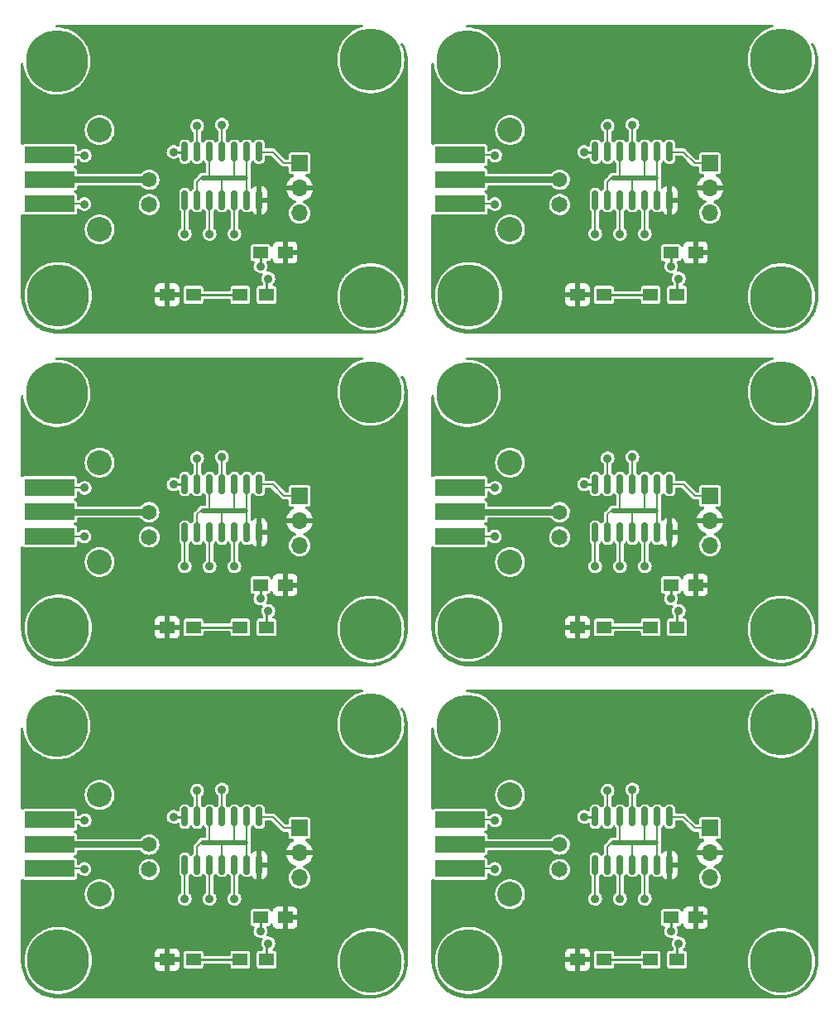
<source format=gtl>
%MOIN*%
%OFA0B0*%
%FSLAX46Y46*%
%IPPOS*%
%LPD*%
%AMRoundRect*
4,1,4,
0.07874015748031496,0.11811023622047245,
0.15748031496062992,0.19685039370078741,
0.23622047244094491,0.27559055118110237,
0.31496062992125984,0.35433070866141736,
0.07874015748031496,0.11811023622047245,
0*
1,1,$1,$2,$3*
1,1,$1,$2,$3*
1,1,$1,$2,$3*
1,1,$1,$2,$3*
20,1,$1,$2,$3,$4,$5,0*
20,1,$1,$2,$3,$4,$5,0*
20,1,$1,$2,$3,$4,$5,0*
20,1,$1,$2,$3,$4,$5,0*%
%AMCOMP1*
4,1,3,
-0.005905511811023622,0.032480314960629919,
-0.005905511811023622,-0.032480314960629919,
0.005905511811023622,-0.032480314960629919,
0.005905511811023622,0.032480314960629919,
0*
4,1,19,
-0.005905511811023622,0.038385826771653545,
-0.00408060830093535,0.038096790450561926,
-0.0024343390612649222,0.037257974376230005,
-0.0011278523954235389,0.03595148771038862,
-0.00028903632109161348,0.034305218470718192,
0,0.032480314960629919,
-0.00028903632109161234,0.03065541145054165,
-0.0011278523954235389,0.029009142210871225,
-0.0024343390612649217,0.02770265554502984,
-0.00408060830093535,0.026863839470697915,
-0.0059055118110236211,0.026574803149606297,
-0.0077304153211118958,0.026863839470697915,
-0.0093766845607823213,0.027702655545029837,
-0.010683171226623704,0.029009142210871218,
-0.011521987300955629,0.03065541145054165,
-0.011811023622047244,0.032480314960629919,
-0.011521987300955631,0.034305218470718192,
-0.010683171226623706,0.03595148771038862,
-0.0093766845607823231,0.037257974376230005,
-0.0077304153211118958,0.038096790450561926,
0*
4,1,19,
-0.005905511811023622,-0.026574803149606297,
-0.00408060830093535,-0.026863839470697915,
-0.0024343390612649222,-0.027702655545029837,
-0.0011278523954235389,-0.029009142210871225,
-0.00028903632109161348,-0.03065541145054165,
0,-0.032480314960629919,
-0.00028903632109161234,-0.034305218470718192,
-0.0011278523954235389,-0.03595148771038862,
-0.0024343390612649217,-0.037257974376230005,
-0.00408060830093535,-0.038096790450561926,
-0.0059055118110236211,-0.038385826771653545,
-0.0077304153211118958,-0.038096790450561926,
-0.0093766845607823213,-0.037257974376230005,
-0.010683171226623704,-0.03595148771038862,
-0.011521987300955629,-0.034305218470718192,
-0.011811023622047244,-0.032480314960629919,
-0.011521987300955631,-0.03065541145054165,
-0.010683171226623706,-0.029009142210871225,
-0.0093766845607823231,-0.02770265554502984,
-0.0077304153211118958,-0.026863839470697915,
0*
4,1,19,
0.005905511811023622,-0.026574803149606297,
0.0077304153211118949,-0.026863839470697915,
0.0093766845607823213,-0.027702655545029837,
0.010683171226623704,-0.029009142210871225,
0.011521987300955629,-0.03065541145054165,
0.011811023622047244,-0.032480314960629919,
0.011521987300955631,-0.034305218470718192,
0.010683171226623704,-0.03595148771038862,
0.0093766845607823231,-0.037257974376230005,
0.0077304153211118949,-0.038096790450561926,
0.0059055118110236228,-0.038385826771653545,
0.0040806083009353481,-0.038096790450561926,
0.002434339061264923,-0.037257974376230005,
0.0011278523954235395,-0.03595148771038862,
0.00028903632109161348,-0.034305218470718192,
0,-0.032480314960629919,
0.00028903632109161234,-0.03065541145054165,
0.0011278523954235378,-0.029009142210871225,
0.0024343390612649213,-0.02770265554502984,
0.0040806083009353481,-0.026863839470697915,
0*
4,1,19,
0.005905511811023622,0.038385826771653545,
0.0077304153211118949,0.038096790450561926,
0.0093766845607823213,0.037257974376230005,
0.010683171226623704,0.03595148771038862,
0.011521987300955629,0.034305218470718192,
0.011811023622047244,0.032480314960629919,
0.011521987300955631,0.03065541145054165,
0.010683171226623704,0.029009142210871225,
0.0093766845607823231,0.02770265554502984,
0.0077304153211118949,0.026863839470697915,
0.0059055118110236228,0.026574803149606297,
0.0040806083009353481,0.026863839470697915,
0.002434339061264923,0.027702655545029837,
0.0011278523954235395,0.029009142210871218,
0.00028903632109161348,0.03065541145054165,
0,0.032480314960629919,
0.00028903632109161234,0.034305218470718192,
0.0011278523954235378,0.03595148771038862,
0.0024343390612649213,0.037257974376230005,
0.0040806083009353481,0.038096790450561926,
0*
4,1,3,
-0.011811023622047244,0.032480314960629919,
0,0.032480314960629919,
0,-0.032480314960629919,
-0.011811023622047244,-0.032480314960629919,
0*
4,1,3,
-0.005905511811023622,-0.038385826771653545,
-0.005905511811023622,-0.026574803149606297,
0.005905511811023622,-0.026574803149606297,
0.005905511811023622,-0.038385826771653545,
0*
4,1,3,
0.011811023622047244,-0.032480314960629919,
0,-0.032480314960629919,
0,0.032480314960629919,
0.011811023622047244,0.032480314960629919,
0*
4,1,3,
0.005905511811023622,0.038385826771653545,
0.005905511811023622,0.026574803149606297,
-0.005905511811023622,0.026574803149606297,
-0.005905511811023622,0.038385826771653545,
0*%
%AMRoundRect0*
4,1,4,
0.07874015748031496,0.11811023622047245,
0.15748031496062992,0.19685039370078741,
0.23622047244094491,0.27559055118110237,
0.31496062992125984,0.35433070866141736,
0.07874015748031496,0.11811023622047245,
0*
1,1,$1,$2,$3*
1,1,$1,$2,$3*
1,1,$1,$2,$3*
1,1,$1,$2,$3*
20,1,$1,$2,$3,$4,$5,0*
20,1,$1,$2,$3,$4,$5,0*
20,1,$1,$2,$3,$4,$5,0*
20,1,$1,$2,$3,$4,$5,0*%
%AMCOMP30*
4,1,3,
-0.005905511811023622,0.032480314960629919,
-0.005905511811023622,-0.032480314960629919,
0.005905511811023622,-0.032480314960629919,
0.005905511811023622,0.032480314960629919,
0*
4,1,19,
-0.005905511811023622,0.038385826771653545,
-0.00408060830093535,0.038096790450561926,
-0.0024343390612649222,0.037257974376230005,
-0.0011278523954235389,0.03595148771038862,
-0.00028903632109161348,0.034305218470718192,
0,0.032480314960629919,
-0.00028903632109161234,0.03065541145054165,
-0.0011278523954235389,0.029009142210871225,
-0.0024343390612649217,0.02770265554502984,
-0.00408060830093535,0.026863839470697915,
-0.0059055118110236211,0.026574803149606297,
-0.0077304153211118958,0.026863839470697915,
-0.0093766845607823213,0.027702655545029837,
-0.010683171226623704,0.029009142210871218,
-0.011521987300955629,0.03065541145054165,
-0.011811023622047244,0.032480314960629919,
-0.011521987300955631,0.034305218470718192,
-0.010683171226623706,0.03595148771038862,
-0.0093766845607823231,0.037257974376230005,
-0.0077304153211118958,0.038096790450561926,
0*
4,1,19,
-0.005905511811023622,-0.026574803149606297,
-0.00408060830093535,-0.026863839470697915,
-0.0024343390612649222,-0.027702655545029837,
-0.0011278523954235389,-0.029009142210871225,
-0.00028903632109161348,-0.03065541145054165,
0,-0.032480314960629919,
-0.00028903632109161234,-0.034305218470718192,
-0.0011278523954235389,-0.03595148771038862,
-0.0024343390612649217,-0.037257974376230005,
-0.00408060830093535,-0.038096790450561926,
-0.0059055118110236211,-0.038385826771653545,
-0.0077304153211118958,-0.038096790450561926,
-0.0093766845607823213,-0.037257974376230005,
-0.010683171226623704,-0.03595148771038862,
-0.011521987300955629,-0.034305218470718192,
-0.011811023622047244,-0.032480314960629919,
-0.011521987300955631,-0.03065541145054165,
-0.010683171226623706,-0.029009142210871225,
-0.0093766845607823231,-0.02770265554502984,
-0.0077304153211118958,-0.026863839470697915,
0*
4,1,19,
0.005905511811023622,-0.026574803149606297,
0.0077304153211118949,-0.026863839470697915,
0.0093766845607823213,-0.027702655545029837,
0.010683171226623704,-0.029009142210871225,
0.011521987300955629,-0.03065541145054165,
0.011811023622047244,-0.032480314960629919,
0.011521987300955631,-0.034305218470718192,
0.010683171226623704,-0.03595148771038862,
0.0093766845607823231,-0.037257974376230005,
0.0077304153211118949,-0.038096790450561926,
0.0059055118110236228,-0.038385826771653545,
0.0040806083009353481,-0.038096790450561926,
0.002434339061264923,-0.037257974376230005,
0.0011278523954235395,-0.03595148771038862,
0.00028903632109161348,-0.034305218470718192,
0,-0.032480314960629919,
0.00028903632109161234,-0.03065541145054165,
0.0011278523954235378,-0.029009142210871225,
0.0024343390612649213,-0.02770265554502984,
0.0040806083009353481,-0.026863839470697915,
0*
4,1,19,
0.005905511811023622,0.038385826771653545,
0.0077304153211118949,0.038096790450561926,
0.0093766845607823213,0.037257974376230005,
0.010683171226623704,0.03595148771038862,
0.011521987300955629,0.034305218470718192,
0.011811023622047244,0.032480314960629919,
0.011521987300955631,0.03065541145054165,
0.010683171226623704,0.029009142210871225,
0.0093766845607823231,0.02770265554502984,
0.0077304153211118949,0.026863839470697915,
0.0059055118110236228,0.026574803149606297,
0.0040806083009353481,0.026863839470697915,
0.002434339061264923,0.027702655545029837,
0.0011278523954235395,0.029009142210871218,
0.00028903632109161348,0.03065541145054165,
0,0.032480314960629919,
0.00028903632109161234,0.034305218470718192,
0.0011278523954235378,0.03595148771038862,
0.0024343390612649213,0.037257974376230005,
0.0040806083009353481,0.038096790450561926,
0*
4,1,3,
-0.011811023622047244,0.032480314960629919,
0,0.032480314960629919,
0,-0.032480314960629919,
-0.011811023622047244,-0.032480314960629919,
0*
4,1,3,
-0.005905511811023622,-0.038385826771653545,
-0.005905511811023622,-0.026574803149606297,
0.005905511811023622,-0.026574803149606297,
0.005905511811023622,-0.038385826771653545,
0*
4,1,3,
0.011811023622047244,-0.032480314960629919,
0,-0.032480314960629919,
0,0.032480314960629919,
0.011811023622047244,0.032480314960629919,
0*
4,1,3,
0.005905511811023622,0.038385826771653545,
0.005905511811023622,0.026574803149606297,
-0.005905511811023622,0.026574803149606297,
-0.005905511811023622,0.038385826771653545,
0*%
%AMRoundRect1*
4,1,4,
0.07874015748031496,0.11811023622047245,
0.15748031496062992,0.19685039370078741,
0.23622047244094491,0.27559055118110237,
0.31496062992125984,0.35433070866141736,
0.07874015748031496,0.11811023622047245,
0*
1,1,$1,$2,$3*
1,1,$1,$2,$3*
1,1,$1,$2,$3*
1,1,$1,$2,$3*
20,1,$1,$2,$3,$4,$5,0*
20,1,$1,$2,$3,$4,$5,0*
20,1,$1,$2,$3,$4,$5,0*
20,1,$1,$2,$3,$4,$5,0*%
%AMCOMP50*
4,1,3,
-0.005905511811023622,0.032480314960629919,
-0.005905511811023622,-0.032480314960629919,
0.005905511811023622,-0.032480314960629919,
0.005905511811023622,0.032480314960629919,
0*
4,1,19,
-0.005905511811023622,0.038385826771653545,
-0.00408060830093535,0.038096790450561926,
-0.0024343390612649222,0.037257974376230005,
-0.0011278523954235389,0.03595148771038862,
-0.00028903632109161348,0.034305218470718192,
0,0.032480314960629919,
-0.00028903632109161234,0.03065541145054165,
-0.0011278523954235389,0.029009142210871225,
-0.0024343390612649217,0.02770265554502984,
-0.00408060830093535,0.026863839470697915,
-0.0059055118110236211,0.026574803149606297,
-0.0077304153211118958,0.026863839470697915,
-0.0093766845607823213,0.027702655545029837,
-0.010683171226623704,0.029009142210871218,
-0.011521987300955629,0.03065541145054165,
-0.011811023622047244,0.032480314960629919,
-0.011521987300955631,0.034305218470718192,
-0.010683171226623706,0.03595148771038862,
-0.0093766845607823231,0.037257974376230005,
-0.0077304153211118958,0.038096790450561926,
0*
4,1,19,
-0.005905511811023622,-0.026574803149606297,
-0.00408060830093535,-0.026863839470697915,
-0.0024343390612649222,-0.027702655545029837,
-0.0011278523954235389,-0.029009142210871225,
-0.00028903632109161348,-0.03065541145054165,
0,-0.032480314960629919,
-0.00028903632109161234,-0.034305218470718192,
-0.0011278523954235389,-0.03595148771038862,
-0.0024343390612649217,-0.037257974376230005,
-0.00408060830093535,-0.038096790450561926,
-0.0059055118110236211,-0.038385826771653545,
-0.0077304153211118958,-0.038096790450561926,
-0.0093766845607823213,-0.037257974376230005,
-0.010683171226623704,-0.03595148771038862,
-0.011521987300955629,-0.034305218470718192,
-0.011811023622047244,-0.032480314960629919,
-0.011521987300955631,-0.03065541145054165,
-0.010683171226623706,-0.029009142210871225,
-0.0093766845607823231,-0.02770265554502984,
-0.0077304153211118958,-0.026863839470697915,
0*
4,1,19,
0.005905511811023622,-0.026574803149606297,
0.0077304153211118949,-0.026863839470697915,
0.0093766845607823213,-0.027702655545029837,
0.010683171226623704,-0.029009142210871225,
0.011521987300955629,-0.03065541145054165,
0.011811023622047244,-0.032480314960629919,
0.011521987300955631,-0.034305218470718192,
0.010683171226623704,-0.03595148771038862,
0.0093766845607823231,-0.037257974376230005,
0.0077304153211118949,-0.038096790450561926,
0.0059055118110236228,-0.038385826771653545,
0.0040806083009353481,-0.038096790450561926,
0.002434339061264923,-0.037257974376230005,
0.0011278523954235395,-0.03595148771038862,
0.00028903632109161348,-0.034305218470718192,
0,-0.032480314960629919,
0.00028903632109161234,-0.03065541145054165,
0.0011278523954235378,-0.029009142210871225,
0.0024343390612649213,-0.02770265554502984,
0.0040806083009353481,-0.026863839470697915,
0*
4,1,19,
0.005905511811023622,0.038385826771653545,
0.0077304153211118949,0.038096790450561926,
0.0093766845607823213,0.037257974376230005,
0.010683171226623704,0.03595148771038862,
0.011521987300955629,0.034305218470718192,
0.011811023622047244,0.032480314960629919,
0.011521987300955631,0.03065541145054165,
0.010683171226623704,0.029009142210871225,
0.0093766845607823231,0.02770265554502984,
0.0077304153211118949,0.026863839470697915,
0.0059055118110236228,0.026574803149606297,
0.0040806083009353481,0.026863839470697915,
0.002434339061264923,0.027702655545029837,
0.0011278523954235395,0.029009142210871218,
0.00028903632109161348,0.03065541145054165,
0,0.032480314960629919,
0.00028903632109161234,0.034305218470718192,
0.0011278523954235378,0.03595148771038862,
0.0024343390612649213,0.037257974376230005,
0.0040806083009353481,0.038096790450561926,
0*
4,1,3,
-0.011811023622047244,0.032480314960629919,
0,0.032480314960629919,
0,-0.032480314960629919,
-0.011811023622047244,-0.032480314960629919,
0*
4,1,3,
-0.005905511811023622,-0.038385826771653545,
-0.005905511811023622,-0.026574803149606297,
0.005905511811023622,-0.026574803149606297,
0.005905511811023622,-0.038385826771653545,
0*
4,1,3,
0.011811023622047244,-0.032480314960629919,
0,-0.032480314960629919,
0,0.032480314960629919,
0.011811023622047244,0.032480314960629919,
0*
4,1,3,
0.005905511811023622,0.038385826771653545,
0.005905511811023622,0.026574803149606297,
-0.005905511811023622,0.026574803149606297,
-0.005905511811023622,0.038385826771653545,
0*%
%AMRoundRect0*
4,1,4,
0.07874015748031496,0.11811023622047245,
0.15748031496062992,0.19685039370078741,
0.23622047244094491,0.27559055118110237,
0.31496062992125984,0.35433070866141736,
0.07874015748031496,0.11811023622047245,
0*
1,1,$1,$2,$3*
1,1,$1,$2,$3*
1,1,$1,$2,$3*
1,1,$1,$2,$3*
20,1,$1,$2,$3,$4,$5,0*
20,1,$1,$2,$3,$4,$5,0*
20,1,$1,$2,$3,$4,$5,0*
20,1,$1,$2,$3,$4,$5,0*%
%AMCOMP70*
4,1,3,
-0.005905511811023622,0.032480314960629919,
-0.005905511811023622,-0.032480314960629919,
0.005905511811023622,-0.032480314960629919,
0.005905511811023622,0.032480314960629919,
0*
4,1,19,
-0.005905511811023622,0.038385826771653545,
-0.00408060830093535,0.038096790450561926,
-0.0024343390612649222,0.037257974376230005,
-0.0011278523954235389,0.03595148771038862,
-0.00028903632109161348,0.034305218470718192,
0,0.032480314960629919,
-0.00028903632109161234,0.03065541145054165,
-0.0011278523954235389,0.029009142210871225,
-0.0024343390612649217,0.02770265554502984,
-0.00408060830093535,0.026863839470697915,
-0.0059055118110236211,0.026574803149606297,
-0.0077304153211118958,0.026863839470697915,
-0.0093766845607823213,0.027702655545029837,
-0.010683171226623704,0.029009142210871218,
-0.011521987300955629,0.03065541145054165,
-0.011811023622047244,0.032480314960629919,
-0.011521987300955631,0.034305218470718192,
-0.010683171226623706,0.03595148771038862,
-0.0093766845607823231,0.037257974376230005,
-0.0077304153211118958,0.038096790450561926,
0*
4,1,19,
-0.005905511811023622,-0.026574803149606297,
-0.00408060830093535,-0.026863839470697915,
-0.0024343390612649222,-0.027702655545029837,
-0.0011278523954235389,-0.029009142210871225,
-0.00028903632109161348,-0.03065541145054165,
0,-0.032480314960629919,
-0.00028903632109161234,-0.034305218470718192,
-0.0011278523954235389,-0.03595148771038862,
-0.0024343390612649217,-0.037257974376230005,
-0.00408060830093535,-0.038096790450561926,
-0.0059055118110236211,-0.038385826771653545,
-0.0077304153211118958,-0.038096790450561926,
-0.0093766845607823213,-0.037257974376230005,
-0.010683171226623704,-0.03595148771038862,
-0.011521987300955629,-0.034305218470718192,
-0.011811023622047244,-0.032480314960629919,
-0.011521987300955631,-0.03065541145054165,
-0.010683171226623706,-0.029009142210871225,
-0.0093766845607823231,-0.02770265554502984,
-0.0077304153211118958,-0.026863839470697915,
0*
4,1,19,
0.005905511811023622,-0.026574803149606297,
0.0077304153211118949,-0.026863839470697915,
0.0093766845607823213,-0.027702655545029837,
0.010683171226623704,-0.029009142210871225,
0.011521987300955629,-0.03065541145054165,
0.011811023622047244,-0.032480314960629919,
0.011521987300955631,-0.034305218470718192,
0.010683171226623704,-0.03595148771038862,
0.0093766845607823231,-0.037257974376230005,
0.0077304153211118949,-0.038096790450561926,
0.0059055118110236228,-0.038385826771653545,
0.0040806083009353481,-0.038096790450561926,
0.002434339061264923,-0.037257974376230005,
0.0011278523954235395,-0.03595148771038862,
0.00028903632109161348,-0.034305218470718192,
0,-0.032480314960629919,
0.00028903632109161234,-0.03065541145054165,
0.0011278523954235378,-0.029009142210871225,
0.0024343390612649213,-0.02770265554502984,
0.0040806083009353481,-0.026863839470697915,
0*
4,1,19,
0.005905511811023622,0.038385826771653545,
0.0077304153211118949,0.038096790450561926,
0.0093766845607823213,0.037257974376230005,
0.010683171226623704,0.03595148771038862,
0.011521987300955629,0.034305218470718192,
0.011811023622047244,0.032480314960629919,
0.011521987300955631,0.03065541145054165,
0.010683171226623704,0.029009142210871225,
0.0093766845607823231,0.02770265554502984,
0.0077304153211118949,0.026863839470697915,
0.0059055118110236228,0.026574803149606297,
0.0040806083009353481,0.026863839470697915,
0.002434339061264923,0.027702655545029837,
0.0011278523954235395,0.029009142210871218,
0.00028903632109161348,0.03065541145054165,
0,0.032480314960629919,
0.00028903632109161234,0.034305218470718192,
0.0011278523954235378,0.03595148771038862,
0.0024343390612649213,0.037257974376230005,
0.0040806083009353481,0.038096790450561926,
0*
4,1,3,
-0.011811023622047244,0.032480314960629919,
0,0.032480314960629919,
0,-0.032480314960629919,
-0.011811023622047244,-0.032480314960629919,
0*
4,1,3,
-0.005905511811023622,-0.038385826771653545,
-0.005905511811023622,-0.026574803149606297,
0.005905511811023622,-0.026574803149606297,
0.005905511811023622,-0.038385826771653545,
0*
4,1,3,
0.011811023622047244,-0.032480314960629919,
0,-0.032480314960629919,
0,0.032480314960629919,
0.011811023622047244,0.032480314960629919,
0*
4,1,3,
0.005905511811023622,0.038385826771653545,
0.005905511811023622,0.026574803149606297,
-0.005905511811023622,0.026574803149606297,
-0.005905511811023622,0.038385826771653545,
0*%
%AMRoundRect1*
4,1,4,
0.07874015748031496,0.11811023622047245,
0.15748031496062992,0.19685039370078741,
0.23622047244094491,0.27559055118110237,
0.31496062992125984,0.35433070866141736,
0.07874015748031496,0.11811023622047245,
0*
1,1,$1,$2,$3*
1,1,$1,$2,$3*
1,1,$1,$2,$3*
1,1,$1,$2,$3*
20,1,$1,$2,$3,$4,$5,0*
20,1,$1,$2,$3,$4,$5,0*
20,1,$1,$2,$3,$4,$5,0*
20,1,$1,$2,$3,$4,$5,0*%
%AMCOMP90*
4,1,3,
-0.005905511811023622,0.032480314960629919,
-0.005905511811023622,-0.032480314960629919,
0.005905511811023622,-0.032480314960629919,
0.005905511811023622,0.032480314960629919,
0*
4,1,19,
-0.005905511811023622,0.038385826771653545,
-0.00408060830093535,0.038096790450561926,
-0.0024343390612649222,0.037257974376230005,
-0.0011278523954235389,0.03595148771038862,
-0.00028903632109161348,0.034305218470718192,
0,0.032480314960629919,
-0.00028903632109161234,0.03065541145054165,
-0.0011278523954235389,0.029009142210871225,
-0.0024343390612649217,0.02770265554502984,
-0.00408060830093535,0.026863839470697915,
-0.0059055118110236211,0.026574803149606297,
-0.0077304153211118958,0.026863839470697915,
-0.0093766845607823213,0.027702655545029837,
-0.010683171226623704,0.029009142210871218,
-0.011521987300955629,0.03065541145054165,
-0.011811023622047244,0.032480314960629919,
-0.011521987300955631,0.034305218470718192,
-0.010683171226623706,0.03595148771038862,
-0.0093766845607823231,0.037257974376230005,
-0.0077304153211118958,0.038096790450561926,
0*
4,1,19,
-0.005905511811023622,-0.026574803149606297,
-0.00408060830093535,-0.026863839470697915,
-0.0024343390612649222,-0.027702655545029837,
-0.0011278523954235389,-0.029009142210871225,
-0.00028903632109161348,-0.03065541145054165,
0,-0.032480314960629919,
-0.00028903632109161234,-0.034305218470718192,
-0.0011278523954235389,-0.03595148771038862,
-0.0024343390612649217,-0.037257974376230005,
-0.00408060830093535,-0.038096790450561926,
-0.0059055118110236211,-0.038385826771653545,
-0.0077304153211118958,-0.038096790450561926,
-0.0093766845607823213,-0.037257974376230005,
-0.010683171226623704,-0.03595148771038862,
-0.011521987300955629,-0.034305218470718192,
-0.011811023622047244,-0.032480314960629919,
-0.011521987300955631,-0.03065541145054165,
-0.010683171226623706,-0.029009142210871225,
-0.0093766845607823231,-0.02770265554502984,
-0.0077304153211118958,-0.026863839470697915,
0*
4,1,19,
0.005905511811023622,-0.026574803149606297,
0.0077304153211118949,-0.026863839470697915,
0.0093766845607823213,-0.027702655545029837,
0.010683171226623704,-0.029009142210871225,
0.011521987300955629,-0.03065541145054165,
0.011811023622047244,-0.032480314960629919,
0.011521987300955631,-0.034305218470718192,
0.010683171226623704,-0.03595148771038862,
0.0093766845607823231,-0.037257974376230005,
0.0077304153211118949,-0.038096790450561926,
0.0059055118110236228,-0.038385826771653545,
0.0040806083009353481,-0.038096790450561926,
0.002434339061264923,-0.037257974376230005,
0.0011278523954235395,-0.03595148771038862,
0.00028903632109161348,-0.034305218470718192,
0,-0.032480314960629919,
0.00028903632109161234,-0.03065541145054165,
0.0011278523954235378,-0.029009142210871225,
0.0024343390612649213,-0.02770265554502984,
0.0040806083009353481,-0.026863839470697915,
0*
4,1,19,
0.005905511811023622,0.038385826771653545,
0.0077304153211118949,0.038096790450561926,
0.0093766845607823213,0.037257974376230005,
0.010683171226623704,0.03595148771038862,
0.011521987300955629,0.034305218470718192,
0.011811023622047244,0.032480314960629919,
0.011521987300955631,0.03065541145054165,
0.010683171226623704,0.029009142210871225,
0.0093766845607823231,0.02770265554502984,
0.0077304153211118949,0.026863839470697915,
0.0059055118110236228,0.026574803149606297,
0.0040806083009353481,0.026863839470697915,
0.002434339061264923,0.027702655545029837,
0.0011278523954235395,0.029009142210871218,
0.00028903632109161348,0.03065541145054165,
0,0.032480314960629919,
0.00028903632109161234,0.034305218470718192,
0.0011278523954235378,0.03595148771038862,
0.0024343390612649213,0.037257974376230005,
0.0040806083009353481,0.038096790450561926,
0*
4,1,3,
-0.011811023622047244,0.032480314960629919,
0,0.032480314960629919,
0,-0.032480314960629919,
-0.011811023622047244,-0.032480314960629919,
0*
4,1,3,
-0.005905511811023622,-0.038385826771653545,
-0.005905511811023622,-0.026574803149606297,
0.005905511811023622,-0.026574803149606297,
0.005905511811023622,-0.038385826771653545,
0*
4,1,3,
0.011811023622047244,-0.032480314960629919,
0,-0.032480314960629919,
0,0.032480314960629919,
0.011811023622047244,0.032480314960629919,
0*
4,1,3,
0.005905511811023622,0.038385826771653545,
0.005905511811023622,0.026574803149606297,
-0.005905511811023622,0.026574803149606297,
-0.005905511811023622,0.038385826771653545,
0*%
%AMRoundRect0*
4,1,4,
0.07874015748031496,0.11811023622047245,
0.15748031496062992,0.19685039370078741,
0.23622047244094491,0.27559055118110237,
0.31496062992125984,0.35433070866141736,
0.07874015748031496,0.11811023622047245,
0*
1,1,$1,$2,$3*
1,1,$1,$2,$3*
1,1,$1,$2,$3*
1,1,$1,$2,$3*
20,1,$1,$2,$3,$4,$5,0*
20,1,$1,$2,$3,$4,$5,0*
20,1,$1,$2,$3,$4,$5,0*
20,1,$1,$2,$3,$4,$5,0*%
%AMCOMP110*
4,1,3,
-0.005905511811023622,0.032480314960629919,
-0.005905511811023622,-0.032480314960629919,
0.005905511811023622,-0.032480314960629919,
0.005905511811023622,0.032480314960629919,
0*
4,1,19,
-0.005905511811023622,0.038385826771653545,
-0.00408060830093535,0.038096790450561926,
-0.0024343390612649222,0.037257974376230005,
-0.0011278523954235389,0.03595148771038862,
-0.00028903632109161348,0.034305218470718192,
0,0.032480314960629919,
-0.00028903632109161234,0.03065541145054165,
-0.0011278523954235389,0.029009142210871225,
-0.0024343390612649217,0.02770265554502984,
-0.00408060830093535,0.026863839470697915,
-0.0059055118110236211,0.026574803149606297,
-0.0077304153211118958,0.026863839470697915,
-0.0093766845607823213,0.027702655545029837,
-0.010683171226623704,0.029009142210871218,
-0.011521987300955629,0.03065541145054165,
-0.011811023622047244,0.032480314960629919,
-0.011521987300955631,0.034305218470718192,
-0.010683171226623706,0.03595148771038862,
-0.0093766845607823231,0.037257974376230005,
-0.0077304153211118958,0.038096790450561926,
0*
4,1,19,
-0.005905511811023622,-0.026574803149606297,
-0.00408060830093535,-0.026863839470697915,
-0.0024343390612649222,-0.027702655545029837,
-0.0011278523954235389,-0.029009142210871225,
-0.00028903632109161348,-0.03065541145054165,
0,-0.032480314960629919,
-0.00028903632109161234,-0.034305218470718192,
-0.0011278523954235389,-0.03595148771038862,
-0.0024343390612649217,-0.037257974376230005,
-0.00408060830093535,-0.038096790450561926,
-0.0059055118110236211,-0.038385826771653545,
-0.0077304153211118958,-0.038096790450561926,
-0.0093766845607823213,-0.037257974376230005,
-0.010683171226623704,-0.03595148771038862,
-0.011521987300955629,-0.034305218470718192,
-0.011811023622047244,-0.032480314960629919,
-0.011521987300955631,-0.03065541145054165,
-0.010683171226623706,-0.029009142210871225,
-0.0093766845607823231,-0.02770265554502984,
-0.0077304153211118958,-0.026863839470697915,
0*
4,1,19,
0.005905511811023622,-0.026574803149606297,
0.0077304153211118949,-0.026863839470697915,
0.0093766845607823213,-0.027702655545029837,
0.010683171226623704,-0.029009142210871225,
0.011521987300955629,-0.03065541145054165,
0.011811023622047244,-0.032480314960629919,
0.011521987300955631,-0.034305218470718192,
0.010683171226623704,-0.03595148771038862,
0.0093766845607823231,-0.037257974376230005,
0.0077304153211118949,-0.038096790450561926,
0.0059055118110236228,-0.038385826771653545,
0.0040806083009353481,-0.038096790450561926,
0.002434339061264923,-0.037257974376230005,
0.0011278523954235395,-0.03595148771038862,
0.00028903632109161348,-0.034305218470718192,
0,-0.032480314960629919,
0.00028903632109161234,-0.03065541145054165,
0.0011278523954235378,-0.029009142210871225,
0.0024343390612649213,-0.02770265554502984,
0.0040806083009353481,-0.026863839470697915,
0*
4,1,19,
0.005905511811023622,0.038385826771653545,
0.0077304153211118949,0.038096790450561926,
0.0093766845607823213,0.037257974376230005,
0.010683171226623704,0.03595148771038862,
0.011521987300955629,0.034305218470718192,
0.011811023622047244,0.032480314960629919,
0.011521987300955631,0.03065541145054165,
0.010683171226623704,0.029009142210871225,
0.0093766845607823231,0.02770265554502984,
0.0077304153211118949,0.026863839470697915,
0.0059055118110236228,0.026574803149606297,
0.0040806083009353481,0.026863839470697915,
0.002434339061264923,0.027702655545029837,
0.0011278523954235395,0.029009142210871218,
0.00028903632109161348,0.03065541145054165,
0,0.032480314960629919,
0.00028903632109161234,0.034305218470718192,
0.0011278523954235378,0.03595148771038862,
0.0024343390612649213,0.037257974376230005,
0.0040806083009353481,0.038096790450561926,
0*
4,1,3,
-0.011811023622047244,0.032480314960629919,
0,0.032480314960629919,
0,-0.032480314960629919,
-0.011811023622047244,-0.032480314960629919,
0*
4,1,3,
-0.005905511811023622,-0.038385826771653545,
-0.005905511811023622,-0.026574803149606297,
0.005905511811023622,-0.026574803149606297,
0.005905511811023622,-0.038385826771653545,
0*
4,1,3,
0.011811023622047244,-0.032480314960629919,
0,-0.032480314960629919,
0,0.032480314960629919,
0.011811023622047244,0.032480314960629919,
0*
4,1,3,
0.005905511811023622,0.038385826771653545,
0.005905511811023622,0.026574803149606297,
-0.005905511811023622,0.026574803149606297,
-0.005905511811023622,0.038385826771653545,
0*%
%AMCOMP17*
4,1,3,
-0.005905511811023622,0.032480314960629919,
-0.005905511811023622,-0.032480314960629919,
0.005905511811023622,-0.032480314960629919,
0.005905511811023622,0.032480314960629919,
0*
4,1,19,
-0.005905511811023622,0.038385826771653545,
-0.00408060830093535,0.038096790450561926,
-0.0024343390612649222,0.037257974376230005,
-0.0011278523954235389,0.03595148771038862,
-0.00028903632109161348,0.034305218470718192,
0,0.032480314960629919,
-0.00028903632109161234,0.03065541145054165,
-0.0011278523954235389,0.029009142210871225,
-0.0024343390612649217,0.02770265554502984,
-0.00408060830093535,0.026863839470697915,
-0.0059055118110236211,0.026574803149606297,
-0.0077304153211118958,0.026863839470697915,
-0.0093766845607823213,0.027702655545029837,
-0.010683171226623704,0.029009142210871218,
-0.011521987300955629,0.03065541145054165,
-0.011811023622047244,0.032480314960629919,
-0.011521987300955631,0.034305218470718192,
-0.010683171226623706,0.03595148771038862,
-0.0093766845607823231,0.037257974376230005,
-0.0077304153211118958,0.038096790450561926,
0*
4,1,19,
-0.005905511811023622,-0.026574803149606297,
-0.00408060830093535,-0.026863839470697915,
-0.0024343390612649222,-0.027702655545029837,
-0.0011278523954235389,-0.029009142210871225,
-0.00028903632109161348,-0.03065541145054165,
0,-0.032480314960629919,
-0.00028903632109161234,-0.034305218470718192,
-0.0011278523954235389,-0.03595148771038862,
-0.0024343390612649217,-0.037257974376230005,
-0.00408060830093535,-0.038096790450561926,
-0.0059055118110236211,-0.038385826771653545,
-0.0077304153211118958,-0.038096790450561926,
-0.0093766845607823213,-0.037257974376230005,
-0.010683171226623704,-0.03595148771038862,
-0.011521987300955629,-0.034305218470718192,
-0.011811023622047244,-0.032480314960629919,
-0.011521987300955631,-0.03065541145054165,
-0.010683171226623706,-0.029009142210871225,
-0.0093766845607823231,-0.02770265554502984,
-0.0077304153211118958,-0.026863839470697915,
0*
4,1,19,
0.005905511811023622,-0.026574803149606297,
0.0077304153211118949,-0.026863839470697915,
0.0093766845607823213,-0.027702655545029837,
0.010683171226623704,-0.029009142210871225,
0.011521987300955629,-0.03065541145054165,
0.011811023622047244,-0.032480314960629919,
0.011521987300955631,-0.034305218470718192,
0.010683171226623704,-0.03595148771038862,
0.0093766845607823231,-0.037257974376230005,
0.0077304153211118949,-0.038096790450561926,
0.0059055118110236228,-0.038385826771653545,
0.0040806083009353481,-0.038096790450561926,
0.002434339061264923,-0.037257974376230005,
0.0011278523954235395,-0.03595148771038862,
0.00028903632109161348,-0.034305218470718192,
0,-0.032480314960629919,
0.00028903632109161234,-0.03065541145054165,
0.0011278523954235378,-0.029009142210871225,
0.0024343390612649213,-0.02770265554502984,
0.0040806083009353481,-0.026863839470697915,
0*
4,1,19,
0.005905511811023622,0.038385826771653545,
0.0077304153211118949,0.038096790450561926,
0.0093766845607823213,0.037257974376230005,
0.010683171226623704,0.03595148771038862,
0.011521987300955629,0.034305218470718192,
0.011811023622047244,0.032480314960629919,
0.011521987300955631,0.03065541145054165,
0.010683171226623704,0.029009142210871225,
0.0093766845607823231,0.02770265554502984,
0.0077304153211118949,0.026863839470697915,
0.0059055118110236228,0.026574803149606297,
0.0040806083009353481,0.026863839470697915,
0.002434339061264923,0.027702655545029837,
0.0011278523954235395,0.029009142210871218,
0.00028903632109161348,0.03065541145054165,
0,0.032480314960629919,
0.00028903632109161234,0.034305218470718192,
0.0011278523954235378,0.03595148771038862,
0.0024343390612649213,0.037257974376230005,
0.0040806083009353481,0.038096790450561926,
0*
4,1,3,
-0.011811023622047244,0.032480314960629919,
0,0.032480314960629919,
0,-0.032480314960629919,
-0.011811023622047244,-0.032480314960629919,
0*
4,1,3,
-0.005905511811023622,-0.038385826771653545,
-0.005905511811023622,-0.026574803149606297,
0.005905511811023622,-0.026574803149606297,
0.005905511811023622,-0.038385826771653545,
0*
4,1,3,
0.011811023622047244,-0.032480314960629919,
0,-0.032480314960629919,
0,0.032480314960629919,
0.011811023622047244,0.032480314960629919,
0*
4,1,3,
0.005905511811023622,0.038385826771653545,
0.005905511811023622,0.026574803149606297,
-0.005905511811023622,0.026574803149606297,
-0.005905511811023622,0.038385826771653545,
0*%
%ADD10COMP17,0.15X-0.15X0.825X-0.15X-0.825X0.15X-0.825X0.15X0.825X0*%
%ADD11C,0.1*%
%ADD12C,0.062*%
%ADD13C,0.065*%
%ADD14R,0.059055118110236227X0.049212598425196853*%
%ADD15R,0.059055118110236227X0.051181102362204731*%
%ADD16R,0.2X0.068897637795275593*%
%ADD17C,0.25*%
%ADD18R,0.066929133858267723X0.066929133858267723*%
%ADD19O,0.066929133858267723X0.066929133858267723*%
%ADD20C,0.035*%
%ADD21C,0.008*%
%ADD22C,0.01*%
%ADD23C,0.025*%
%ADD24C,0.01968503937007874*%
%AMCOMP19*
4,1,3,
-0.005905511811023622,0.032480314960629919,
-0.005905511811023622,-0.032480314960629919,
0.005905511811023622,-0.032480314960629919,
0.005905511811023622,0.032480314960629919,
0*
4,1,19,
-0.005905511811023622,0.038385826771653545,
-0.00408060830093535,0.038096790450561926,
-0.0024343390612649222,0.037257974376230005,
-0.0011278523954235389,0.03595148771038862,
-0.00028903632109161348,0.034305218470718192,
0,0.032480314960629919,
-0.00028903632109161234,0.03065541145054165,
-0.0011278523954235389,0.029009142210871225,
-0.0024343390612649217,0.02770265554502984,
-0.00408060830093535,0.026863839470697915,
-0.0059055118110236211,0.026574803149606297,
-0.0077304153211118958,0.026863839470697915,
-0.0093766845607823213,0.027702655545029837,
-0.010683171226623704,0.029009142210871218,
-0.011521987300955629,0.03065541145054165,
-0.011811023622047244,0.032480314960629919,
-0.011521987300955631,0.034305218470718192,
-0.010683171226623706,0.03595148771038862,
-0.0093766845607823231,0.037257974376230005,
-0.0077304153211118958,0.038096790450561926,
0*
4,1,19,
-0.005905511811023622,-0.026574803149606297,
-0.00408060830093535,-0.026863839470697915,
-0.0024343390612649222,-0.027702655545029837,
-0.0011278523954235389,-0.029009142210871225,
-0.00028903632109161348,-0.03065541145054165,
0,-0.032480314960629919,
-0.00028903632109161234,-0.034305218470718192,
-0.0011278523954235389,-0.03595148771038862,
-0.0024343390612649217,-0.037257974376230005,
-0.00408060830093535,-0.038096790450561926,
-0.0059055118110236211,-0.038385826771653545,
-0.0077304153211118958,-0.038096790450561926,
-0.0093766845607823213,-0.037257974376230005,
-0.010683171226623704,-0.03595148771038862,
-0.011521987300955629,-0.034305218470718192,
-0.011811023622047244,-0.032480314960629919,
-0.011521987300955631,-0.03065541145054165,
-0.010683171226623706,-0.029009142210871225,
-0.0093766845607823231,-0.02770265554502984,
-0.0077304153211118958,-0.026863839470697915,
0*
4,1,19,
0.005905511811023622,-0.026574803149606297,
0.0077304153211118949,-0.026863839470697915,
0.0093766845607823213,-0.027702655545029837,
0.010683171226623704,-0.029009142210871225,
0.011521987300955629,-0.03065541145054165,
0.011811023622047244,-0.032480314960629919,
0.011521987300955631,-0.034305218470718192,
0.010683171226623704,-0.03595148771038862,
0.0093766845607823231,-0.037257974376230005,
0.0077304153211118949,-0.038096790450561926,
0.0059055118110236228,-0.038385826771653545,
0.0040806083009353481,-0.038096790450561926,
0.002434339061264923,-0.037257974376230005,
0.0011278523954235395,-0.03595148771038862,
0.00028903632109161348,-0.034305218470718192,
0,-0.032480314960629919,
0.00028903632109161234,-0.03065541145054165,
0.0011278523954235378,-0.029009142210871225,
0.0024343390612649213,-0.02770265554502984,
0.0040806083009353481,-0.026863839470697915,
0*
4,1,19,
0.005905511811023622,0.038385826771653545,
0.0077304153211118949,0.038096790450561926,
0.0093766845607823213,0.037257974376230005,
0.010683171226623704,0.03595148771038862,
0.011521987300955629,0.034305218470718192,
0.011811023622047244,0.032480314960629919,
0.011521987300955631,0.03065541145054165,
0.010683171226623704,0.029009142210871225,
0.0093766845607823231,0.02770265554502984,
0.0077304153211118949,0.026863839470697915,
0.0059055118110236228,0.026574803149606297,
0.0040806083009353481,0.026863839470697915,
0.002434339061264923,0.027702655545029837,
0.0011278523954235395,0.029009142210871218,
0.00028903632109161348,0.03065541145054165,
0,0.032480314960629919,
0.00028903632109161234,0.034305218470718192,
0.0011278523954235378,0.03595148771038862,
0.0024343390612649213,0.037257974376230005,
0.0040806083009353481,0.038096790450561926,
0*
4,1,3,
-0.011811023622047244,0.032480314960629919,
0,0.032480314960629919,
0,-0.032480314960629919,
-0.011811023622047244,-0.032480314960629919,
0*
4,1,3,
-0.005905511811023622,-0.038385826771653545,
-0.005905511811023622,-0.026574803149606297,
0.005905511811023622,-0.026574803149606297,
0.005905511811023622,-0.038385826771653545,
0*
4,1,3,
0.011811023622047244,-0.032480314960629919,
0,-0.032480314960629919,
0,0.032480314960629919,
0.011811023622047244,0.032480314960629919,
0*
4,1,3,
0.005905511811023622,0.038385826771653545,
0.005905511811023622,0.026574803149606297,
-0.005905511811023622,0.026574803149606297,
-0.005905511811023622,0.038385826771653545,
0*%
%ADD35COMP19,0.15X-0.15X0.825X-0.15X-0.825X0.15X-0.825X0.15X0.825X0*%
%ADD36C,0.1*%
%ADD37C,0.062*%
%ADD38C,0.065*%
%ADD39R,0.059055118110236227X0.049212598425196853*%
%ADD40R,0.059055118110236227X0.051181102362204731*%
%ADD41R,0.2X0.068897637795275593*%
%ADD42C,0.25*%
%ADD43R,0.066929133858267723X0.066929133858267723*%
%ADD44O,0.066929133858267723X0.066929133858267723*%
%ADD45C,0.035*%
%ADD46C,0.008*%
%ADD47C,0.01*%
%ADD48C,0.025*%
%ADD49C,0.01968503937007874*%
%AMCOMP21*
4,1,3,
-0.005905511811023622,0.032480314960629919,
-0.005905511811023622,-0.032480314960629919,
0.005905511811023622,-0.032480314960629919,
0.005905511811023622,0.032480314960629919,
0*
4,1,19,
-0.005905511811023622,0.038385826771653545,
-0.00408060830093535,0.038096790450561926,
-0.0024343390612649222,0.037257974376230005,
-0.0011278523954235389,0.03595148771038862,
-0.00028903632109161348,0.034305218470718192,
0,0.032480314960629919,
-0.00028903632109161234,0.03065541145054165,
-0.0011278523954235389,0.029009142210871225,
-0.0024343390612649217,0.02770265554502984,
-0.00408060830093535,0.026863839470697915,
-0.0059055118110236211,0.026574803149606297,
-0.0077304153211118958,0.026863839470697915,
-0.0093766845607823213,0.027702655545029837,
-0.010683171226623704,0.029009142210871218,
-0.011521987300955629,0.03065541145054165,
-0.011811023622047244,0.032480314960629919,
-0.011521987300955631,0.034305218470718192,
-0.010683171226623706,0.03595148771038862,
-0.0093766845607823231,0.037257974376230005,
-0.0077304153211118958,0.038096790450561926,
0*
4,1,19,
-0.005905511811023622,-0.026574803149606297,
-0.00408060830093535,-0.026863839470697915,
-0.0024343390612649222,-0.027702655545029837,
-0.0011278523954235389,-0.029009142210871225,
-0.00028903632109161348,-0.03065541145054165,
0,-0.032480314960629919,
-0.00028903632109161234,-0.034305218470718192,
-0.0011278523954235389,-0.03595148771038862,
-0.0024343390612649217,-0.037257974376230005,
-0.00408060830093535,-0.038096790450561926,
-0.0059055118110236211,-0.038385826771653545,
-0.0077304153211118958,-0.038096790450561926,
-0.0093766845607823213,-0.037257974376230005,
-0.010683171226623704,-0.03595148771038862,
-0.011521987300955629,-0.034305218470718192,
-0.011811023622047244,-0.032480314960629919,
-0.011521987300955631,-0.03065541145054165,
-0.010683171226623706,-0.029009142210871225,
-0.0093766845607823231,-0.02770265554502984,
-0.0077304153211118958,-0.026863839470697915,
0*
4,1,19,
0.005905511811023622,-0.026574803149606297,
0.0077304153211118949,-0.026863839470697915,
0.0093766845607823213,-0.027702655545029837,
0.010683171226623704,-0.029009142210871225,
0.011521987300955629,-0.03065541145054165,
0.011811023622047244,-0.032480314960629919,
0.011521987300955631,-0.034305218470718192,
0.010683171226623704,-0.03595148771038862,
0.0093766845607823231,-0.037257974376230005,
0.0077304153211118949,-0.038096790450561926,
0.0059055118110236228,-0.038385826771653545,
0.0040806083009353481,-0.038096790450561926,
0.002434339061264923,-0.037257974376230005,
0.0011278523954235395,-0.03595148771038862,
0.00028903632109161348,-0.034305218470718192,
0,-0.032480314960629919,
0.00028903632109161234,-0.03065541145054165,
0.0011278523954235378,-0.029009142210871225,
0.0024343390612649213,-0.02770265554502984,
0.0040806083009353481,-0.026863839470697915,
0*
4,1,19,
0.005905511811023622,0.038385826771653545,
0.0077304153211118949,0.038096790450561926,
0.0093766845607823213,0.037257974376230005,
0.010683171226623704,0.03595148771038862,
0.011521987300955629,0.034305218470718192,
0.011811023622047244,0.032480314960629919,
0.011521987300955631,0.03065541145054165,
0.010683171226623704,0.029009142210871225,
0.0093766845607823231,0.02770265554502984,
0.0077304153211118949,0.026863839470697915,
0.0059055118110236228,0.026574803149606297,
0.0040806083009353481,0.026863839470697915,
0.002434339061264923,0.027702655545029837,
0.0011278523954235395,0.029009142210871218,
0.00028903632109161348,0.03065541145054165,
0,0.032480314960629919,
0.00028903632109161234,0.034305218470718192,
0.0011278523954235378,0.03595148771038862,
0.0024343390612649213,0.037257974376230005,
0.0040806083009353481,0.038096790450561926,
0*
4,1,3,
-0.011811023622047244,0.032480314960629919,
0,0.032480314960629919,
0,-0.032480314960629919,
-0.011811023622047244,-0.032480314960629919,
0*
4,1,3,
-0.005905511811023622,-0.038385826771653545,
-0.005905511811023622,-0.026574803149606297,
0.005905511811023622,-0.026574803149606297,
0.005905511811023622,-0.038385826771653545,
0*
4,1,3,
0.011811023622047244,-0.032480314960629919,
0,-0.032480314960629919,
0,0.032480314960629919,
0.011811023622047244,0.032480314960629919,
0*
4,1,3,
0.005905511811023622,0.038385826771653545,
0.005905511811023622,0.026574803149606297,
-0.005905511811023622,0.026574803149606297,
-0.005905511811023622,0.038385826771653545,
0*%
%ADD50COMP21,0.15X-0.15X0.825X-0.15X-0.825X0.15X-0.825X0.15X0.825X0*%
%ADD51C,0.1*%
%ADD52C,0.062*%
%ADD53C,0.065*%
%ADD54R,0.059055118110236227X0.049212598425196853*%
%ADD55R,0.059055118110236227X0.051181102362204731*%
%ADD56R,0.2X0.068897637795275593*%
%ADD57C,0.25*%
%ADD58R,0.066929133858267723X0.066929133858267723*%
%ADD59O,0.066929133858267723X0.066929133858267723*%
%ADD60C,0.035*%
%ADD61C,0.008*%
%ADD62C,0.01*%
%ADD63C,0.025*%
%ADD64C,0.01968503937007874*%
%AMCOMP22*
4,1,3,
-0.005905511811023622,0.032480314960629919,
-0.005905511811023622,-0.032480314960629919,
0.005905511811023622,-0.032480314960629919,
0.005905511811023622,0.032480314960629919,
0*
4,1,19,
-0.005905511811023622,0.038385826771653545,
-0.00408060830093535,0.038096790450561926,
-0.0024343390612649222,0.037257974376230005,
-0.0011278523954235389,0.03595148771038862,
-0.00028903632109161348,0.034305218470718192,
0,0.032480314960629919,
-0.00028903632109161234,0.03065541145054165,
-0.0011278523954235389,0.029009142210871225,
-0.0024343390612649217,0.02770265554502984,
-0.00408060830093535,0.026863839470697915,
-0.0059055118110236211,0.026574803149606297,
-0.0077304153211118958,0.026863839470697915,
-0.0093766845607823213,0.027702655545029837,
-0.010683171226623704,0.029009142210871218,
-0.011521987300955629,0.03065541145054165,
-0.011811023622047244,0.032480314960629919,
-0.011521987300955631,0.034305218470718192,
-0.010683171226623706,0.03595148771038862,
-0.0093766845607823231,0.037257974376230005,
-0.0077304153211118958,0.038096790450561926,
0*
4,1,19,
-0.005905511811023622,-0.026574803149606297,
-0.00408060830093535,-0.026863839470697915,
-0.0024343390612649222,-0.027702655545029837,
-0.0011278523954235389,-0.029009142210871225,
-0.00028903632109161348,-0.03065541145054165,
0,-0.032480314960629919,
-0.00028903632109161234,-0.034305218470718192,
-0.0011278523954235389,-0.03595148771038862,
-0.0024343390612649217,-0.037257974376230005,
-0.00408060830093535,-0.038096790450561926,
-0.0059055118110236211,-0.038385826771653545,
-0.0077304153211118958,-0.038096790450561926,
-0.0093766845607823213,-0.037257974376230005,
-0.010683171226623704,-0.03595148771038862,
-0.011521987300955629,-0.034305218470718192,
-0.011811023622047244,-0.032480314960629919,
-0.011521987300955631,-0.03065541145054165,
-0.010683171226623706,-0.029009142210871225,
-0.0093766845607823231,-0.02770265554502984,
-0.0077304153211118958,-0.026863839470697915,
0*
4,1,19,
0.005905511811023622,-0.026574803149606297,
0.0077304153211118949,-0.026863839470697915,
0.0093766845607823213,-0.027702655545029837,
0.010683171226623704,-0.029009142210871225,
0.011521987300955629,-0.03065541145054165,
0.011811023622047244,-0.032480314960629919,
0.011521987300955631,-0.034305218470718192,
0.010683171226623704,-0.03595148771038862,
0.0093766845607823231,-0.037257974376230005,
0.0077304153211118949,-0.038096790450561926,
0.0059055118110236228,-0.038385826771653545,
0.0040806083009353481,-0.038096790450561926,
0.002434339061264923,-0.037257974376230005,
0.0011278523954235395,-0.03595148771038862,
0.00028903632109161348,-0.034305218470718192,
0,-0.032480314960629919,
0.00028903632109161234,-0.03065541145054165,
0.0011278523954235378,-0.029009142210871225,
0.0024343390612649213,-0.02770265554502984,
0.0040806083009353481,-0.026863839470697915,
0*
4,1,19,
0.005905511811023622,0.038385826771653545,
0.0077304153211118949,0.038096790450561926,
0.0093766845607823213,0.037257974376230005,
0.010683171226623704,0.03595148771038862,
0.011521987300955629,0.034305218470718192,
0.011811023622047244,0.032480314960629919,
0.011521987300955631,0.03065541145054165,
0.010683171226623704,0.029009142210871225,
0.0093766845607823231,0.02770265554502984,
0.0077304153211118949,0.026863839470697915,
0.0059055118110236228,0.026574803149606297,
0.0040806083009353481,0.026863839470697915,
0.002434339061264923,0.027702655545029837,
0.0011278523954235395,0.029009142210871218,
0.00028903632109161348,0.03065541145054165,
0,0.032480314960629919,
0.00028903632109161234,0.034305218470718192,
0.0011278523954235378,0.03595148771038862,
0.0024343390612649213,0.037257974376230005,
0.0040806083009353481,0.038096790450561926,
0*
4,1,3,
-0.011811023622047244,0.032480314960629919,
0,0.032480314960629919,
0,-0.032480314960629919,
-0.011811023622047244,-0.032480314960629919,
0*
4,1,3,
-0.005905511811023622,-0.038385826771653545,
-0.005905511811023622,-0.026574803149606297,
0.005905511811023622,-0.026574803149606297,
0.005905511811023622,-0.038385826771653545,
0*
4,1,3,
0.011811023622047244,-0.032480314960629919,
0,-0.032480314960629919,
0,0.032480314960629919,
0.011811023622047244,0.032480314960629919,
0*
4,1,3,
0.005905511811023622,0.038385826771653545,
0.005905511811023622,0.026574803149606297,
-0.005905511811023622,0.026574803149606297,
-0.005905511811023622,0.038385826771653545,
0*%
%ADD65COMP22,0.15X-0.15X0.825X-0.15X-0.825X0.15X-0.825X0.15X0.825X0*%
%ADD66C,0.1*%
%ADD67C,0.062*%
%ADD68C,0.065*%
%ADD69R,0.059055118110236227X0.049212598425196853*%
%ADD70R,0.059055118110236227X0.051181102362204731*%
%ADD71R,0.2X0.068897637795275593*%
%ADD72C,0.25*%
%ADD73R,0.066929133858267723X0.066929133858267723*%
%ADD74O,0.066929133858267723X0.066929133858267723*%
%ADD75C,0.035*%
%ADD76C,0.008*%
%ADD77C,0.01*%
%ADD78C,0.025*%
%ADD79C,0.01968503937007874*%
%AMCOMP23*
4,1,3,
-0.005905511811023622,0.032480314960629919,
-0.005905511811023622,-0.032480314960629919,
0.005905511811023622,-0.032480314960629919,
0.005905511811023622,0.032480314960629919,
0*
4,1,19,
-0.005905511811023622,0.038385826771653545,
-0.00408060830093535,0.038096790450561926,
-0.0024343390612649222,0.037257974376230005,
-0.0011278523954235389,0.03595148771038862,
-0.00028903632109161348,0.034305218470718192,
0,0.032480314960629919,
-0.00028903632109161234,0.03065541145054165,
-0.0011278523954235389,0.029009142210871225,
-0.0024343390612649217,0.02770265554502984,
-0.00408060830093535,0.026863839470697915,
-0.0059055118110236211,0.026574803149606297,
-0.0077304153211118958,0.026863839470697915,
-0.0093766845607823213,0.027702655545029837,
-0.010683171226623704,0.029009142210871218,
-0.011521987300955629,0.03065541145054165,
-0.011811023622047244,0.032480314960629919,
-0.011521987300955631,0.034305218470718192,
-0.010683171226623706,0.03595148771038862,
-0.0093766845607823231,0.037257974376230005,
-0.0077304153211118958,0.038096790450561926,
0*
4,1,19,
-0.005905511811023622,-0.026574803149606297,
-0.00408060830093535,-0.026863839470697915,
-0.0024343390612649222,-0.027702655545029837,
-0.0011278523954235389,-0.029009142210871225,
-0.00028903632109161348,-0.03065541145054165,
0,-0.032480314960629919,
-0.00028903632109161234,-0.034305218470718192,
-0.0011278523954235389,-0.03595148771038862,
-0.0024343390612649217,-0.037257974376230005,
-0.00408060830093535,-0.038096790450561926,
-0.0059055118110236211,-0.038385826771653545,
-0.0077304153211118958,-0.038096790450561926,
-0.0093766845607823213,-0.037257974376230005,
-0.010683171226623704,-0.03595148771038862,
-0.011521987300955629,-0.034305218470718192,
-0.011811023622047244,-0.032480314960629919,
-0.011521987300955631,-0.03065541145054165,
-0.010683171226623706,-0.029009142210871225,
-0.0093766845607823231,-0.02770265554502984,
-0.0077304153211118958,-0.026863839470697915,
0*
4,1,19,
0.005905511811023622,-0.026574803149606297,
0.0077304153211118949,-0.026863839470697915,
0.0093766845607823213,-0.027702655545029837,
0.010683171226623704,-0.029009142210871225,
0.011521987300955629,-0.03065541145054165,
0.011811023622047244,-0.032480314960629919,
0.011521987300955631,-0.034305218470718192,
0.010683171226623704,-0.03595148771038862,
0.0093766845607823231,-0.037257974376230005,
0.0077304153211118949,-0.038096790450561926,
0.0059055118110236228,-0.038385826771653545,
0.0040806083009353481,-0.038096790450561926,
0.002434339061264923,-0.037257974376230005,
0.0011278523954235395,-0.03595148771038862,
0.00028903632109161348,-0.034305218470718192,
0,-0.032480314960629919,
0.00028903632109161234,-0.03065541145054165,
0.0011278523954235378,-0.029009142210871225,
0.0024343390612649213,-0.02770265554502984,
0.0040806083009353481,-0.026863839470697915,
0*
4,1,19,
0.005905511811023622,0.038385826771653545,
0.0077304153211118949,0.038096790450561926,
0.0093766845607823213,0.037257974376230005,
0.010683171226623704,0.03595148771038862,
0.011521987300955629,0.034305218470718192,
0.011811023622047244,0.032480314960629919,
0.011521987300955631,0.03065541145054165,
0.010683171226623704,0.029009142210871225,
0.0093766845607823231,0.02770265554502984,
0.0077304153211118949,0.026863839470697915,
0.0059055118110236228,0.026574803149606297,
0.0040806083009353481,0.026863839470697915,
0.002434339061264923,0.027702655545029837,
0.0011278523954235395,0.029009142210871218,
0.00028903632109161348,0.03065541145054165,
0,0.032480314960629919,
0.00028903632109161234,0.034305218470718192,
0.0011278523954235378,0.03595148771038862,
0.0024343390612649213,0.037257974376230005,
0.0040806083009353481,0.038096790450561926,
0*
4,1,3,
-0.011811023622047244,0.032480314960629919,
0,0.032480314960629919,
0,-0.032480314960629919,
-0.011811023622047244,-0.032480314960629919,
0*
4,1,3,
-0.005905511811023622,-0.038385826771653545,
-0.005905511811023622,-0.026574803149606297,
0.005905511811023622,-0.026574803149606297,
0.005905511811023622,-0.038385826771653545,
0*
4,1,3,
0.011811023622047244,-0.032480314960629919,
0,-0.032480314960629919,
0,0.032480314960629919,
0.011811023622047244,0.032480314960629919,
0*
4,1,3,
0.005905511811023622,0.038385826771653545,
0.005905511811023622,0.026574803149606297,
-0.005905511811023622,0.026574803149606297,
-0.005905511811023622,0.038385826771653545,
0*%
%ADD80COMP23,0.15X-0.15X0.825X-0.15X-0.825X0.15X-0.825X0.15X0.825X0*%
%ADD81C,0.1*%
%ADD82C,0.062*%
%ADD83C,0.065*%
%ADD84R,0.059055118110236227X0.049212598425196853*%
%ADD85R,0.059055118110236227X0.051181102362204731*%
%ADD86R,0.2X0.068897637795275593*%
%ADD87C,0.25*%
%ADD88R,0.066929133858267723X0.066929133858267723*%
%ADD89O,0.066929133858267723X0.066929133858267723*%
%ADD90C,0.035*%
%ADD91C,0.008*%
%ADD92C,0.01*%
%ADD93C,0.025*%
%ADD94C,0.01968503937007874*%
%AMCOMP24*
4,1,3,
-0.005905511811023622,0.032480314960629919,
-0.005905511811023622,-0.032480314960629919,
0.005905511811023622,-0.032480314960629919,
0.005905511811023622,0.032480314960629919,
0*
4,1,19,
-0.005905511811023622,0.038385826771653545,
-0.00408060830093535,0.038096790450561926,
-0.0024343390612649222,0.037257974376230005,
-0.0011278523954235389,0.03595148771038862,
-0.00028903632109161348,0.034305218470718192,
0,0.032480314960629919,
-0.00028903632109161234,0.03065541145054165,
-0.0011278523954235389,0.029009142210871225,
-0.0024343390612649217,0.02770265554502984,
-0.00408060830093535,0.026863839470697915,
-0.0059055118110236211,0.026574803149606297,
-0.0077304153211118958,0.026863839470697915,
-0.0093766845607823213,0.027702655545029837,
-0.010683171226623704,0.029009142210871218,
-0.011521987300955629,0.03065541145054165,
-0.011811023622047244,0.032480314960629919,
-0.011521987300955631,0.034305218470718192,
-0.010683171226623706,0.03595148771038862,
-0.0093766845607823231,0.037257974376230005,
-0.0077304153211118958,0.038096790450561926,
0*
4,1,19,
-0.005905511811023622,-0.026574803149606297,
-0.00408060830093535,-0.026863839470697915,
-0.0024343390612649222,-0.027702655545029837,
-0.0011278523954235389,-0.029009142210871225,
-0.00028903632109161348,-0.03065541145054165,
0,-0.032480314960629919,
-0.00028903632109161234,-0.034305218470718192,
-0.0011278523954235389,-0.03595148771038862,
-0.0024343390612649217,-0.037257974376230005,
-0.00408060830093535,-0.038096790450561926,
-0.0059055118110236211,-0.038385826771653545,
-0.0077304153211118958,-0.038096790450561926,
-0.0093766845607823213,-0.037257974376230005,
-0.010683171226623704,-0.03595148771038862,
-0.011521987300955629,-0.034305218470718192,
-0.011811023622047244,-0.032480314960629919,
-0.011521987300955631,-0.03065541145054165,
-0.010683171226623706,-0.029009142210871225,
-0.0093766845607823231,-0.02770265554502984,
-0.0077304153211118958,-0.026863839470697915,
0*
4,1,19,
0.005905511811023622,-0.026574803149606297,
0.0077304153211118949,-0.026863839470697915,
0.0093766845607823213,-0.027702655545029837,
0.010683171226623704,-0.029009142210871225,
0.011521987300955629,-0.03065541145054165,
0.011811023622047244,-0.032480314960629919,
0.011521987300955631,-0.034305218470718192,
0.010683171226623704,-0.03595148771038862,
0.0093766845607823231,-0.037257974376230005,
0.0077304153211118949,-0.038096790450561926,
0.0059055118110236228,-0.038385826771653545,
0.0040806083009353481,-0.038096790450561926,
0.002434339061264923,-0.037257974376230005,
0.0011278523954235395,-0.03595148771038862,
0.00028903632109161348,-0.034305218470718192,
0,-0.032480314960629919,
0.00028903632109161234,-0.03065541145054165,
0.0011278523954235378,-0.029009142210871225,
0.0024343390612649213,-0.02770265554502984,
0.0040806083009353481,-0.026863839470697915,
0*
4,1,19,
0.005905511811023622,0.038385826771653545,
0.0077304153211118949,0.038096790450561926,
0.0093766845607823213,0.037257974376230005,
0.010683171226623704,0.03595148771038862,
0.011521987300955629,0.034305218470718192,
0.011811023622047244,0.032480314960629919,
0.011521987300955631,0.03065541145054165,
0.010683171226623704,0.029009142210871225,
0.0093766845607823231,0.02770265554502984,
0.0077304153211118949,0.026863839470697915,
0.0059055118110236228,0.026574803149606297,
0.0040806083009353481,0.026863839470697915,
0.002434339061264923,0.027702655545029837,
0.0011278523954235395,0.029009142210871218,
0.00028903632109161348,0.03065541145054165,
0,0.032480314960629919,
0.00028903632109161234,0.034305218470718192,
0.0011278523954235378,0.03595148771038862,
0.0024343390612649213,0.037257974376230005,
0.0040806083009353481,0.038096790450561926,
0*
4,1,3,
-0.011811023622047244,0.032480314960629919,
0,0.032480314960629919,
0,-0.032480314960629919,
-0.011811023622047244,-0.032480314960629919,
0*
4,1,3,
-0.005905511811023622,-0.038385826771653545,
-0.005905511811023622,-0.026574803149606297,
0.005905511811023622,-0.026574803149606297,
0.005905511811023622,-0.038385826771653545,
0*
4,1,3,
0.011811023622047244,-0.032480314960629919,
0,-0.032480314960629919,
0,0.032480314960629919,
0.011811023622047244,0.032480314960629919,
0*
4,1,3,
0.005905511811023622,0.038385826771653545,
0.005905511811023622,0.026574803149606297,
-0.005905511811023622,0.026574803149606297,
-0.005905511811023622,0.038385826771653545,
0*%
%ADD95COMP24,0.15X-0.15X0.825X-0.15X-0.825X0.15X-0.825X0.15X0.825X0*%
%ADD96C,0.1*%
%ADD97C,0.062*%
%ADD98C,0.065*%
%ADD99R,0.059055118110236227X0.049212598425196853*%
%ADD100R,0.059055118110236227X0.051181102362204731*%
%ADD101R,0.2X0.068897637795275593*%
%ADD102C,0.25*%
%ADD103R,0.066929133858267723X0.066929133858267723*%
%ADD104O,0.066929133858267723X0.066929133858267723*%
%ADD105C,0.035*%
%ADD106C,0.008*%
%ADD107C,0.01*%
%ADD108C,0.025*%
%ADD109C,0.01968503937007874*%
G01*
D10*
X-0004576692Y0004738464D02*
X0000967795Y0000741417D03*
X0000917795Y0000741417D03*
X0000867795Y0000741417D03*
X0000817795Y0000741417D03*
X0000767795Y0000741417D03*
X0000717795Y0000741417D03*
X0000667795Y0000741417D03*
X0000667795Y0000546535D03*
X0000717795Y0000546535D03*
X0000767795Y0000546535D03*
X0000817795Y0000546535D03*
X0000867795Y0000546535D03*
X0000917795Y0000546535D03*
X0000967795Y0000546535D03*
D11*
X0000324606Y0000428188D03*
X0000324606Y0000828188D03*
D12*
X0000524606Y0000628188D03*
D13*
X0000524606Y0000528188D03*
D14*
X0001072007Y0000334921D03*
X0000973582Y0000334921D03*
D15*
X0000997795Y0000164921D03*
X0000891496Y0000164921D03*
X0000596496Y0000164921D03*
X0000702795Y0000164921D03*
D16*
X0000122795Y0000629921D03*
X0000122795Y0000531496D03*
X0000122795Y0000728346D03*
D17*
X0000152559Y0001106574D03*
X0001417322Y0000156692D03*
D18*
X0001130551Y0000694330D03*
D19*
X0001130551Y0000594330D03*
X0001130551Y0000494330D03*
D17*
X0001417322Y0001111574D03*
X0000157559Y0000161692D03*
D20*
X0001004645Y0000229921D03*
X0000262795Y0000529921D03*
X0000972795Y0000279921D03*
X0000264795Y0000725921D03*
X0000622795Y0000739921D03*
X0000717795Y0000844921D03*
X0000817795Y0000849921D03*
X0000667795Y0000409921D03*
X0000767795Y0000409921D03*
X0000867795Y0000409921D03*
D21*
X0000262370Y0000728346D02*
X0000264795Y0000725921D01*
X0000261220Y0000531496D02*
X0000262795Y0000529921D01*
D22*
X0000997795Y0000223070D02*
X0001004645Y0000229921D01*
D21*
X0000112795Y0000531496D02*
X0000261220Y0000531496D01*
D22*
X0000667795Y0000739921D02*
X0000622795Y0000739921D01*
D21*
X0000112795Y0000728346D02*
X0000262370Y0000728346D01*
D22*
X0000973582Y0000334921D02*
X0000973582Y0000279921D01*
X0000997795Y0000164921D02*
X0000997795Y0000223070D01*
X0000702795Y0000164921D02*
X0000891496Y0000164921D01*
D21*
X0001068385Y0000694330D02*
X0001130551Y0000694330D01*
X0001022795Y0000739921D02*
X0001068385Y0000694330D01*
X0000967795Y0000739921D02*
X0001022795Y0000739921D01*
D23*
X0000524606Y0000628188D02*
X0000130905Y0000628188D01*
D21*
X0000717795Y0000739921D02*
X0000717795Y0000844921D01*
X0000817795Y0000849921D02*
X0000817795Y0000739921D01*
X0000732795Y0000634921D02*
X0000739055Y0000634921D01*
X0000767795Y0000739921D02*
X0000767795Y0000644921D01*
X0000867795Y0000739921D02*
X0000867795Y0000634921D01*
X0000717795Y0000519921D02*
X0000717795Y0000619921D01*
X0000912795Y0000634921D02*
X0000917795Y0000639921D01*
X0000767795Y0000644921D02*
X0000777795Y0000634921D01*
X0000792795Y0000634921D02*
X0000822795Y0000634921D01*
D24*
X0000739055Y0000634921D02*
X0000912795Y0000634921D01*
D21*
X0000817795Y0000519921D02*
X0000817795Y0000629921D01*
X0000917795Y0000639921D02*
X0000917795Y0000739921D01*
X0000777795Y0000634921D02*
X0000792795Y0000634921D01*
X0000917795Y0000519921D02*
X0000917795Y0000639921D01*
X0000867795Y0000634921D02*
X0000912795Y0000634921D01*
X0000717795Y0000619921D02*
X0000732795Y0000634921D01*
X0000817795Y0000629921D02*
X0000822795Y0000634921D01*
X0000739055Y0000634921D02*
X0000792795Y0000634921D01*
X0000822795Y0000634921D02*
X0000867795Y0000634921D01*
X0000667795Y0000519921D02*
X0000667795Y0000409921D01*
X0000767795Y0000519921D02*
X0000767795Y0000409921D01*
X0000867795Y0000519921D02*
X0000867795Y0000414921D01*
G36*
X0001383486Y0001251055D02*
G01*
X0001385316Y0001248942D01*
X0001385714Y0001246175D01*
X0001384553Y0001243633D01*
X0001382201Y0001242122D01*
X0001381861Y0001242035D01*
X0001381414Y0001241937D01*
X0001367545Y0001237297D01*
X0001367423Y0001237241D01*
X0001367423Y0001237241D01*
X0001361593Y0001234559D01*
X0001354258Y0001231186D01*
X0001341709Y0001223675D01*
X0001330045Y0001214853D01*
X0001319401Y0001204823D01*
X0001309903Y0001193702D01*
X0001301662Y0001181621D01*
X0001299475Y0001177525D01*
X0001297077Y0001173035D01*
X0001294773Y0001168720D01*
X0001294723Y0001168595D01*
X0001294723Y0001168595D01*
X0001291001Y0001159336D01*
X0001289318Y0001155150D01*
X0001285361Y0001141071D01*
X0001285339Y0001140939D01*
X0001285339Y0001140939D01*
X0001284447Y0001135610D01*
X0001282947Y0001126647D01*
X0001282105Y0001112046D01*
X0001282845Y0001097440D01*
X0001282866Y0001097308D01*
X0001282866Y0001097308D01*
X0001283871Y0001091033D01*
X0001285158Y0001082999D01*
X0001289017Y0001068893D01*
X0001294377Y0001055286D01*
X0001294440Y0001055167D01*
X0001297611Y0001049126D01*
X0001301175Y0001042337D01*
X0001301250Y0001042225D01*
X0001301251Y0001042225D01*
X0001304610Y0001037225D01*
X0001309332Y0001030198D01*
X0001318753Y0001019011D01*
X0001318850Y0001018919D01*
X0001318850Y0001018919D01*
X0001329229Y0001009000D01*
X0001329229Y0001009000D01*
X0001329326Y0001008907D01*
X0001340929Y0001000004D01*
X0001341044Y0000999934D01*
X0001353310Y0000992476D01*
X0001353310Y0000992476D01*
X0001353425Y0000992406D01*
X0001353547Y0000992349D01*
X0001353547Y0000992349D01*
X0001366547Y0000986259D01*
X0001366548Y0000986259D01*
X0001366669Y0000986202D01*
X0001366795Y0000986159D01*
X0001366796Y0000986159D01*
X0001380378Y0000981509D01*
X0001380379Y0000981508D01*
X0001380505Y0000981465D01*
X0001394772Y0000978250D01*
X0001396780Y0000978021D01*
X0001409170Y0000976609D01*
X0001409170Y0000976609D01*
X0001409303Y0000976594D01*
X0001409437Y0000976594D01*
X0001409437Y0000976594D01*
X0001417392Y0000976552D01*
X0001423928Y0000976518D01*
X0001424061Y0000976531D01*
X0001424061Y0000976531D01*
X0001438342Y0000978007D01*
X0001438342Y0000978007D01*
X0001438475Y0000978021D01*
X0001438606Y0000978049D01*
X0001438606Y0000978049D01*
X0001445652Y0000979560D01*
X0001452775Y0000981087D01*
X0001466660Y0000985679D01*
X0001466782Y0000985734D01*
X0001466782Y0000985734D01*
X0001479846Y0000991688D01*
X0001479846Y0000991688D01*
X0001479968Y0000991744D01*
X0001485598Y0000995086D01*
X0001492428Y0000999141D01*
X0001492428Y0000999142D01*
X0001492543Y0000999210D01*
X0001504239Y0001007991D01*
X0001514917Y0001017984D01*
X0001524454Y0001029072D01*
X0001530058Y0001037225D01*
X0001532662Y0001041014D01*
X0001532662Y0001041014D01*
X0001532738Y0001041124D01*
X0001532801Y0001041242D01*
X0001532801Y0001041243D01*
X0001539607Y0001053883D01*
X0001539671Y0001054001D01*
X0001545173Y0001067552D01*
X0001549180Y0001081617D01*
X0001550790Y0001091033D01*
X0001551622Y0001095901D01*
X0001551622Y0001095901D01*
X0001551644Y0001096033D01*
X0001551730Y0001097440D01*
X0001552533Y0001110560D01*
X0001552537Y0001110630D01*
X0001552540Y0001111574D01*
X0001551749Y0001126178D01*
X0001549386Y0001140610D01*
X0001545478Y0001154703D01*
X0001545428Y0001154828D01*
X0001545428Y0001154828D01*
X0001540120Y0001168167D01*
X0001540070Y0001168292D01*
X0001538244Y0001171741D01*
X0001537685Y0001174480D01*
X0001538695Y0001177086D01*
X0001540954Y0001178732D01*
X0001543744Y0001178896D01*
X0001546180Y0001177525D01*
X0001546883Y0001176613D01*
X0001549027Y0001173035D01*
X0001549256Y0001172606D01*
X0001555320Y0001159786D01*
X0001555506Y0001159336D01*
X0001560284Y0001145983D01*
X0001560425Y0001145517D01*
X0001563871Y0001131760D01*
X0001563966Y0001131283D01*
X0001565485Y0001121044D01*
X0001566047Y0001117254D01*
X0001566095Y0001116770D01*
X0001566732Y0001103797D01*
X0001566704Y0001103479D01*
X0001566723Y0001103479D01*
X0001566722Y0001102920D01*
X0001566597Y0001102376D01*
X0001566720Y0001101831D01*
X0001566720Y0001101653D01*
X0001566803Y0001100912D01*
X0001566803Y0000158952D01*
X0001566722Y0000158245D01*
X0001566722Y0000158039D01*
X0001566597Y0000157494D01*
X0001566720Y0000156949D01*
X0001566719Y0000156391D01*
X0001566705Y0000156391D01*
X0001566733Y0000156067D01*
X0001566095Y0000143072D01*
X0001566047Y0000142587D01*
X0001564204Y0000130163D01*
X0001563966Y0000128559D01*
X0001563871Y0000128081D01*
X0001560425Y0000114324D01*
X0001560284Y0000113859D01*
X0001555506Y0000100506D01*
X0001555320Y0000100056D01*
X0001549256Y0000087236D01*
X0001549027Y0000086806D01*
X0001545401Y0000080756D01*
X0001541736Y0000074642D01*
X0001541465Y0000074237D01*
X0001533017Y0000062846D01*
X0001532709Y0000062470D01*
X0001523185Y0000051962D01*
X0001522840Y0000051618D01*
X0001512332Y0000042094D01*
X0001511956Y0000041785D01*
X0001500565Y0000033337D01*
X0001500160Y0000033066D01*
X0001497175Y0000031277D01*
X0001488713Y0000026205D01*
X0001487996Y0000025775D01*
X0001487567Y0000025546D01*
X0001483025Y0000023398D01*
X0001474746Y0000019482D01*
X0001474296Y0000019296D01*
X0001460944Y0000014518D01*
X0001460478Y0000014377D01*
X0001450768Y0000011945D01*
X0001446721Y0000010931D01*
X0001446243Y0000010836D01*
X0001432215Y0000008755D01*
X0001431731Y0000008707D01*
X0001423252Y0000008291D01*
X0001418757Y0000008070D01*
X0001418440Y0000008098D01*
X0001418440Y0000008079D01*
X0001417881Y0000008080D01*
X0001417337Y0000008205D01*
X0001416792Y0000008082D01*
X0001416614Y0000008082D01*
X0001415873Y0000007999D01*
X0000158952Y0000007999D01*
X0000158245Y0000008080D01*
X0000158039Y0000008080D01*
X0000157494Y0000008205D01*
X0000156949Y0000008082D01*
X0000156391Y0000008083D01*
X0000156391Y0000008097D01*
X0000156067Y0000008069D01*
X0000151814Y0000008278D01*
X0000143071Y0000008707D01*
X0000142587Y0000008755D01*
X0000128559Y0000010836D01*
X0000128081Y0000010931D01*
X0000114602Y0000014307D01*
X0000114239Y0000014413D01*
X0000113020Y0000014819D01*
X0000112919Y0000014854D01*
X0000100506Y0000019296D01*
X0000100056Y0000019482D01*
X0000091777Y0000023398D01*
X0000087235Y0000025546D01*
X0000086806Y0000025775D01*
X0000086090Y0000026205D01*
X0000077627Y0000031277D01*
X0000074642Y0000033066D01*
X0000074237Y0000033337D01*
X0000062846Y0000041785D01*
X0000062470Y0000042094D01*
X0000051962Y0000051618D01*
X0000051618Y0000051962D01*
X0000042094Y0000062470D01*
X0000041785Y0000062846D01*
X0000033337Y0000074237D01*
X0000033066Y0000074642D01*
X0000025775Y0000086806D01*
X0000025546Y0000087236D01*
X0000022350Y0000093993D01*
X0000022100Y0000094633D01*
X0000010353Y0000132222D01*
X0000010181Y0000132974D01*
X0000009348Y0000138587D01*
X0000008755Y0000142587D01*
X0000008707Y0000143072D01*
X0000008562Y0000146019D01*
X0000008071Y0000156034D01*
X0000008148Y0000156894D01*
X0000008110Y0000156898D01*
X0000008142Y0000157177D01*
X0000008205Y0000157451D01*
X0000008205Y0000157480D01*
X0000008124Y0000157837D01*
X0000007999Y0000158940D01*
X0000007999Y0000162164D01*
X0000022341Y0000162164D01*
X0000022348Y0000162031D01*
X0000022348Y0000162031D01*
X0000022578Y0000157494D01*
X0000023081Y0000147558D01*
X0000023102Y0000147426D01*
X0000023102Y0000147426D01*
X0000024108Y0000141151D01*
X0000025394Y0000133117D01*
X0000029253Y0000119011D01*
X0000034613Y0000105404D01*
X0000034676Y0000105285D01*
X0000040604Y0000093993D01*
X0000041412Y0000092455D01*
X0000041487Y0000092344D01*
X0000041487Y0000092343D01*
X0000045507Y0000086361D01*
X0000049569Y0000080316D01*
X0000058989Y0000069129D01*
X0000059086Y0000069037D01*
X0000059086Y0000069037D01*
X0000069465Y0000059118D01*
X0000069465Y0000059118D01*
X0000069562Y0000059025D01*
X0000081165Y0000050122D01*
X0000081280Y0000050052D01*
X0000093546Y0000042594D01*
X0000093547Y0000042594D01*
X0000093661Y0000042524D01*
X0000093783Y0000042467D01*
X0000093783Y0000042467D01*
X0000106784Y0000036377D01*
X0000106784Y0000036377D01*
X0000106905Y0000036320D01*
X0000107032Y0000036277D01*
X0000107032Y0000036277D01*
X0000120614Y0000031627D01*
X0000120615Y0000031627D01*
X0000120741Y0000031583D01*
X0000135008Y0000028368D01*
X0000137017Y0000028139D01*
X0000149406Y0000026728D01*
X0000149406Y0000026728D01*
X0000149539Y0000026712D01*
X0000149673Y0000026712D01*
X0000149673Y0000026712D01*
X0000157628Y0000026670D01*
X0000164164Y0000026636D01*
X0000164297Y0000026650D01*
X0000164297Y0000026650D01*
X0000178578Y0000028125D01*
X0000178578Y0000028125D01*
X0000178711Y0000028139D01*
X0000178842Y0000028167D01*
X0000178843Y0000028167D01*
X0000185888Y0000029678D01*
X0000193011Y0000031205D01*
X0000206896Y0000035797D01*
X0000207018Y0000035852D01*
X0000207018Y0000035852D01*
X0000220082Y0000041806D01*
X0000220082Y0000041806D01*
X0000220204Y0000041862D01*
X0000226968Y0000045877D01*
X0000232664Y0000049260D01*
X0000232664Y0000049260D01*
X0000232780Y0000049328D01*
X0000236287Y0000051962D01*
X0000244367Y0000058029D01*
X0000244475Y0000058109D01*
X0000255153Y0000068102D01*
X0000264690Y0000079190D01*
X0000270294Y0000087343D01*
X0000272898Y0000091132D01*
X0000272898Y0000091132D01*
X0000272974Y0000091242D01*
X0000273037Y0000091360D01*
X0000273038Y0000091361D01*
X0000279844Y0000104001D01*
X0000279907Y0000104119D01*
X0000285410Y0000117670D01*
X0000285883Y0000119330D01*
X0000288375Y0000128081D01*
X0000289416Y0000131735D01*
X0000289923Y0000134700D01*
X0000290414Y0000137572D01*
X0000546968Y0000137572D01*
X0000546983Y0000137303D01*
X0000547200Y0000135301D01*
X0000547343Y0000134700D01*
X0000549121Y0000129958D01*
X0000549457Y0000129344D01*
X0000552469Y0000125325D01*
X0000552963Y0000124831D01*
X0000556982Y0000121819D01*
X0000557596Y0000121483D01*
X0000562338Y0000119705D01*
X0000562938Y0000119562D01*
X0000564941Y0000119345D01*
X0000565209Y0000119330D01*
X0000585782Y0000119330D01*
X0000586382Y0000119506D01*
X0000586430Y0000119561D01*
X0000586496Y0000119864D01*
X0000586496Y0000120043D01*
X0000606496Y0000120043D01*
X0000606672Y0000119443D01*
X0000606726Y0000119396D01*
X0000607029Y0000119330D01*
X0000627782Y0000119330D01*
X0000628050Y0000119345D01*
X0000630053Y0000119562D01*
X0000630653Y0000119705D01*
X0000635395Y0000121483D01*
X0000636009Y0000121819D01*
X0000640028Y0000124831D01*
X0000640522Y0000125325D01*
X0000643534Y0000129344D01*
X0000643871Y0000129958D01*
X0000645648Y0000134700D01*
X0000645791Y0000135301D01*
X0000646009Y0000137303D01*
X0000646023Y0000137571D01*
X0000646023Y0000154208D01*
X0000645847Y0000154808D01*
X0000645792Y0000154855D01*
X0000645490Y0000154921D01*
X0000607209Y0000154921D01*
X0000606609Y0000154745D01*
X0000606561Y0000154690D01*
X0000606496Y0000154387D01*
X0000606496Y0000120043D01*
X0000586496Y0000120043D01*
X0000586496Y0000154208D01*
X0000586319Y0000154808D01*
X0000586265Y0000154855D01*
X0000585962Y0000154921D01*
X0000547681Y0000154921D01*
X0000547081Y0000154745D01*
X0000547034Y0000154690D01*
X0000546968Y0000154387D01*
X0000546968Y0000137572D01*
X0000290414Y0000137572D01*
X0000291858Y0000146019D01*
X0000291858Y0000146019D01*
X0000291880Y0000146151D01*
X0000291967Y0000147558D01*
X0000292769Y0000160678D01*
X0000292773Y0000160748D01*
X0000292777Y0000161692D01*
X0000292021Y0000175634D01*
X0000546968Y0000175634D01*
X0000547144Y0000175034D01*
X0000547199Y0000174987D01*
X0000547501Y0000174921D01*
X0000585782Y0000174921D01*
X0000586382Y0000175097D01*
X0000586430Y0000175152D01*
X0000586496Y0000175454D01*
X0000586496Y0000175634D01*
X0000606496Y0000175634D01*
X0000606672Y0000175034D01*
X0000606726Y0000174987D01*
X0000607029Y0000174921D01*
X0000645310Y0000174921D01*
X0000645910Y0000175097D01*
X0000645957Y0000175152D01*
X0000646023Y0000175454D01*
X0000646023Y0000191498D01*
X0000663248Y0000191498D01*
X0000663248Y0000138343D01*
X0000663829Y0000135421D01*
X0000666043Y0000132106D01*
X0000669358Y0000129892D01*
X0000672280Y0000129310D01*
X0000702790Y0000129310D01*
X0000733309Y0000129311D01*
X0000734717Y0000129591D01*
X0000735752Y0000129796D01*
X0000735753Y0000129797D01*
X0000736232Y0000129892D01*
X0000736638Y0000130163D01*
X0000736638Y0000130163D01*
X0000739140Y0000131835D01*
X0000739546Y0000132106D01*
X0000741761Y0000135421D01*
X0000742342Y0000138343D01*
X0000742342Y0000144940D01*
X0000743129Y0000147622D01*
X0000745242Y0000149453D01*
X0000747303Y0000149901D01*
X0000846988Y0000149901D01*
X0000849670Y0000149114D01*
X0000851500Y0000147001D01*
X0000851948Y0000144940D01*
X0000851948Y0000138343D01*
X0000852530Y0000135421D01*
X0000854744Y0000132106D01*
X0000858058Y0000129892D01*
X0000860981Y0000129310D01*
X0000891491Y0000129310D01*
X0000922010Y0000129311D01*
X0000923418Y0000129591D01*
X0000924453Y0000129796D01*
X0000924453Y0000129797D01*
X0000924933Y0000129892D01*
X0000925339Y0000130163D01*
X0000925339Y0000130163D01*
X0000927841Y0000131835D01*
X0000928247Y0000132106D01*
X0000930461Y0000135421D01*
X0000931043Y0000138343D01*
X0000931043Y0000191498D01*
X0000930461Y0000194421D01*
X0000928247Y0000197735D01*
X0000924933Y0000199950D01*
X0000922010Y0000200531D01*
X0000891500Y0000200531D01*
X0000860981Y0000200531D01*
X0000859662Y0000200268D01*
X0000858538Y0000200045D01*
X0000858538Y0000200045D01*
X0000858058Y0000199950D01*
X0000857652Y0000199678D01*
X0000857652Y0000199678D01*
X0000855274Y0000198089D01*
X0000854744Y0000197735D01*
X0000852530Y0000194421D01*
X0000851948Y0000191498D01*
X0000851948Y0000184901D01*
X0000851161Y0000182219D01*
X0000849048Y0000180389D01*
X0000846988Y0000179940D01*
X0000747303Y0000179940D01*
X0000744621Y0000180728D01*
X0000742790Y0000182840D01*
X0000742342Y0000184901D01*
X0000742342Y0000191498D01*
X0000741761Y0000194421D01*
X0000739546Y0000197735D01*
X0000736232Y0000199950D01*
X0000733309Y0000200531D01*
X0000702800Y0000200531D01*
X0000672280Y0000200531D01*
X0000670961Y0000200268D01*
X0000669837Y0000200045D01*
X0000669837Y0000200045D01*
X0000669358Y0000199950D01*
X0000668951Y0000199678D01*
X0000668951Y0000199678D01*
X0000666574Y0000198089D01*
X0000666043Y0000197735D01*
X0000663829Y0000194421D01*
X0000663248Y0000191498D01*
X0000646023Y0000191498D01*
X0000646023Y0000192270D01*
X0000646009Y0000192538D01*
X0000645791Y0000194541D01*
X0000645648Y0000195141D01*
X0000643871Y0000199884D01*
X0000643534Y0000200497D01*
X0000640522Y0000204516D01*
X0000640028Y0000205011D01*
X0000636009Y0000208023D01*
X0000635395Y0000208359D01*
X0000630653Y0000210136D01*
X0000630053Y0000210279D01*
X0000628050Y0000210497D01*
X0000627782Y0000210511D01*
X0000607209Y0000210511D01*
X0000606609Y0000210335D01*
X0000606561Y0000210280D01*
X0000606496Y0000209978D01*
X0000606496Y0000175634D01*
X0000586496Y0000175634D01*
X0000586496Y0000209798D01*
X0000586319Y0000210398D01*
X0000586265Y0000210445D01*
X0000585962Y0000210511D01*
X0000565209Y0000210511D01*
X0000564941Y0000210497D01*
X0000562938Y0000210279D01*
X0000562338Y0000210136D01*
X0000557596Y0000208359D01*
X0000556982Y0000208023D01*
X0000552963Y0000205011D01*
X0000552469Y0000204516D01*
X0000549457Y0000200497D01*
X0000549121Y0000199884D01*
X0000547343Y0000195141D01*
X0000547200Y0000194541D01*
X0000546982Y0000192538D01*
X0000546968Y0000192270D01*
X0000546968Y0000175634D01*
X0000292021Y0000175634D01*
X0000291986Y0000176296D01*
X0000289622Y0000190728D01*
X0000285714Y0000204821D01*
X0000285664Y0000204946D01*
X0000285664Y0000204946D01*
X0000280356Y0000218285D01*
X0000280306Y0000218410D01*
X0000275959Y0000226621D01*
X0000273526Y0000231216D01*
X0000273526Y0000231216D01*
X0000273463Y0000231335D01*
X0000265264Y0000243445D01*
X0000255805Y0000254599D01*
X0000245196Y0000264666D01*
X0000233562Y0000273529D01*
X0000233448Y0000273598D01*
X0000233447Y0000273598D01*
X0000221154Y0000281014D01*
X0000221154Y0000281014D01*
X0000221040Y0000281083D01*
X0000209297Y0000286533D01*
X0000207896Y0000287184D01*
X0000207896Y0000287184D01*
X0000207774Y0000287240D01*
X0000198692Y0000290314D01*
X0000194048Y0000291886D01*
X0000194048Y0000291886D01*
X0000193921Y0000291929D01*
X0000193791Y0000291958D01*
X0000193790Y0000291958D01*
X0000179774Y0000295066D01*
X0000179774Y0000295066D01*
X0000179643Y0000295095D01*
X0000173691Y0000295752D01*
X0000165240Y0000296685D01*
X0000165240Y0000296685D01*
X0000165107Y0000296700D01*
X0000164973Y0000296700D01*
X0000164973Y0000296700D01*
X0000158056Y0000296712D01*
X0000150482Y0000296725D01*
X0000146594Y0000296310D01*
X0000136073Y0000295185D01*
X0000136073Y0000295185D01*
X0000135940Y0000295171D01*
X0000121651Y0000292055D01*
X0000107781Y0000287415D01*
X0000107660Y0000287359D01*
X0000107660Y0000287359D01*
X0000105219Y0000286237D01*
X0000094495Y0000281304D01*
X0000081946Y0000273793D01*
X0000070281Y0000264971D01*
X0000059637Y0000254941D01*
X0000059550Y0000254839D01*
X0000059550Y0000254839D01*
X0000053715Y0000248007D01*
X0000050139Y0000243821D01*
X0000041898Y0000231739D01*
X0000039287Y0000226850D01*
X0000036948Y0000222468D01*
X0000035009Y0000218838D01*
X0000034959Y0000218713D01*
X0000034959Y0000218713D01*
X0000029644Y0000205492D01*
X0000029554Y0000205268D01*
X0000027983Y0000199678D01*
X0000025751Y0000191737D01*
X0000025597Y0000191189D01*
X0000025575Y0000191057D01*
X0000025575Y0000191057D01*
X0000023846Y0000180728D01*
X0000023183Y0000176765D01*
X0000022341Y0000162164D01*
X0000007999Y0000162164D01*
X0000007999Y0000360514D01*
X0000934035Y0000360514D01*
X0000934035Y0000309328D01*
X0000934616Y0000306405D01*
X0000936831Y0000303091D01*
X0000940145Y0000300876D01*
X0000943068Y0000300295D01*
X0000944016Y0000300295D01*
X0000946698Y0000299507D01*
X0000948528Y0000297395D01*
X0000948926Y0000294628D01*
X0000948428Y0000293113D01*
X0000948363Y0000293021D01*
X0000945944Y0000286815D01*
X0000945905Y0000286518D01*
X0000945180Y0000281014D01*
X0000945074Y0000280211D01*
X0000945805Y0000273590D01*
X0000948094Y0000267335D01*
X0000948261Y0000267087D01*
X0000948261Y0000267087D01*
X0000951643Y0000262055D01*
X0000951643Y0000262055D01*
X0000951809Y0000261807D01*
X0000956736Y0000257324D01*
X0000962590Y0000254146D01*
X0000969032Y0000252455D01*
X0000972482Y0000252401D01*
X0000975393Y0000252355D01*
X0000975393Y0000252355D01*
X0000975692Y0000252351D01*
X0000976300Y0000252490D01*
X0000979090Y0000252321D01*
X0000981346Y0000250671D01*
X0000982351Y0000248063D01*
X0000981787Y0000245325D01*
X0000981466Y0000244802D01*
X0000980434Y0000243334D01*
X0000980214Y0000243021D01*
X0000977794Y0000236815D01*
X0000977755Y0000236518D01*
X0000977073Y0000231335D01*
X0000976925Y0000230211D01*
X0000977656Y0000223590D01*
X0000977759Y0000223310D01*
X0000979597Y0000218285D01*
X0000979945Y0000217335D01*
X0000980112Y0000217087D01*
X0000980112Y0000217087D01*
X0000981932Y0000214378D01*
X0000982775Y0000211612D01*
X0000982775Y0000205492D01*
X0000981988Y0000202810D01*
X0000979875Y0000200979D01*
X0000977814Y0000200531D01*
X0000967280Y0000200531D01*
X0000965961Y0000200268D01*
X0000964837Y0000200045D01*
X0000964837Y0000200045D01*
X0000964358Y0000199950D01*
X0000963951Y0000199678D01*
X0000963951Y0000199678D01*
X0000961574Y0000198089D01*
X0000961043Y0000197735D01*
X0000958829Y0000194421D01*
X0000958248Y0000191498D01*
X0000958248Y0000138343D01*
X0000958829Y0000135421D01*
X0000961043Y0000132106D01*
X0000964358Y0000129892D01*
X0000967280Y0000129310D01*
X0000997790Y0000129310D01*
X0001028309Y0000129311D01*
X0001029717Y0000129591D01*
X0001030752Y0000129796D01*
X0001030753Y0000129797D01*
X0001031232Y0000129892D01*
X0001031638Y0000130163D01*
X0001031638Y0000130163D01*
X0001034140Y0000131835D01*
X0001034546Y0000132106D01*
X0001036761Y0000135421D01*
X0001037342Y0000138343D01*
X0001037342Y0000157164D01*
X0001282105Y0000157164D01*
X0001282112Y0000157031D01*
X0001282112Y0000157031D01*
X0001282663Y0000146151D01*
X0001282845Y0000142558D01*
X0001282866Y0000142426D01*
X0001282866Y0000142426D01*
X0001283481Y0000138587D01*
X0001285158Y0000128117D01*
X0001289017Y0000114011D01*
X0001294377Y0000100404D01*
X0001294440Y0000100285D01*
X0001298550Y0000092455D01*
X0001301175Y0000087455D01*
X0001301250Y0000087344D01*
X0001301251Y0000087343D01*
X0001306655Y0000079301D01*
X0001309332Y0000075316D01*
X0001318753Y0000064129D01*
X0001318850Y0000064037D01*
X0001318850Y0000064037D01*
X0001329229Y0000054118D01*
X0001329229Y0000054118D01*
X0001329326Y0000054025D01*
X0001340929Y0000045122D01*
X0001341044Y0000045052D01*
X0001353310Y0000037594D01*
X0001353310Y0000037594D01*
X0001353425Y0000037524D01*
X0001353547Y0000037467D01*
X0001353547Y0000037467D01*
X0001366547Y0000031377D01*
X0001366548Y0000031377D01*
X0001366669Y0000031320D01*
X0001366795Y0000031277D01*
X0001366796Y0000031277D01*
X0001380378Y0000026627D01*
X0001380379Y0000026627D01*
X0001380505Y0000026583D01*
X0001394772Y0000023368D01*
X0001396780Y0000023139D01*
X0001409170Y0000021728D01*
X0001409170Y0000021728D01*
X0001409303Y0000021712D01*
X0001409437Y0000021712D01*
X0001409437Y0000021712D01*
X0001417392Y0000021670D01*
X0001423928Y0000021636D01*
X0001424061Y0000021650D01*
X0001424061Y0000021650D01*
X0001438342Y0000023125D01*
X0001438342Y0000023125D01*
X0001438475Y0000023139D01*
X0001438606Y0000023167D01*
X0001438606Y0000023167D01*
X0001445652Y0000024678D01*
X0001452775Y0000026205D01*
X0001466660Y0000030797D01*
X0001466782Y0000030852D01*
X0001466782Y0000030852D01*
X0001479846Y0000036806D01*
X0001479846Y0000036806D01*
X0001479968Y0000036862D01*
X0001488780Y0000042094D01*
X0001492428Y0000044260D01*
X0001492428Y0000044260D01*
X0001492543Y0000044328D01*
X0001504239Y0000053109D01*
X0001514917Y0000063102D01*
X0001524454Y0000074190D01*
X0001528803Y0000080517D01*
X0001532662Y0000086132D01*
X0001532662Y0000086132D01*
X0001532738Y0000086243D01*
X0001532801Y0000086360D01*
X0001532801Y0000086361D01*
X0001539607Y0000099001D01*
X0001539671Y0000099119D01*
X0001545173Y0000112670D01*
X0001545577Y0000114088D01*
X0001549143Y0000126606D01*
X0001549180Y0000126735D01*
X0001549451Y0000128318D01*
X0001551622Y0000141019D01*
X0001551622Y0000141019D01*
X0001551644Y0000141151D01*
X0001551730Y0000142558D01*
X0001552454Y0000154387D01*
X0001552537Y0000155748D01*
X0001552540Y0000156692D01*
X0001551749Y0000171296D01*
X0001549386Y0000185728D01*
X0001545478Y0000199821D01*
X0001545428Y0000199946D01*
X0001545428Y0000199946D01*
X0001540120Y0000213285D01*
X0001540070Y0000213410D01*
X0001533227Y0000226335D01*
X0001525027Y0000238445D01*
X0001515568Y0000249599D01*
X0001504960Y0000259666D01*
X0001494892Y0000267335D01*
X0001493433Y0000268447D01*
X0001493433Y0000268447D01*
X0001493326Y0000268529D01*
X0001493211Y0000268598D01*
X0001493211Y0000268598D01*
X0001480918Y0000276014D01*
X0001480918Y0000276014D01*
X0001480803Y0000276083D01*
X0001469705Y0000281234D01*
X0001467660Y0000282184D01*
X0001467660Y0000282184D01*
X0001467538Y0000282240D01*
X0001460612Y0000284585D01*
X0001453812Y0000286886D01*
X0001453812Y0000286886D01*
X0001453685Y0000286929D01*
X0001453554Y0000286958D01*
X0001453554Y0000286958D01*
X0001439538Y0000290066D01*
X0001439538Y0000290066D01*
X0001439407Y0000290095D01*
X0001432585Y0000290848D01*
X0001425004Y0000291685D01*
X0001425003Y0000291685D01*
X0001424870Y0000291700D01*
X0001424737Y0000291700D01*
X0001424737Y0000291700D01*
X0001417820Y0000291712D01*
X0001410246Y0000291725D01*
X0001404806Y0000291144D01*
X0001395837Y0000290185D01*
X0001395836Y0000290185D01*
X0001395703Y0000290171D01*
X0001381414Y0000287055D01*
X0001367545Y0000282415D01*
X0001354258Y0000276304D01*
X0001341709Y0000268793D01*
X0001330045Y0000259971D01*
X0001319401Y0000249941D01*
X0001319314Y0000249839D01*
X0001319314Y0000249839D01*
X0001317960Y0000248253D01*
X0001309903Y0000238821D01*
X0001301662Y0000226739D01*
X0001299381Y0000222468D01*
X0001296378Y0000216843D01*
X0001294773Y0000213838D01*
X0001294723Y0000213713D01*
X0001294723Y0000213713D01*
X0001289424Y0000200531D01*
X0001289318Y0000200268D01*
X0001285361Y0000186189D01*
X0001285339Y0000186057D01*
X0001285339Y0000186057D01*
X0001283727Y0000176428D01*
X0001282947Y0000171765D01*
X0001282105Y0000157164D01*
X0001037342Y0000157164D01*
X0001037342Y0000191498D01*
X0001036761Y0000194421D01*
X0001034546Y0000197735D01*
X0001031232Y0000199950D01*
X0001028309Y0000200531D01*
X0001026057Y0000200531D01*
X0001023375Y0000201318D01*
X0001021544Y0000203431D01*
X0001021146Y0000206198D01*
X0001022308Y0000208740D01*
X0001022835Y0000209264D01*
X0001024824Y0000210962D01*
X0001024824Y0000210962D01*
X0001025051Y0000211157D01*
X0001028938Y0000216566D01*
X0001031422Y0000222746D01*
X0001032361Y0000229340D01*
X0001032367Y0000229921D01*
X0001032296Y0000230508D01*
X0001031603Y0000236237D01*
X0001031567Y0000236533D01*
X0001029212Y0000242764D01*
X0001025440Y0000248253D01*
X0001025216Y0000248452D01*
X0001020690Y0000252486D01*
X0001020690Y0000252486D01*
X0001020466Y0000252685D01*
X0001014580Y0000255801D01*
X0001014171Y0000255904D01*
X0001008410Y0000257351D01*
X0001008410Y0000257351D01*
X0001008120Y0000257424D01*
X0001007820Y0000257426D01*
X0001007820Y0000257426D01*
X0001005051Y0000257440D01*
X0001001459Y0000257459D01*
X0001001168Y0000257389D01*
X0001000871Y0000257355D01*
X0001000863Y0000257425D01*
X0000998446Y0000257546D01*
X0000996174Y0000259172D01*
X0000995141Y0000261770D01*
X0000995677Y0000264513D01*
X0000996052Y0000265124D01*
X0000996913Y0000266323D01*
X0000997088Y0000266566D01*
X0000997297Y0000267087D01*
X0000998063Y0000268993D01*
X0000999572Y0000272746D01*
X0001000510Y0000279340D01*
X0001000517Y0000279921D01*
X0001000446Y0000280508D01*
X0000999752Y0000286237D01*
X0000999716Y0000286533D01*
X0000997362Y0000292764D01*
X0000997193Y0000293011D01*
X0000997179Y0000293036D01*
X0000996635Y0000295777D01*
X0000997659Y0000298378D01*
X0000999926Y0000300013D01*
X0001001575Y0000300295D01*
X0001004097Y0000300295D01*
X0001005504Y0000300575D01*
X0001006540Y0000300781D01*
X0001006540Y0000300781D01*
X0001007019Y0000300876D01*
X0001007426Y0000301148D01*
X0001007426Y0000301148D01*
X0001009927Y0000302819D01*
X0001010333Y0000303091D01*
X0001012548Y0000306405D01*
X0001012807Y0000307708D01*
X0001014103Y0000310185D01*
X0001016532Y0000311568D01*
X0001019323Y0000311419D01*
X0001021590Y0000309784D01*
X0001022604Y0000307276D01*
X0001022712Y0000306285D01*
X0001022855Y0000305684D01*
X0001024632Y0000300942D01*
X0001024969Y0000300328D01*
X0001027980Y0000296310D01*
X0001028475Y0000295815D01*
X0001032494Y0000292803D01*
X0001033108Y0000292467D01*
X0001037850Y0000290689D01*
X0001038450Y0000290547D01*
X0001040453Y0000290329D01*
X0001040721Y0000290314D01*
X0001061294Y0000290314D01*
X0001061894Y0000290491D01*
X0001061942Y0000290545D01*
X0001062007Y0000290848D01*
X0001062007Y0000291028D01*
X0001082007Y0000291028D01*
X0001082184Y0000290428D01*
X0001082238Y0000290380D01*
X0001082541Y0000290314D01*
X0001103294Y0000290314D01*
X0001103562Y0000290329D01*
X0001105565Y0000290547D01*
X0001106165Y0000290689D01*
X0001110907Y0000292467D01*
X0001111521Y0000292803D01*
X0001115540Y0000295815D01*
X0001116034Y0000296310D01*
X0001119046Y0000300328D01*
X0001119382Y0000300942D01*
X0001121160Y0000305684D01*
X0001121303Y0000306285D01*
X0001121520Y0000308287D01*
X0001121535Y0000308556D01*
X0001121535Y0000324208D01*
X0001121359Y0000324808D01*
X0001121304Y0000324855D01*
X0001121002Y0000324921D01*
X0001082721Y0000324921D01*
X0001082121Y0000324745D01*
X0001082073Y0000324690D01*
X0001082007Y0000324387D01*
X0001082007Y0000291028D01*
X0001062007Y0000291028D01*
X0001062007Y0000345634D01*
X0001082007Y0000345634D01*
X0001082184Y0000345034D01*
X0001082238Y0000344987D01*
X0001082541Y0000344921D01*
X0001120822Y0000344921D01*
X0001121422Y0000345097D01*
X0001121469Y0000345152D01*
X0001121535Y0000345454D01*
X0001121535Y0000361286D01*
X0001121520Y0000361554D01*
X0001121303Y0000363557D01*
X0001121160Y0000364157D01*
X0001119382Y0000368899D01*
X0001119046Y0000369513D01*
X0001116034Y0000373532D01*
X0001115540Y0000374026D01*
X0001111521Y0000377038D01*
X0001110907Y0000377374D01*
X0001106165Y0000379152D01*
X0001105564Y0000379295D01*
X0001103562Y0000379512D01*
X0001103294Y0000379527D01*
X0001082721Y0000379527D01*
X0001082121Y0000379351D01*
X0001082073Y0000379296D01*
X0001082007Y0000378994D01*
X0001082007Y0000345634D01*
X0001062007Y0000345634D01*
X0001062007Y0000378814D01*
X0001061831Y0000379414D01*
X0001061776Y0000379461D01*
X0001061474Y0000379527D01*
X0001040721Y0000379527D01*
X0001040453Y0000379512D01*
X0001038450Y0000379295D01*
X0001037850Y0000379152D01*
X0001033108Y0000377374D01*
X0001032494Y0000377038D01*
X0001028475Y0000374026D01*
X0001027980Y0000373532D01*
X0001024969Y0000369513D01*
X0001024632Y0000368899D01*
X0001022855Y0000364157D01*
X0001022712Y0000363557D01*
X0001022604Y0000362565D01*
X0001021532Y0000359984D01*
X0001019234Y0000358393D01*
X0001016440Y0000358296D01*
X0001014038Y0000359725D01*
X0001012807Y0000362133D01*
X0001012548Y0000363437D01*
X0001010333Y0000366751D01*
X0001007019Y0000368965D01*
X0001004097Y0000369547D01*
X0000973587Y0000369547D01*
X0000943068Y0000369547D01*
X0000941660Y0000369267D01*
X0000940624Y0000369061D01*
X0000940624Y0000369061D01*
X0000940145Y0000368965D01*
X0000939739Y0000368694D01*
X0000939739Y0000368694D01*
X0000938698Y0000367998D01*
X0000936831Y0000366751D01*
X0000934616Y0000363437D01*
X0000934035Y0000360514D01*
X0000007999Y0000360514D01*
X0000007999Y0000428188D01*
X0000264400Y0000428188D01*
X0000265142Y0000418770D01*
X0000265187Y0000418581D01*
X0000265187Y0000418581D01*
X0000265750Y0000416236D01*
X0000267347Y0000409584D01*
X0000267422Y0000409404D01*
X0000267422Y0000409404D01*
X0000270057Y0000403042D01*
X0000270962Y0000400856D01*
X0000275899Y0000392801D01*
X0000282034Y0000385617D01*
X0000282182Y0000385490D01*
X0000285780Y0000382418D01*
X0000289218Y0000379481D01*
X0000297273Y0000374545D01*
X0000297453Y0000374471D01*
X0000297453Y0000374471D01*
X0000305821Y0000371004D01*
X0000306001Y0000370930D01*
X0000309214Y0000370159D01*
X0000314998Y0000368770D01*
X0000314998Y0000368770D01*
X0000315188Y0000368724D01*
X0000324606Y0000367983D01*
X0000334024Y0000368724D01*
X0000334213Y0000368770D01*
X0000334213Y0000368770D01*
X0000339998Y0000370159D01*
X0000343210Y0000370930D01*
X0000343390Y0000371004D01*
X0000351758Y0000374471D01*
X0000351758Y0000374471D01*
X0000351938Y0000374545D01*
X0000359994Y0000379481D01*
X0000363431Y0000382418D01*
X0000367029Y0000385490D01*
X0000367177Y0000385617D01*
X0000373313Y0000392801D01*
X0000378249Y0000400856D01*
X0000379155Y0000403042D01*
X0000381790Y0000409404D01*
X0000381790Y0000409404D01*
X0000381864Y0000409584D01*
X0000383462Y0000416236D01*
X0000384024Y0000418581D01*
X0000384024Y0000418581D01*
X0000384070Y0000418770D01*
X0000384811Y0000428188D01*
X0000384070Y0000437607D01*
X0000384024Y0000437796D01*
X0000384024Y0000437796D01*
X0000381910Y0000446603D01*
X0000381864Y0000446793D01*
X0000380224Y0000450752D01*
X0000378324Y0000455341D01*
X0000378324Y0000455341D01*
X0000378249Y0000455521D01*
X0000373313Y0000463576D01*
X0000367177Y0000470760D01*
X0000360610Y0000476369D01*
X0000360142Y0000476769D01*
X0000360142Y0000476769D01*
X0000359994Y0000476896D01*
X0000351938Y0000481832D01*
X0000351758Y0000481906D01*
X0000351758Y0000481906D01*
X0000343390Y0000485372D01*
X0000343390Y0000485373D01*
X0000343210Y0000485447D01*
X0000338131Y0000486666D01*
X0000334213Y0000487607D01*
X0000334213Y0000487607D01*
X0000334024Y0000487653D01*
X0000324606Y0000488394D01*
X0000315188Y0000487653D01*
X0000314998Y0000487607D01*
X0000314998Y0000487607D01*
X0000311080Y0000486666D01*
X0000306001Y0000485447D01*
X0000305821Y0000485373D01*
X0000305821Y0000485372D01*
X0000297453Y0000481906D01*
X0000297453Y0000481906D01*
X0000297273Y0000481832D01*
X0000289218Y0000476896D01*
X0000289070Y0000476769D01*
X0000289070Y0000476769D01*
X0000288602Y0000476369D01*
X0000282034Y0000470760D01*
X0000275899Y0000463576D01*
X0000270962Y0000455521D01*
X0000270888Y0000455341D01*
X0000270888Y0000455341D01*
X0000268987Y0000450752D01*
X0000267347Y0000446793D01*
X0000267302Y0000446603D01*
X0000265187Y0000437796D01*
X0000265187Y0000437796D01*
X0000265142Y0000437607D01*
X0000264400Y0000428188D01*
X0000007999Y0000428188D01*
X0000007999Y0000485601D01*
X0000008787Y0000488283D01*
X0000010899Y0000490114D01*
X0000013666Y0000490512D01*
X0000015716Y0000489726D01*
X0000018885Y0000487608D01*
X0000021808Y0000487027D01*
X0000122787Y0000487027D01*
X0000223782Y0000487027D01*
X0000225189Y0000487307D01*
X0000226225Y0000487513D01*
X0000226225Y0000487513D01*
X0000226704Y0000487608D01*
X0000227111Y0000487880D01*
X0000227111Y0000487880D01*
X0000229612Y0000489552D01*
X0000230019Y0000489823D01*
X0000232233Y0000493137D01*
X0000232814Y0000496060D01*
X0000232814Y0000508944D01*
X0000233602Y0000511626D01*
X0000235714Y0000513456D01*
X0000238481Y0000513854D01*
X0000241024Y0000512693D01*
X0000241530Y0000512185D01*
X0000241643Y0000512055D01*
X0000241809Y0000511807D01*
X0000244258Y0000509579D01*
X0000246238Y0000507777D01*
X0000246736Y0000507324D01*
X0000252590Y0000504146D01*
X0000259032Y0000502455D01*
X0000262482Y0000502401D01*
X0000265393Y0000502355D01*
X0000265393Y0000502355D01*
X0000265692Y0000502351D01*
X0000267981Y0000502875D01*
X0000271894Y0000503771D01*
X0000271894Y0000503771D01*
X0000272185Y0000503838D01*
X0000278136Y0000506831D01*
X0000278363Y0000507025D01*
X0000278363Y0000507025D01*
X0000282973Y0000510962D01*
X0000282973Y0000510962D01*
X0000283201Y0000511157D01*
X0000287088Y0000516566D01*
X0000287240Y0000516944D01*
X0000289166Y0000521735D01*
X0000289572Y0000522746D01*
X0000290506Y0000529306D01*
X0000481919Y0000529306D01*
X0000482430Y0000521508D01*
X0000484353Y0000513934D01*
X0000487625Y0000506838D01*
X0000487756Y0000506652D01*
X0000491869Y0000500833D01*
X0000492135Y0000500456D01*
X0000497733Y0000495003D01*
X0000504230Y0000490661D01*
X0000504439Y0000490572D01*
X0000504439Y0000490572D01*
X0000511198Y0000487668D01*
X0000511410Y0000487577D01*
X0000513839Y0000487027D01*
X0000518810Y0000485902D01*
X0000518810Y0000485902D01*
X0000519032Y0000485852D01*
X0000519259Y0000485843D01*
X0000519259Y0000485843D01*
X0000521585Y0000485752D01*
X0000526841Y0000485545D01*
X0000530707Y0000486106D01*
X0000534349Y0000486634D01*
X0000534350Y0000486634D01*
X0000534574Y0000486666D01*
X0000535637Y0000487027D01*
X0000540725Y0000488754D01*
X0000541974Y0000489178D01*
X0000548792Y0000492997D01*
X0000554801Y0000497994D01*
X0000559797Y0000504002D01*
X0000563616Y0000510820D01*
X0000566128Y0000518220D01*
X0000566160Y0000518445D01*
X0000566160Y0000518445D01*
X0000566923Y0000523706D01*
X0000567249Y0000525954D01*
X0000567308Y0000528188D01*
X0000566593Y0000535970D01*
X0000566452Y0000536469D01*
X0000564533Y0000543272D01*
X0000564471Y0000543491D01*
X0000561015Y0000550500D01*
X0000556980Y0000555904D01*
X0000556475Y0000556580D01*
X0000556475Y0000556580D01*
X0000556339Y0000556762D01*
X0000555702Y0000557351D01*
X0000550768Y0000561912D01*
X0000550768Y0000561912D01*
X0000550601Y0000562066D01*
X0000543992Y0000566236D01*
X0000543781Y0000566320D01*
X0000543781Y0000566320D01*
X0000540363Y0000567684D01*
X0000536734Y0000569132D01*
X0000536511Y0000569176D01*
X0000536511Y0000569176D01*
X0000529292Y0000570612D01*
X0000529292Y0000570612D01*
X0000529069Y0000570656D01*
X0000528842Y0000570659D01*
X0000528842Y0000570659D01*
X0000524946Y0000570710D01*
X0000521255Y0000570759D01*
X0000521031Y0000570720D01*
X0000521031Y0000570720D01*
X0000513778Y0000569474D01*
X0000513554Y0000569435D01*
X0000506222Y0000566731D01*
X0000499506Y0000562735D01*
X0000493631Y0000557582D01*
X0000493490Y0000557404D01*
X0000493490Y0000557404D01*
X0000492308Y0000555904D01*
X0000488793Y0000551446D01*
X0000488687Y0000551244D01*
X0000488687Y0000551244D01*
X0000487218Y0000548452D01*
X0000485154Y0000544530D01*
X0000482837Y0000537067D01*
X0000481919Y0000529306D01*
X0000290506Y0000529306D01*
X0000290510Y0000529340D01*
X0000290517Y0000529921D01*
X0000289716Y0000536533D01*
X0000287362Y0000542764D01*
X0000286298Y0000544313D01*
X0000283759Y0000548007D01*
X0000283758Y0000548007D01*
X0000283589Y0000548254D01*
X0000283366Y0000548452D01*
X0000278839Y0000552486D01*
X0000278839Y0000552486D01*
X0000278616Y0000552685D01*
X0000272729Y0000555801D01*
X0000272321Y0000555904D01*
X0000266559Y0000557351D01*
X0000266559Y0000557351D01*
X0000266269Y0000557424D01*
X0000265970Y0000557426D01*
X0000265970Y0000557426D01*
X0000263201Y0000557440D01*
X0000259608Y0000557459D01*
X0000259318Y0000557389D01*
X0000253422Y0000555974D01*
X0000253422Y0000555974D01*
X0000253132Y0000555904D01*
X0000247213Y0000552849D01*
X0000246988Y0000552652D01*
X0000246987Y0000552652D01*
X0000243501Y0000549611D01*
X0000242193Y0000548470D01*
X0000242021Y0000548225D01*
X0000241834Y0000547958D01*
X0000239647Y0000546217D01*
X0000236866Y0000545934D01*
X0000234374Y0000547199D01*
X0000232962Y0000549611D01*
X0000232814Y0000550811D01*
X0000232814Y0000566931D01*
X0000232377Y0000569132D01*
X0000232328Y0000569375D01*
X0000232328Y0000569375D01*
X0000232233Y0000569854D01*
X0000230019Y0000573168D01*
X0000226704Y0000575383D01*
X0000225322Y0000575658D01*
X0000224391Y0000575843D01*
X0000221914Y0000577138D01*
X0000220531Y0000579567D01*
X0000220681Y0000582359D01*
X0000222316Y0000584626D01*
X0000224391Y0000585573D01*
X0000226704Y0000586034D01*
X0000227111Y0000586305D01*
X0000227111Y0000586305D01*
X0000229612Y0000587977D01*
X0000230019Y0000588248D01*
X0000232233Y0000591562D01*
X0000232814Y0000594485D01*
X0000232814Y0000600708D01*
X0000233602Y0000603390D01*
X0000235714Y0000605220D01*
X0000237775Y0000605669D01*
X0000487713Y0000605669D01*
X0000490395Y0000604881D01*
X0000491600Y0000603789D01*
X0000494956Y0000599556D01*
X0000495141Y0000599399D01*
X0000500415Y0000594910D01*
X0000501082Y0000594342D01*
X0000508104Y0000590418D01*
X0000515755Y0000587932D01*
X0000523743Y0000586979D01*
X0000523984Y0000586998D01*
X0000523984Y0000586998D01*
X0000531521Y0000587578D01*
X0000531522Y0000587578D01*
X0000531763Y0000587597D01*
X0000531997Y0000587662D01*
X0000531997Y0000587662D01*
X0000535552Y0000588654D01*
X0000539511Y0000589760D01*
X0000539728Y0000589869D01*
X0000539728Y0000589869D01*
X0000546475Y0000593277D01*
X0000546475Y0000593277D01*
X0000546692Y0000593387D01*
X0000553031Y0000598339D01*
X0000553189Y0000598523D01*
X0000553189Y0000598523D01*
X0000558128Y0000604245D01*
X0000558128Y0000604245D01*
X0000558287Y0000604429D01*
X0000562260Y0000611424D01*
X0000564800Y0000619057D01*
X0000565649Y0000625781D01*
X0000565790Y0000626900D01*
X0000565790Y0000626900D01*
X0000565808Y0000627038D01*
X0000565824Y0000628188D01*
X0000565039Y0000636194D01*
X0000562714Y0000643895D01*
X0000560630Y0000647815D01*
X0000559051Y0000650784D01*
X0000559051Y0000650784D01*
X0000558937Y0000650998D01*
X0000557002Y0000653370D01*
X0000554006Y0000657044D01*
X0000554006Y0000657044D01*
X0000553853Y0000657232D01*
X0000550654Y0000659879D01*
X0000547842Y0000662205D01*
X0000547842Y0000662205D01*
X0000547655Y0000662360D01*
X0000540578Y0000666186D01*
X0000535365Y0000667800D01*
X0000533126Y0000668493D01*
X0000533125Y0000668493D01*
X0000532894Y0000668565D01*
X0000532653Y0000668590D01*
X0000532653Y0000668590D01*
X0000525135Y0000669380D01*
X0000525135Y0000669380D01*
X0000524894Y0000669406D01*
X0000521933Y0000669136D01*
X0000517124Y0000668699D01*
X0000517124Y0000668699D01*
X0000516882Y0000668677D01*
X0000509165Y0000666405D01*
X0000508950Y0000666293D01*
X0000508950Y0000666293D01*
X0000502251Y0000662791D01*
X0000502251Y0000662791D01*
X0000502036Y0000662678D01*
X0000495767Y0000657638D01*
X0000495611Y0000657452D01*
X0000495611Y0000657452D01*
X0000491439Y0000652480D01*
X0000489112Y0000650932D01*
X0000487639Y0000650708D01*
X0000237775Y0000650708D01*
X0000235093Y0000651496D01*
X0000233263Y0000653608D01*
X0000232814Y0000655669D01*
X0000232814Y0000665356D01*
X0000232233Y0000668279D01*
X0000231953Y0000668699D01*
X0000230290Y0000671187D01*
X0000230019Y0000671593D01*
X0000226704Y0000673808D01*
X0000225322Y0000674083D01*
X0000224391Y0000674268D01*
X0000221914Y0000675564D01*
X0000220531Y0000677993D01*
X0000220681Y0000680784D01*
X0000222316Y0000683051D01*
X0000224391Y0000683999D01*
X0000226704Y0000684459D01*
X0000227111Y0000684730D01*
X0000227111Y0000684730D01*
X0000229612Y0000686402D01*
X0000230019Y0000686673D01*
X0000232233Y0000689988D01*
X0000232814Y0000692910D01*
X0000232814Y0000707893D01*
X0000233602Y0000710575D01*
X0000235714Y0000712405D01*
X0000238481Y0000712803D01*
X0000241024Y0000711642D01*
X0000241892Y0000710660D01*
X0000243643Y0000708055D01*
X0000243643Y0000708055D01*
X0000243810Y0000707807D01*
X0000248736Y0000703324D01*
X0000254590Y0000700146D01*
X0000261032Y0000698455D01*
X0000264482Y0000698401D01*
X0000267393Y0000698355D01*
X0000267393Y0000698355D01*
X0000267692Y0000698351D01*
X0000269981Y0000698875D01*
X0000273894Y0000699771D01*
X0000273894Y0000699771D01*
X0000274185Y0000699838D01*
X0000280136Y0000702831D01*
X0000280363Y0000703025D01*
X0000280363Y0000703025D01*
X0000284973Y0000706962D01*
X0000284973Y0000706962D01*
X0000285201Y0000707157D01*
X0000289088Y0000712566D01*
X0000289387Y0000713311D01*
X0000290885Y0000717037D01*
X0000291572Y0000718746D01*
X0000292510Y0000725340D01*
X0000292517Y0000725921D01*
X0000292170Y0000728782D01*
X0000292126Y0000729145D01*
X0000291716Y0000732533D01*
X0000289362Y0000738764D01*
X0000288367Y0000740211D01*
X0000595075Y0000740211D01*
X0000595805Y0000733590D01*
X0000595908Y0000733310D01*
X0000597478Y0000729021D01*
X0000598094Y0000727335D01*
X0000598261Y0000727087D01*
X0000598261Y0000727087D01*
X0000601643Y0000722055D01*
X0000601643Y0000722055D01*
X0000601809Y0000721807D01*
X0000606736Y0000717324D01*
X0000612590Y0000714146D01*
X0000619032Y0000712455D01*
X0000622482Y0000712401D01*
X0000625393Y0000712355D01*
X0000625393Y0000712355D01*
X0000625692Y0000712351D01*
X0000627981Y0000712875D01*
X0000631894Y0000713771D01*
X0000631894Y0000713771D01*
X0000632185Y0000713838D01*
X0000635160Y0000715334D01*
X0000637869Y0000716696D01*
X0000637869Y0000716696D01*
X0000638136Y0000716831D01*
X0000638295Y0000716967D01*
X0000640928Y0000717783D01*
X0000643622Y0000717037D01*
X0000645484Y0000714953D01*
X0000645964Y0000712823D01*
X0000645964Y0000707683D01*
X0000646555Y0000703954D01*
X0000648845Y0000699459D01*
X0000652412Y0000695892D01*
X0000656907Y0000693602D01*
X0000660636Y0000693011D01*
X0000674954Y0000693011D01*
X0000678683Y0000693602D01*
X0000683178Y0000695892D01*
X0000686745Y0000699459D01*
X0000688375Y0000702659D01*
X0000690294Y0000704691D01*
X0000693007Y0000705363D01*
X0000695653Y0000704461D01*
X0000697215Y0000702659D01*
X0000698845Y0000699459D01*
X0000702412Y0000695892D01*
X0000706907Y0000693602D01*
X0000710636Y0000693011D01*
X0000724954Y0000693011D01*
X0000728683Y0000693602D01*
X0000733178Y0000695892D01*
X0000736745Y0000699459D01*
X0000738375Y0000702659D01*
X0000740294Y0000704691D01*
X0000743007Y0000705363D01*
X0000745653Y0000704461D01*
X0000747215Y0000702659D01*
X0000748845Y0000699459D01*
X0000752322Y0000695982D01*
X0000753662Y0000693529D01*
X0000753775Y0000692474D01*
X0000753775Y0000659744D01*
X0000752988Y0000657062D01*
X0000750875Y0000655231D01*
X0000748814Y0000654783D01*
X0000737628Y0000654783D01*
X0000735174Y0000654431D01*
X0000733772Y0000654231D01*
X0000733772Y0000654231D01*
X0000733423Y0000654181D01*
X0000728243Y0000651826D01*
X0000727976Y0000651595D01*
X0000727976Y0000651595D01*
X0000724201Y0000648343D01*
X0000724201Y0000648342D01*
X0000723933Y0000648112D01*
X0000720839Y0000643338D01*
X0000720778Y0000643134D01*
X0000719847Y0000641800D01*
X0000709313Y0000631266D01*
X0000708695Y0000630767D01*
X0000708573Y0000630656D01*
X0000708229Y0000630434D01*
X0000707975Y0000630112D01*
X0000707472Y0000629473D01*
X0000707331Y0000629315D01*
X0000707335Y0000629311D01*
X0000707203Y0000629156D01*
X0000707058Y0000629011D01*
X0000706939Y0000628844D01*
X0000706939Y0000628844D01*
X0000706647Y0000628436D01*
X0000706507Y0000628249D01*
X0000705593Y0000627090D01*
X0000705593Y0000627090D01*
X0000705339Y0000626768D01*
X0000705227Y0000626449D01*
X0000705031Y0000626174D01*
X0000704913Y0000625781D01*
X0000704490Y0000624367D01*
X0000704418Y0000624145D01*
X0000703896Y0000622659D01*
X0000703793Y0000622364D01*
X0000703775Y0000622159D01*
X0000703775Y0000622052D01*
X0000703771Y0000621963D01*
X0000703766Y0000621945D01*
X0000703764Y0000621945D01*
X0000703763Y0000621936D01*
X0000703693Y0000621702D01*
X0000703709Y0000621293D01*
X0000703771Y0000619718D01*
X0000703775Y0000619523D01*
X0000703775Y0000595477D01*
X0000702988Y0000592795D01*
X0000702322Y0000591970D01*
X0000698845Y0000588492D01*
X0000698074Y0000586979D01*
X0000697215Y0000585293D01*
X0000695295Y0000583261D01*
X0000692582Y0000582589D01*
X0000689937Y0000583491D01*
X0000688375Y0000585293D01*
X0000687516Y0000586979D01*
X0000686745Y0000588492D01*
X0000683178Y0000592060D01*
X0000678683Y0000594350D01*
X0000674954Y0000594940D01*
X0000660636Y0000594940D01*
X0000656907Y0000594350D01*
X0000652412Y0000592060D01*
X0000648845Y0000588492D01*
X0000646555Y0000583998D01*
X0000645964Y0000580269D01*
X0000645964Y0000512801D01*
X0000646555Y0000509072D01*
X0000648845Y0000504577D01*
X0000652322Y0000501100D01*
X0000653662Y0000498647D01*
X0000653775Y0000497592D01*
X0000653775Y0000436467D01*
X0000652988Y0000433785D01*
X0000652075Y0000432729D01*
X0000647193Y0000428470D01*
X0000643363Y0000423021D01*
X0000640944Y0000416815D01*
X0000640075Y0000410211D01*
X0000640805Y0000403590D01*
X0000643094Y0000397335D01*
X0000643261Y0000397087D01*
X0000643261Y0000397087D01*
X0000646643Y0000392055D01*
X0000646643Y0000392055D01*
X0000646809Y0000391807D01*
X0000651736Y0000387324D01*
X0000657590Y0000384146D01*
X0000664032Y0000382455D01*
X0000667482Y0000382401D01*
X0000670393Y0000382355D01*
X0000670393Y0000382355D01*
X0000670692Y0000382351D01*
X0000672981Y0000382875D01*
X0000676894Y0000383771D01*
X0000676894Y0000383771D01*
X0000677185Y0000383838D01*
X0000683136Y0000386831D01*
X0000683363Y0000387025D01*
X0000683363Y0000387025D01*
X0000687973Y0000390962D01*
X0000687974Y0000390962D01*
X0000688201Y0000391157D01*
X0000692088Y0000396566D01*
X0000692297Y0000397087D01*
X0000693745Y0000400690D01*
X0000694572Y0000402746D01*
X0000695511Y0000409340D01*
X0000695517Y0000409921D01*
X0000695446Y0000410508D01*
X0000694752Y0000416236D01*
X0000694716Y0000416533D01*
X0000692362Y0000422764D01*
X0000688589Y0000428253D01*
X0000688346Y0000428470D01*
X0000683616Y0000432685D01*
X0000683673Y0000432749D01*
X0000682191Y0000434590D01*
X0000681814Y0000436486D01*
X0000681814Y0000497592D01*
X0000682602Y0000500274D01*
X0000683267Y0000501100D01*
X0000686745Y0000504577D01*
X0000688375Y0000507777D01*
X0000690294Y0000509809D01*
X0000693007Y0000510481D01*
X0000695653Y0000509579D01*
X0000697215Y0000507777D01*
X0000698845Y0000504577D01*
X0000702412Y0000501010D01*
X0000706907Y0000498720D01*
X0000710636Y0000498129D01*
X0000724954Y0000498129D01*
X0000728683Y0000498720D01*
X0000733178Y0000501010D01*
X0000736745Y0000504577D01*
X0000738375Y0000507777D01*
X0000740294Y0000509809D01*
X0000743007Y0000510481D01*
X0000745653Y0000509579D01*
X0000747215Y0000507777D01*
X0000748845Y0000504577D01*
X0000752322Y0000501100D01*
X0000753662Y0000498647D01*
X0000753775Y0000497592D01*
X0000753775Y0000436467D01*
X0000752988Y0000433785D01*
X0000752075Y0000432729D01*
X0000747193Y0000428470D01*
X0000743363Y0000423021D01*
X0000740944Y0000416815D01*
X0000740075Y0000410211D01*
X0000740805Y0000403590D01*
X0000743094Y0000397335D01*
X0000743261Y0000397087D01*
X0000743261Y0000397087D01*
X0000746643Y0000392055D01*
X0000746643Y0000392055D01*
X0000746809Y0000391807D01*
X0000751736Y0000387324D01*
X0000757590Y0000384146D01*
X0000764032Y0000382455D01*
X0000767482Y0000382401D01*
X0000770393Y0000382355D01*
X0000770393Y0000382355D01*
X0000770692Y0000382351D01*
X0000772981Y0000382875D01*
X0000776894Y0000383771D01*
X0000776894Y0000383771D01*
X0000777185Y0000383838D01*
X0000783136Y0000386831D01*
X0000783363Y0000387025D01*
X0000783363Y0000387025D01*
X0000787973Y0000390962D01*
X0000787973Y0000390962D01*
X0000788201Y0000391157D01*
X0000792088Y0000396566D01*
X0000792297Y0000397087D01*
X0000793745Y0000400690D01*
X0000794572Y0000402746D01*
X0000795510Y0000409340D01*
X0000795517Y0000409921D01*
X0000795446Y0000410508D01*
X0000794752Y0000416236D01*
X0000794716Y0000416533D01*
X0000792362Y0000422764D01*
X0000788589Y0000428253D01*
X0000788346Y0000428470D01*
X0000783616Y0000432685D01*
X0000783673Y0000432749D01*
X0000782191Y0000434590D01*
X0000781814Y0000436486D01*
X0000781814Y0000497592D01*
X0000782602Y0000500274D01*
X0000783267Y0000501100D01*
X0000786745Y0000504577D01*
X0000788375Y0000507777D01*
X0000790294Y0000509809D01*
X0000793007Y0000510481D01*
X0000795653Y0000509579D01*
X0000797215Y0000507777D01*
X0000798845Y0000504577D01*
X0000802412Y0000501010D01*
X0000806907Y0000498720D01*
X0000810636Y0000498129D01*
X0000824954Y0000498129D01*
X0000828683Y0000498720D01*
X0000833178Y0000501010D01*
X0000836745Y0000504577D01*
X0000838375Y0000507777D01*
X0000840294Y0000509809D01*
X0000843007Y0000510481D01*
X0000845653Y0000509579D01*
X0000847215Y0000507777D01*
X0000848845Y0000504577D01*
X0000852322Y0000501100D01*
X0000853662Y0000498647D01*
X0000853775Y0000497592D01*
X0000853775Y0000436467D01*
X0000852988Y0000433785D01*
X0000852075Y0000432729D01*
X0000847193Y0000428470D01*
X0000843363Y0000423021D01*
X0000840944Y0000416815D01*
X0000840074Y0000410211D01*
X0000840805Y0000403590D01*
X0000843094Y0000397335D01*
X0000843261Y0000397087D01*
X0000843261Y0000397087D01*
X0000846643Y0000392055D01*
X0000846643Y0000392055D01*
X0000846810Y0000391807D01*
X0000851736Y0000387324D01*
X0000857590Y0000384146D01*
X0000864032Y0000382455D01*
X0000867482Y0000382401D01*
X0000870393Y0000382355D01*
X0000870393Y0000382355D01*
X0000870692Y0000382351D01*
X0000872981Y0000382875D01*
X0000876894Y0000383771D01*
X0000876894Y0000383771D01*
X0000877185Y0000383838D01*
X0000883136Y0000386831D01*
X0000883363Y0000387025D01*
X0000883363Y0000387025D01*
X0000887973Y0000390962D01*
X0000887973Y0000390962D01*
X0000888201Y0000391157D01*
X0000892088Y0000396566D01*
X0000892297Y0000397087D01*
X0000893745Y0000400690D01*
X0000894572Y0000402746D01*
X0000895510Y0000409340D01*
X0000895517Y0000409921D01*
X0000895446Y0000410508D01*
X0000894752Y0000416236D01*
X0000894716Y0000416533D01*
X0000892362Y0000422764D01*
X0000888589Y0000428253D01*
X0000888346Y0000428470D01*
X0000883616Y0000432685D01*
X0000883673Y0000432749D01*
X0000882191Y0000434590D01*
X0000881814Y0000436486D01*
X0000881814Y0000497592D01*
X0000882602Y0000500274D01*
X0000883267Y0000501100D01*
X0000886745Y0000504577D01*
X0000888375Y0000507777D01*
X0000890294Y0000509809D01*
X0000893007Y0000510481D01*
X0000895653Y0000509579D01*
X0000897215Y0000507777D01*
X0000898845Y0000504577D01*
X0000902412Y0000501010D01*
X0000906907Y0000498720D01*
X0000910636Y0000498129D01*
X0000924954Y0000498129D01*
X0000928683Y0000498720D01*
X0000932089Y0000500456D01*
X0000932830Y0000500833D01*
X0000932830Y0000500833D01*
X0000933178Y0000501010D01*
X0000933287Y0000501119D01*
X0000935795Y0000502014D01*
X0000938518Y0000501381D01*
X0000940349Y0000499587D01*
X0000941098Y0000498319D01*
X0000941478Y0000497830D01*
X0000945665Y0000493643D01*
X0000946154Y0000493264D01*
X0000951251Y0000490250D01*
X0000951819Y0000490004D01*
X0000957110Y0000488466D01*
X0000957665Y0000488468D01*
X0000957795Y0000488754D01*
X0000957795Y0000488981D01*
X0000977795Y0000488981D01*
X0000977951Y0000488448D01*
X0000978262Y0000488403D01*
X0000983771Y0000490004D01*
X0000984339Y0000490250D01*
X0000989436Y0000493264D01*
X0000989925Y0000493643D01*
X0000994112Y0000497830D01*
X0000994491Y0000498319D01*
X0000997505Y0000503416D01*
X0000997751Y0000503984D01*
X0000999420Y0000509726D01*
X0000999510Y0000510223D01*
X0000999598Y0000511341D01*
X0000999606Y0000511535D01*
X0000999606Y0000535822D01*
X0000999430Y0000536422D01*
X0000999375Y0000536469D01*
X0000999072Y0000536535D01*
X0000978508Y0000536535D01*
X0000977908Y0000536359D01*
X0000977861Y0000536304D01*
X0000977795Y0000536002D01*
X0000977795Y0000488981D01*
X0000957795Y0000488981D01*
X0000957795Y0000557248D01*
X0000977795Y0000557248D01*
X0000977971Y0000556648D01*
X0000978026Y0000556601D01*
X0000978328Y0000556535D01*
X0000998893Y0000556535D01*
X0000999492Y0000556711D01*
X0000999540Y0000556766D01*
X0000999606Y0000557068D01*
X0000999606Y0000581534D01*
X0000999598Y0000581729D01*
X0000999510Y0000582847D01*
X0000999420Y0000583343D01*
X0000999293Y0000583780D01*
X0001078120Y0000583780D01*
X0001079313Y0000578486D01*
X0001079434Y0000578099D01*
X0001082589Y0000570330D01*
X0001082772Y0000569968D01*
X0001087153Y0000562819D01*
X0001087392Y0000562492D01*
X0001092882Y0000556154D01*
X0001093172Y0000555870D01*
X0001099623Y0000550515D01*
X0001099955Y0000550282D01*
X0001107195Y0000546051D01*
X0001107560Y0000545876D01*
X0001113430Y0000543635D01*
X0001115654Y0000541943D01*
X0001116610Y0000539316D01*
X0001115995Y0000536590D01*
X0001114003Y0000534629D01*
X0001113377Y0000534347D01*
X0001111750Y0000533747D01*
X0001104882Y0000529660D01*
X0001104711Y0000529511D01*
X0001104711Y0000529510D01*
X0001100490Y0000525809D01*
X0001098873Y0000524391D01*
X0001093925Y0000518115D01*
X0001093820Y0000517914D01*
X0001093820Y0000517914D01*
X0001091934Y0000514329D01*
X0001090204Y0000511042D01*
X0001087834Y0000503410D01*
X0001086895Y0000495473D01*
X0001087418Y0000487499D01*
X0001087474Y0000487278D01*
X0001087474Y0000487278D01*
X0001088272Y0000484136D01*
X0001089385Y0000479753D01*
X0001089480Y0000479546D01*
X0001090945Y0000476369D01*
X0001092731Y0000472495D01*
X0001097343Y0000465968D01*
X0001097506Y0000465810D01*
X0001099928Y0000463450D01*
X0001103068Y0000460392D01*
X0001109713Y0000455952D01*
X0001109922Y0000455862D01*
X0001109922Y0000455862D01*
X0001113413Y0000454362D01*
X0001117056Y0000452797D01*
X0001119930Y0000452147D01*
X0001124629Y0000451083D01*
X0001124629Y0000451083D01*
X0001124851Y0000451033D01*
X0001125078Y0000451024D01*
X0001125078Y0000451024D01*
X0001127431Y0000450932D01*
X0001132836Y0000450720D01*
X0001136791Y0000451293D01*
X0001140520Y0000451834D01*
X0001140521Y0000451834D01*
X0001140745Y0000451866D01*
X0001140960Y0000451939D01*
X0001140961Y0000451939D01*
X0001148098Y0000454362D01*
X0001148098Y0000454362D01*
X0001148313Y0000454435D01*
X0001155286Y0000458340D01*
X0001157753Y0000460392D01*
X0001161256Y0000463305D01*
X0001161430Y0000463450D01*
X0001166541Y0000469595D01*
X0001170446Y0000476568D01*
X0001170519Y0000476783D01*
X0001170519Y0000476783D01*
X0001172942Y0000483920D01*
X0001172942Y0000483920D01*
X0001173015Y0000484136D01*
X0001173047Y0000484360D01*
X0001173047Y0000484360D01*
X0001173839Y0000489823D01*
X0001174161Y0000492045D01*
X0001174221Y0000494330D01*
X0001173490Y0000502288D01*
X0001173428Y0000502507D01*
X0001171382Y0000509761D01*
X0001171382Y0000509762D01*
X0001171321Y0000509980D01*
X0001171201Y0000510223D01*
X0001167887Y0000516944D01*
X0001167786Y0000517148D01*
X0001163004Y0000523551D01*
X0001157136Y0000528976D01*
X0001156943Y0000529098D01*
X0001156943Y0000529098D01*
X0001150569Y0000533120D01*
X0001150377Y0000533241D01*
X0001147543Y0000534371D01*
X0001145344Y0000536097D01*
X0001144427Y0000538737D01*
X0001145083Y0000541454D01*
X0001147103Y0000543385D01*
X0001147956Y0000543730D01*
X0001149931Y0000544323D01*
X0001150308Y0000544471D01*
X0001157838Y0000548159D01*
X0001158186Y0000548367D01*
X0001165012Y0000553236D01*
X0001165322Y0000553498D01*
X0001171261Y0000559416D01*
X0001171524Y0000559725D01*
X0001176417Y0000566534D01*
X0001176626Y0000566882D01*
X0001180341Y0000574398D01*
X0001180490Y0000574776D01*
X0001182928Y0000582798D01*
X0001183013Y0000583195D01*
X0001183070Y0000583623D01*
X0001182983Y0000584181D01*
X0001182465Y0000584330D01*
X0001078709Y0000584330D01*
X0001078176Y0000584174D01*
X0001078120Y0000583780D01*
X0000999293Y0000583780D01*
X0000997751Y0000589086D01*
X0000997505Y0000589654D01*
X0000994491Y0000594751D01*
X0000994112Y0000595240D01*
X0000989925Y0000599427D01*
X0000989436Y0000599806D01*
X0000984339Y0000602820D01*
X0000983771Y0000603066D01*
X0000978480Y0000604603D01*
X0000977924Y0000604602D01*
X0000977795Y0000604316D01*
X0000977795Y0000557248D01*
X0000957795Y0000557248D01*
X0000957795Y0000604089D01*
X0000957638Y0000604622D01*
X0000957327Y0000604667D01*
X0000951819Y0000603066D01*
X0000951251Y0000602820D01*
X0000946154Y0000599806D01*
X0000945665Y0000599427D01*
X0000941478Y0000595240D01*
X0000941098Y0000594750D01*
X0000941045Y0000594660D01*
X0000940985Y0000594604D01*
X0000940907Y0000594504D01*
X0000940891Y0000594516D01*
X0000939002Y0000592753D01*
X0000936252Y0000592252D01*
X0000933668Y0000593318D01*
X0000932071Y0000595612D01*
X0000931814Y0000597185D01*
X0000931814Y0000628466D01*
X0000932022Y0000629887D01*
X0000932540Y0000631616D01*
X0000932641Y0000631955D01*
X0000932650Y0000633415D01*
X0000932673Y0000637291D01*
X0000932676Y0000637644D01*
X0000932320Y0000638888D01*
X0000932005Y0000639989D01*
X0000931814Y0000641352D01*
X0000931814Y0000692474D01*
X0000932602Y0000695156D01*
X0000933267Y0000695982D01*
X0000936745Y0000699459D01*
X0000938375Y0000702659D01*
X0000940294Y0000704691D01*
X0000943007Y0000705363D01*
X0000945653Y0000704461D01*
X0000947215Y0000702659D01*
X0000948845Y0000699459D01*
X0000952412Y0000695892D01*
X0000956907Y0000693602D01*
X0000960636Y0000693011D01*
X0000974954Y0000693011D01*
X0000978683Y0000693602D01*
X0000983178Y0000695892D01*
X0000986745Y0000699459D01*
X0000989035Y0000703954D01*
X0000989625Y0000707683D01*
X0000989625Y0000720940D01*
X0000990413Y0000723622D01*
X0000992525Y0000725453D01*
X0000994586Y0000725901D01*
X0001014933Y0000725901D01*
X0001017615Y0000725114D01*
X0001018441Y0000724448D01*
X0001038198Y0000704691D01*
X0001057040Y0000685848D01*
X0001057539Y0000685231D01*
X0001057650Y0000685109D01*
X0001057872Y0000684764D01*
X0001058194Y0000684510D01*
X0001058833Y0000684007D01*
X0001058992Y0000683866D01*
X0001058995Y0000683870D01*
X0001059151Y0000683738D01*
X0001059295Y0000683593D01*
X0001059462Y0000683474D01*
X0001059462Y0000683474D01*
X0001059870Y0000683183D01*
X0001060057Y0000683042D01*
X0001061216Y0000682129D01*
X0001061216Y0000682129D01*
X0001061538Y0000681875D01*
X0001061857Y0000681763D01*
X0001062132Y0000681566D01*
X0001063522Y0000681151D01*
X0001063939Y0000681026D01*
X0001064161Y0000680953D01*
X0001065647Y0000680432D01*
X0001065647Y0000680432D01*
X0001065942Y0000680328D01*
X0001066147Y0000680310D01*
X0001066254Y0000680310D01*
X0001066343Y0000680307D01*
X0001066361Y0000680301D01*
X0001066361Y0000680299D01*
X0001066370Y0000680299D01*
X0001066604Y0000680229D01*
X0001068588Y0000680307D01*
X0001068783Y0000680310D01*
X0001082106Y0000680310D01*
X0001084788Y0000679523D01*
X0001086618Y0000677411D01*
X0001087066Y0000675350D01*
X0001087066Y0000659879D01*
X0001087346Y0000658471D01*
X0001087512Y0000657638D01*
X0001087648Y0000656956D01*
X0001089862Y0000653642D01*
X0001093177Y0000651427D01*
X0001096099Y0000650846D01*
X0001103051Y0000650846D01*
X0001105733Y0000650058D01*
X0001107563Y0000647946D01*
X0001107961Y0000645179D01*
X0001106800Y0000642637D01*
X0001105341Y0000641485D01*
X0001102143Y0000639821D01*
X0001101800Y0000639604D01*
X0001095095Y0000634570D01*
X0001094792Y0000634301D01*
X0001088999Y0000628239D01*
X0001088744Y0000627924D01*
X0001084019Y0000620998D01*
X0001083818Y0000620644D01*
X0001080288Y0000613040D01*
X0001080148Y0000612658D01*
X0001077968Y0000604795D01*
X0001078027Y0000604464D01*
X0001078515Y0000604330D01*
X0001182454Y0000604330D01*
X0001182987Y0000604487D01*
X0001183038Y0000604844D01*
X0001181386Y0000611422D01*
X0001181255Y0000611806D01*
X0001177912Y0000619495D01*
X0001177720Y0000619852D01*
X0001173166Y0000626892D01*
X0001172918Y0000627214D01*
X0001167275Y0000633415D01*
X0001166979Y0000633692D01*
X0001160399Y0000638888D01*
X0001160061Y0000639113D01*
X0001155660Y0000641542D01*
X0001153692Y0000643528D01*
X0001153111Y0000646262D01*
X0001154099Y0000648876D01*
X0001156345Y0000650541D01*
X0001158057Y0000650846D01*
X0001165002Y0000650846D01*
X0001166410Y0000651126D01*
X0001167445Y0000651332D01*
X0001167445Y0000651332D01*
X0001167925Y0000651427D01*
X0001168331Y0000651699D01*
X0001168331Y0000651699D01*
X0001170833Y0000653370D01*
X0001171239Y0000653642D01*
X0001173454Y0000656956D01*
X0001174035Y0000659879D01*
X0001174035Y0000728782D01*
X0001173454Y0000731704D01*
X0001172381Y0000733310D01*
X0001171510Y0000734612D01*
X0001171239Y0000735019D01*
X0001167925Y0000737233D01*
X0001165002Y0000737814D01*
X0001130556Y0000737814D01*
X0001096099Y0000737814D01*
X0001094692Y0000737534D01*
X0001093656Y0000737328D01*
X0001093656Y0000737328D01*
X0001093177Y0000737233D01*
X0001092770Y0000736962D01*
X0001092770Y0000736962D01*
X0001090393Y0000735373D01*
X0001089862Y0000735019D01*
X0001087648Y0000731704D01*
X0001087066Y0000728782D01*
X0001087066Y0000713311D01*
X0001086279Y0000710629D01*
X0001084166Y0000708798D01*
X0001082106Y0000708350D01*
X0001076247Y0000708350D01*
X0001073565Y0000709137D01*
X0001072740Y0000709803D01*
X0001034140Y0000748402D01*
X0001033641Y0000749020D01*
X0001033530Y0000749142D01*
X0001033308Y0000749487D01*
X0001032347Y0000750244D01*
X0001032189Y0000750385D01*
X0001032185Y0000750381D01*
X0001032030Y0000750513D01*
X0001031885Y0000750658D01*
X0001031718Y0000750777D01*
X0001031310Y0000751068D01*
X0001031123Y0000751209D01*
X0001029964Y0000752122D01*
X0001029964Y0000752122D01*
X0001029642Y0000752376D01*
X0001029323Y0000752488D01*
X0001029048Y0000752685D01*
X0001027241Y0000753225D01*
X0001027019Y0000753297D01*
X0001025533Y0000753819D01*
X0001025533Y0000753819D01*
X0001025239Y0000753923D01*
X0001025033Y0000753940D01*
X0001024926Y0000753940D01*
X0001024837Y0000753944D01*
X0001024819Y0000753950D01*
X0001024819Y0000753952D01*
X0001024810Y0000753952D01*
X0001024576Y0000754022D01*
X0001022613Y0000753945D01*
X0001022592Y0000753944D01*
X0001022397Y0000753940D01*
X0000994586Y0000753940D01*
X0000991904Y0000754728D01*
X0000990074Y0000756840D01*
X0000989625Y0000758901D01*
X0000989625Y0000775150D01*
X0000989035Y0000778880D01*
X0000986745Y0000783374D01*
X0000983178Y0000786941D01*
X0000978683Y0000789232D01*
X0000974954Y0000789822D01*
X0000960636Y0000789822D01*
X0000956907Y0000789232D01*
X0000952412Y0000786941D01*
X0000948845Y0000783374D01*
X0000947332Y0000780405D01*
X0000947215Y0000780175D01*
X0000945295Y0000778143D01*
X0000942582Y0000777471D01*
X0000939937Y0000778373D01*
X0000938375Y0000780175D01*
X0000938257Y0000780405D01*
X0000936745Y0000783374D01*
X0000933178Y0000786941D01*
X0000928683Y0000789232D01*
X0000924954Y0000789822D01*
X0000910636Y0000789822D01*
X0000906907Y0000789232D01*
X0000902412Y0000786941D01*
X0000898845Y0000783374D01*
X0000897332Y0000780405D01*
X0000897215Y0000780175D01*
X0000895295Y0000778143D01*
X0000892582Y0000777471D01*
X0000889937Y0000778373D01*
X0000888375Y0000780175D01*
X0000888257Y0000780405D01*
X0000886745Y0000783374D01*
X0000883178Y0000786941D01*
X0000878683Y0000789232D01*
X0000874954Y0000789822D01*
X0000860636Y0000789822D01*
X0000856907Y0000789232D01*
X0000852412Y0000786941D01*
X0000848845Y0000783374D01*
X0000847332Y0000780405D01*
X0000847215Y0000780175D01*
X0000845295Y0000778143D01*
X0000842582Y0000777471D01*
X0000839937Y0000778373D01*
X0000838375Y0000780175D01*
X0000838257Y0000780405D01*
X0000836745Y0000783374D01*
X0000833267Y0000786852D01*
X0000831928Y0000789305D01*
X0000831814Y0000790359D01*
X0000831814Y0000823415D01*
X0000832602Y0000826097D01*
X0000833553Y0000827187D01*
X0000837973Y0000830962D01*
X0000837974Y0000830962D01*
X0000838201Y0000831157D01*
X0000842088Y0000836566D01*
X0000842297Y0000837087D01*
X0000843063Y0000838993D01*
X0000844572Y0000842746D01*
X0000845511Y0000849340D01*
X0000845517Y0000849921D01*
X0000845446Y0000850508D01*
X0000845126Y0000853146D01*
X0000844716Y0000856533D01*
X0000842362Y0000862764D01*
X0000839117Y0000867486D01*
X0000838759Y0000868007D01*
X0000838759Y0000868007D01*
X0000838589Y0000868254D01*
X0000838366Y0000868452D01*
X0000833839Y0000872486D01*
X0000833839Y0000872486D01*
X0000833616Y0000872685D01*
X0000827729Y0000875801D01*
X0000827321Y0000875904D01*
X0000821559Y0000877351D01*
X0000821559Y0000877351D01*
X0000821269Y0000877424D01*
X0000820970Y0000877426D01*
X0000820970Y0000877426D01*
X0000818201Y0000877440D01*
X0000814608Y0000877459D01*
X0000814318Y0000877389D01*
X0000808422Y0000875974D01*
X0000808422Y0000875974D01*
X0000808132Y0000875904D01*
X0000802213Y0000872849D01*
X0000801988Y0000872652D01*
X0000801987Y0000872652D01*
X0000799648Y0000870612D01*
X0000797193Y0000868470D01*
X0000796853Y0000867986D01*
X0000793754Y0000863576D01*
X0000793363Y0000863021D01*
X0000790944Y0000856815D01*
X0000790905Y0000856518D01*
X0000790249Y0000851533D01*
X0000790074Y0000850211D01*
X0000790805Y0000843590D01*
X0000790908Y0000843310D01*
X0000792926Y0000837796D01*
X0000793094Y0000837335D01*
X0000793261Y0000837087D01*
X0000793261Y0000837087D01*
X0000796643Y0000832055D01*
X0000796643Y0000832055D01*
X0000796810Y0000831807D01*
X0000801736Y0000827324D01*
X0000801760Y0000827311D01*
X0000803418Y0000825207D01*
X0000803775Y0000823359D01*
X0000803775Y0000790359D01*
X0000802988Y0000787677D01*
X0000802322Y0000786852D01*
X0000798845Y0000783374D01*
X0000797332Y0000780405D01*
X0000797215Y0000780175D01*
X0000795295Y0000778143D01*
X0000792582Y0000777471D01*
X0000789937Y0000778373D01*
X0000788375Y0000780175D01*
X0000788257Y0000780405D01*
X0000786745Y0000783374D01*
X0000783178Y0000786941D01*
X0000778683Y0000789232D01*
X0000774954Y0000789822D01*
X0000760636Y0000789822D01*
X0000756907Y0000789232D01*
X0000752412Y0000786941D01*
X0000748845Y0000783374D01*
X0000747332Y0000780405D01*
X0000747215Y0000780175D01*
X0000745295Y0000778143D01*
X0000742582Y0000777471D01*
X0000739937Y0000778373D01*
X0000738375Y0000780175D01*
X0000738257Y0000780405D01*
X0000736745Y0000783374D01*
X0000733267Y0000786852D01*
X0000731928Y0000789305D01*
X0000731814Y0000790359D01*
X0000731814Y0000818415D01*
X0000732602Y0000821097D01*
X0000733553Y0000822187D01*
X0000737973Y0000825962D01*
X0000737973Y0000825962D01*
X0000738201Y0000826157D01*
X0000742088Y0000831566D01*
X0000742297Y0000832087D01*
X0000744000Y0000836323D01*
X0000744572Y0000837746D01*
X0000745510Y0000844340D01*
X0000745517Y0000844921D01*
X0000745446Y0000845508D01*
X0000744912Y0000849914D01*
X0000744716Y0000851533D01*
X0000742362Y0000857764D01*
X0000738589Y0000863254D01*
X0000738366Y0000863452D01*
X0000733839Y0000867486D01*
X0000733839Y0000867486D01*
X0000733616Y0000867684D01*
X0000727729Y0000870801D01*
X0000727321Y0000870904D01*
X0000721559Y0000872351D01*
X0000721559Y0000872351D01*
X0000721269Y0000872424D01*
X0000720970Y0000872426D01*
X0000720970Y0000872426D01*
X0000718201Y0000872440D01*
X0000714608Y0000872459D01*
X0000714318Y0000872389D01*
X0000708422Y0000870974D01*
X0000708422Y0000870974D01*
X0000708132Y0000870904D01*
X0000702213Y0000867849D01*
X0000701988Y0000867652D01*
X0000701987Y0000867652D01*
X0000701796Y0000867486D01*
X0000697193Y0000863470D01*
X0000693363Y0000858021D01*
X0000693255Y0000857742D01*
X0000693255Y0000857742D01*
X0000692893Y0000856815D01*
X0000690944Y0000851815D01*
X0000690905Y0000851518D01*
X0000690283Y0000846793D01*
X0000690074Y0000845211D01*
X0000690805Y0000838590D01*
X0000693094Y0000832335D01*
X0000693261Y0000832087D01*
X0000693261Y0000832087D01*
X0000696643Y0000827055D01*
X0000696643Y0000827055D01*
X0000696810Y0000826807D01*
X0000701736Y0000822324D01*
X0000701760Y0000822311D01*
X0000703418Y0000820207D01*
X0000703775Y0000818359D01*
X0000703775Y0000790359D01*
X0000702988Y0000787677D01*
X0000702322Y0000786852D01*
X0000698845Y0000783374D01*
X0000697332Y0000780405D01*
X0000697215Y0000780175D01*
X0000695295Y0000778143D01*
X0000692582Y0000777471D01*
X0000689937Y0000778373D01*
X0000688375Y0000780175D01*
X0000688257Y0000780405D01*
X0000686745Y0000783374D01*
X0000683178Y0000786941D01*
X0000678683Y0000789232D01*
X0000674954Y0000789822D01*
X0000660636Y0000789822D01*
X0000656907Y0000789232D01*
X0000652412Y0000786941D01*
X0000648845Y0000783374D01*
X0000646555Y0000778880D01*
X0000645964Y0000775150D01*
X0000645964Y0000767022D01*
X0000645177Y0000764341D01*
X0000643064Y0000762510D01*
X0000640297Y0000762112D01*
X0000638655Y0000762759D01*
X0000638616Y0000762684D01*
X0000637004Y0000763538D01*
X0000632729Y0000765801D01*
X0000632321Y0000765904D01*
X0000626559Y0000767351D01*
X0000626559Y0000767351D01*
X0000626269Y0000767424D01*
X0000625970Y0000767426D01*
X0000625970Y0000767426D01*
X0000623201Y0000767440D01*
X0000619608Y0000767459D01*
X0000619318Y0000767389D01*
X0000613422Y0000765974D01*
X0000613422Y0000765974D01*
X0000613132Y0000765904D01*
X0000607213Y0000762849D01*
X0000606988Y0000762652D01*
X0000606987Y0000762652D01*
X0000606368Y0000762112D01*
X0000602193Y0000758470D01*
X0000602021Y0000758225D01*
X0000598647Y0000753424D01*
X0000598363Y0000753021D01*
X0000598255Y0000752742D01*
X0000598255Y0000752742D01*
X0000597888Y0000751801D01*
X0000595944Y0000746815D01*
X0000595905Y0000746518D01*
X0000595381Y0000742541D01*
X0000595075Y0000740211D01*
X0000288367Y0000740211D01*
X0000288164Y0000740508D01*
X0000285759Y0000744007D01*
X0000285759Y0000744007D01*
X0000285589Y0000744253D01*
X0000285366Y0000744452D01*
X0000280839Y0000748486D01*
X0000280839Y0000748486D01*
X0000280616Y0000748685D01*
X0000279101Y0000749487D01*
X0000276114Y0000751068D01*
X0000274729Y0000751801D01*
X0000274321Y0000751904D01*
X0000268559Y0000753351D01*
X0000268559Y0000753351D01*
X0000268269Y0000753424D01*
X0000267970Y0000753426D01*
X0000267970Y0000753426D01*
X0000265201Y0000753440D01*
X0000261609Y0000753459D01*
X0000261318Y0000753389D01*
X0000255422Y0000751974D01*
X0000255422Y0000751974D01*
X0000255132Y0000751904D01*
X0000249213Y0000748849D01*
X0000248988Y0000748652D01*
X0000248987Y0000748652D01*
X0000246881Y0000746815D01*
X0000244193Y0000744470D01*
X0000244021Y0000744226D01*
X0000243825Y0000744007D01*
X0000241445Y0000742541D01*
X0000240138Y0000742366D01*
X0000237775Y0000742366D01*
X0000235093Y0000743153D01*
X0000233263Y0000745266D01*
X0000232814Y0000747326D01*
X0000232814Y0000763782D01*
X0000232398Y0000765874D01*
X0000232328Y0000766225D01*
X0000232328Y0000766225D01*
X0000232233Y0000766704D01*
X0000230019Y0000770019D01*
X0000226704Y0000772233D01*
X0000223782Y0000772814D01*
X0000122803Y0000772814D01*
X0000021808Y0000772814D01*
X0000020400Y0000772534D01*
X0000019365Y0000772328D01*
X0000019365Y0000772328D01*
X0000018885Y0000772233D01*
X0000018479Y0000771962D01*
X0000018479Y0000771962D01*
X0000015716Y0000770116D01*
X0000013049Y0000769280D01*
X0000010353Y0000770020D01*
X0000008485Y0000772099D01*
X0000007999Y0000774240D01*
X0000007999Y0000828188D01*
X0000264400Y0000828188D01*
X0000265142Y0000818770D01*
X0000265187Y0000818581D01*
X0000265187Y0000818581D01*
X0000266576Y0000812796D01*
X0000267347Y0000809584D01*
X0000270962Y0000800856D01*
X0000275899Y0000792801D01*
X0000276025Y0000792652D01*
X0000276025Y0000792652D01*
X0000280274Y0000787677D01*
X0000282034Y0000785617D01*
X0000289218Y0000779481D01*
X0000297273Y0000774545D01*
X0000297453Y0000774471D01*
X0000297453Y0000774471D01*
X0000303510Y0000771962D01*
X0000306001Y0000770930D01*
X0000308667Y0000770290D01*
X0000314998Y0000768770D01*
X0000314998Y0000768770D01*
X0000315188Y0000768724D01*
X0000324606Y0000767983D01*
X0000334024Y0000768724D01*
X0000334213Y0000768770D01*
X0000334213Y0000768770D01*
X0000340545Y0000770290D01*
X0000343210Y0000770930D01*
X0000345701Y0000771962D01*
X0000351758Y0000774471D01*
X0000351758Y0000774471D01*
X0000351938Y0000774545D01*
X0000359994Y0000779481D01*
X0000367177Y0000785617D01*
X0000368937Y0000787677D01*
X0000373186Y0000792652D01*
X0000373186Y0000792652D01*
X0000373313Y0000792801D01*
X0000378249Y0000800856D01*
X0000381864Y0000809584D01*
X0000382636Y0000812796D01*
X0000384024Y0000818581D01*
X0000384024Y0000818581D01*
X0000384070Y0000818770D01*
X0000384811Y0000828188D01*
X0000384070Y0000837607D01*
X0000384024Y0000837796D01*
X0000384024Y0000837796D01*
X0000382316Y0000844914D01*
X0000381864Y0000846793D01*
X0000380809Y0000849340D01*
X0000378324Y0000855341D01*
X0000378324Y0000855341D01*
X0000378249Y0000855521D01*
X0000373313Y0000863576D01*
X0000369832Y0000867652D01*
X0000367304Y0000870612D01*
X0000367177Y0000870760D01*
X0000365157Y0000872486D01*
X0000360142Y0000876769D01*
X0000360142Y0000876769D01*
X0000359994Y0000876896D01*
X0000351938Y0000881832D01*
X0000351758Y0000881906D01*
X0000351758Y0000881906D01*
X0000343390Y0000885372D01*
X0000343390Y0000885373D01*
X0000343210Y0000885447D01*
X0000339998Y0000886218D01*
X0000334213Y0000887607D01*
X0000334213Y0000887607D01*
X0000334024Y0000887652D01*
X0000324606Y0000888394D01*
X0000315188Y0000887652D01*
X0000314998Y0000887607D01*
X0000314998Y0000887607D01*
X0000309214Y0000886218D01*
X0000306001Y0000885447D01*
X0000305821Y0000885373D01*
X0000305821Y0000885372D01*
X0000297453Y0000881906D01*
X0000297453Y0000881906D01*
X0000297273Y0000881832D01*
X0000289218Y0000876896D01*
X0000289070Y0000876769D01*
X0000289070Y0000876769D01*
X0000284055Y0000872486D01*
X0000282034Y0000870760D01*
X0000281908Y0000870612D01*
X0000279380Y0000867652D01*
X0000275899Y0000863576D01*
X0000270962Y0000855521D01*
X0000270888Y0000855341D01*
X0000270888Y0000855341D01*
X0000268402Y0000849340D01*
X0000267347Y0000846793D01*
X0000266896Y0000844914D01*
X0000265187Y0000837796D01*
X0000265187Y0000837796D01*
X0000265142Y0000837607D01*
X0000264400Y0000828188D01*
X0000007999Y0000828188D01*
X0000007999Y0001095484D01*
X0000008787Y0001098166D01*
X0000010899Y0001099996D01*
X0000013666Y0001100394D01*
X0000016209Y0001099233D01*
X0000017720Y0001096881D01*
X0000017914Y0001095735D01*
X0000018081Y0001092440D01*
X0000018102Y0001092308D01*
X0000018102Y0001092308D01*
X0000018307Y0001091033D01*
X0000020394Y0001077999D01*
X0000024253Y0001063893D01*
X0000029613Y0001050286D01*
X0000029676Y0001050167D01*
X0000033787Y0001042337D01*
X0000036412Y0001037337D01*
X0000036487Y0001037225D01*
X0000036487Y0001037225D01*
X0000041891Y0001029182D01*
X0000044569Y0001025198D01*
X0000053989Y0001014011D01*
X0000054086Y0001013919D01*
X0000054086Y0001013919D01*
X0000064465Y0001004000D01*
X0000064465Y0001004000D01*
X0000064562Y0001003907D01*
X0000076165Y0000995004D01*
X0000076280Y0000994934D01*
X0000088546Y0000987476D01*
X0000088547Y0000987476D01*
X0000088661Y0000987406D01*
X0000088783Y0000987349D01*
X0000088783Y0000987349D01*
X0000101784Y0000981259D01*
X0000101784Y0000981259D01*
X0000101905Y0000981202D01*
X0000102032Y0000981159D01*
X0000102032Y0000981159D01*
X0000115614Y0000976509D01*
X0000115615Y0000976508D01*
X0000115741Y0000976465D01*
X0000130008Y0000973250D01*
X0000132017Y0000973021D01*
X0000144406Y0000971609D01*
X0000144406Y0000971609D01*
X0000144539Y0000971594D01*
X0000144673Y0000971594D01*
X0000144673Y0000971594D01*
X0000152628Y0000971552D01*
X0000159164Y0000971518D01*
X0000159297Y0000971532D01*
X0000159297Y0000971532D01*
X0000173578Y0000973007D01*
X0000173578Y0000973007D01*
X0000173711Y0000973021D01*
X0000173842Y0000973049D01*
X0000173843Y0000973049D01*
X0000180888Y0000974560D01*
X0000188011Y0000976087D01*
X0000201896Y0000980679D01*
X0000202018Y0000980734D01*
X0000202018Y0000980734D01*
X0000215082Y0000986688D01*
X0000215082Y0000986688D01*
X0000215204Y0000986744D01*
X0000223741Y0000991812D01*
X0000227664Y0000994141D01*
X0000227664Y0000994141D01*
X0000227780Y0000994210D01*
X0000239475Y0001002991D01*
X0000250153Y0001012984D01*
X0000259690Y0001024072D01*
X0000264039Y0001030399D01*
X0000267898Y0001036014D01*
X0000267898Y0001036014D01*
X0000267974Y0001036124D01*
X0000268037Y0001036242D01*
X0000268038Y0001036243D01*
X0000274844Y0001048883D01*
X0000274907Y0001049001D01*
X0000280410Y0001062552D01*
X0000284416Y0001076617D01*
X0000285249Y0001081488D01*
X0000286858Y0001090901D01*
X0000286858Y0001090901D01*
X0000286880Y0001091033D01*
X0000286967Y0001092440D01*
X0000287769Y0001105560D01*
X0000287773Y0001105630D01*
X0000287777Y0001106574D01*
X0000286986Y0001121178D01*
X0000284622Y0001135610D01*
X0000280714Y0001149703D01*
X0000280664Y0001149828D01*
X0000280664Y0001149828D01*
X0000275356Y0001163167D01*
X0000275306Y0001163292D01*
X0000268463Y0001176217D01*
X0000260264Y0001188327D01*
X0000250805Y0001199481D01*
X0000240196Y0001209548D01*
X0000228562Y0001218410D01*
X0000228448Y0001218480D01*
X0000228447Y0001218480D01*
X0000216154Y0001225895D01*
X0000216154Y0001225896D01*
X0000216040Y0001225965D01*
X0000204941Y0001231116D01*
X0000202896Y0001232066D01*
X0000202896Y0001232066D01*
X0000202774Y0001232122D01*
X0000195575Y0001234559D01*
X0000189048Y0001236768D01*
X0000189048Y0001236768D01*
X0000188921Y0001236811D01*
X0000188791Y0001236840D01*
X0000188790Y0001236840D01*
X0000174774Y0001239948D01*
X0000174774Y0001239948D01*
X0000174643Y0001239977D01*
X0000168691Y0001240634D01*
X0000160240Y0001241567D01*
X0000160239Y0001241567D01*
X0000160107Y0001241581D01*
X0000159973Y0001241582D01*
X0000159973Y0001241582D01*
X0000155580Y0001241589D01*
X0000151010Y0001241597D01*
X0000148329Y0001242390D01*
X0000146502Y0001244505D01*
X0000146109Y0001247272D01*
X0000147275Y0001249813D01*
X0000149629Y0001251320D01*
X0000150775Y0001251513D01*
X0000156045Y0001251771D01*
X0000156362Y0001251743D01*
X0000156362Y0001251762D01*
X0000156921Y0001251761D01*
X0000157465Y0001251636D01*
X0000158010Y0001251760D01*
X0000158188Y0001251759D01*
X0000158929Y0001251842D01*
X0001380804Y0001251842D01*
X0001383486Y0001251055D01*
G37*
G04 next file*
G04 Gerber Fmt 4.6, Leading zero omitted, Abs format (unit mm)*
G04 Created by KiCad (PCBNEW (6.0.1)) date 2022-07-06 09:20:12*
G01*
G04 APERTURE LIST*
G04 Aperture macros list*
G04 Aperture macros list end*
G04 APERTURE END LIST*
D35*
X-0002923149Y0004738464D02*
X0002621338Y0000741417D03*
X0002571338Y0000741417D03*
X0002521338Y0000741417D03*
X0002471338Y0000741417D03*
X0002421338Y0000741417D03*
X0002371338Y0000741417D03*
X0002321338Y0000741417D03*
X0002321338Y0000546535D03*
X0002371338Y0000546535D03*
X0002421338Y0000546535D03*
X0002471338Y0000546535D03*
X0002521338Y0000546535D03*
X0002571338Y0000546535D03*
X0002621338Y0000546535D03*
D36*
X0001978149Y0000428188D03*
X0001978149Y0000828188D03*
D37*
X0002178149Y0000628188D03*
D38*
X0002178149Y0000528188D03*
D39*
X0002725551Y0000334921D03*
X0002627125Y0000334921D03*
D40*
X0002651338Y0000164921D03*
X0002545039Y0000164921D03*
X0002250039Y0000164921D03*
X0002356338Y0000164921D03*
D41*
X0001776338Y0000629921D03*
X0001776338Y0000531496D03*
X0001776338Y0000728346D03*
D42*
X0001806102Y0001106574D03*
X0003070866Y0000156692D03*
D43*
X0002784094Y0000694330D03*
D44*
X0002784094Y0000594330D03*
X0002784094Y0000494330D03*
D42*
X0003070866Y0001111574D03*
X0001811102Y0000161692D03*
D45*
X0002658188Y0000229921D03*
X0001916338Y0000529921D03*
X0002626338Y0000279921D03*
X0001918338Y0000725921D03*
X0002276338Y0000739921D03*
X0002371338Y0000844921D03*
X0002471338Y0000849921D03*
X0002321338Y0000409921D03*
X0002421338Y0000409921D03*
X0002521338Y0000409921D03*
D46*
X0001915913Y0000728346D02*
X0001918338Y0000725921D01*
X0001914763Y0000531496D02*
X0001916338Y0000529921D01*
D47*
X0002651338Y0000223070D02*
X0002658188Y0000229921D01*
D46*
X0001766338Y0000531496D02*
X0001914763Y0000531496D01*
D47*
X0002321338Y0000739921D02*
X0002276338Y0000739921D01*
D46*
X0001766338Y0000728346D02*
X0001915913Y0000728346D01*
D47*
X0002627125Y0000334921D02*
X0002627125Y0000279921D01*
X0002651338Y0000164921D02*
X0002651338Y0000223070D01*
X0002356338Y0000164921D02*
X0002545039Y0000164921D01*
D46*
X0002721929Y0000694330D02*
X0002784094Y0000694330D01*
X0002676338Y0000739921D02*
X0002721929Y0000694330D01*
X0002621338Y0000739921D02*
X0002676338Y0000739921D01*
D48*
X0002178149Y0000628188D02*
X0001784448Y0000628188D01*
D46*
X0002371338Y0000739921D02*
X0002371338Y0000844921D01*
X0002471338Y0000849921D02*
X0002471338Y0000739921D01*
X0002386338Y0000634921D02*
X0002392598Y0000634921D01*
X0002421338Y0000739921D02*
X0002421338Y0000644921D01*
X0002521338Y0000739921D02*
X0002521338Y0000634921D01*
X0002371338Y0000519921D02*
X0002371338Y0000619921D01*
X0002566338Y0000634921D02*
X0002571338Y0000639921D01*
X0002421338Y0000644921D02*
X0002431338Y0000634921D01*
X0002446338Y0000634921D02*
X0002476338Y0000634921D01*
D49*
X0002392598Y0000634921D02*
X0002566338Y0000634921D01*
D46*
X0002471338Y0000519921D02*
X0002471338Y0000629921D01*
X0002571338Y0000639921D02*
X0002571338Y0000739921D01*
X0002431338Y0000634921D02*
X0002446338Y0000634921D01*
X0002571338Y0000519921D02*
X0002571338Y0000639921D01*
X0002521338Y0000634921D02*
X0002566338Y0000634921D01*
X0002371338Y0000619921D02*
X0002386338Y0000634921D01*
X0002471338Y0000629921D02*
X0002476338Y0000634921D01*
X0002392598Y0000634921D02*
X0002446338Y0000634921D01*
X0002476338Y0000634921D02*
X0002521338Y0000634921D01*
X0002321338Y0000519921D02*
X0002321338Y0000409921D01*
X0002421338Y0000519921D02*
X0002421338Y0000409921D01*
X0002521338Y0000519921D02*
X0002521338Y0000414921D01*
G36*
X0003037029Y0001251055D02*
G01*
X0003038859Y0001248942D01*
X0003039257Y0001246175D01*
X0003038096Y0001243633D01*
X0003035745Y0001242122D01*
X0003035404Y0001242035D01*
X0003034958Y0001241937D01*
X0003021089Y0001237297D01*
X0003020967Y0001237241D01*
X0003020967Y0001237241D01*
X0003015136Y0001234559D01*
X0003007802Y0001231186D01*
X0002995253Y0001223675D01*
X0002983588Y0001214853D01*
X0002972945Y0001204823D01*
X0002963446Y0001193702D01*
X0002955205Y0001181621D01*
X0002953018Y0001177525D01*
X0002950621Y0001173035D01*
X0002948316Y0001168720D01*
X0002948266Y0001168595D01*
X0002948266Y0001168595D01*
X0002944544Y0001159336D01*
X0002942862Y0001155150D01*
X0002938904Y0001141071D01*
X0002938882Y0001140939D01*
X0002938882Y0001140939D01*
X0002937990Y0001135610D01*
X0002936490Y0001126647D01*
X0002935648Y0001112046D01*
X0002936388Y0001097440D01*
X0002936410Y0001097308D01*
X0002936410Y0001097308D01*
X0002937415Y0001091033D01*
X0002938701Y0001082999D01*
X0002942560Y0001068893D01*
X0002947921Y0001055286D01*
X0002947983Y0001055167D01*
X0002951154Y0001049126D01*
X0002954719Y0001042337D01*
X0002954794Y0001042225D01*
X0002954794Y0001042225D01*
X0002958154Y0001037225D01*
X0002962876Y0001030198D01*
X0002972296Y0001019011D01*
X0002972393Y0001018919D01*
X0002972393Y0001018919D01*
X0002982772Y0001009000D01*
X0002982773Y0001009000D01*
X0002982869Y0001008907D01*
X0002994472Y0001000004D01*
X0002994587Y0000999934D01*
X0003006853Y0000992476D01*
X0003006854Y0000992476D01*
X0003006968Y0000992406D01*
X0003007090Y0000992349D01*
X0003007090Y0000992349D01*
X0003020091Y0000986259D01*
X0003020091Y0000986259D01*
X0003020212Y0000986202D01*
X0003020339Y0000986159D01*
X0003020339Y0000986159D01*
X0003033922Y0000981509D01*
X0003033922Y0000981508D01*
X0003034048Y0000981465D01*
X0003048315Y0000978250D01*
X0003050324Y0000978021D01*
X0003062713Y0000976609D01*
X0003062713Y0000976609D01*
X0003062846Y0000976594D01*
X0003062980Y0000976594D01*
X0003062980Y0000976594D01*
X0003070935Y0000976552D01*
X0003077471Y0000976518D01*
X0003077604Y0000976531D01*
X0003077604Y0000976531D01*
X0003091885Y0000978007D01*
X0003091885Y0000978007D01*
X0003092018Y0000978021D01*
X0003092150Y0000978049D01*
X0003092150Y0000978049D01*
X0003099195Y0000979560D01*
X0003106318Y0000981087D01*
X0003120204Y0000985679D01*
X0003120325Y0000985734D01*
X0003120325Y0000985734D01*
X0003133389Y0000991688D01*
X0003133389Y0000991688D01*
X0003133512Y0000991744D01*
X0003139141Y0000995086D01*
X0003145971Y0000999141D01*
X0003145971Y0000999142D01*
X0003146087Y0000999210D01*
X0003157782Y0001007991D01*
X0003168461Y0001017984D01*
X0003177997Y0001029072D01*
X0003183601Y0001037225D01*
X0003186205Y0001041014D01*
X0003186205Y0001041014D01*
X0003186281Y0001041124D01*
X0003186344Y0001041242D01*
X0003186345Y0001041243D01*
X0003193151Y0001053883D01*
X0003193215Y0001054001D01*
X0003198717Y0001067552D01*
X0003202723Y0001081617D01*
X0003204333Y0001091033D01*
X0003205165Y0001095901D01*
X0003205165Y0001095901D01*
X0003205187Y0001096033D01*
X0003205274Y0001097440D01*
X0003206076Y0001110560D01*
X0003206080Y0001110630D01*
X0003206084Y0001111574D01*
X0003205293Y0001126178D01*
X0003202929Y0001140610D01*
X0003199021Y0001154703D01*
X0003198971Y0001154828D01*
X0003198971Y0001154828D01*
X0003193663Y0001168167D01*
X0003193613Y0001168292D01*
X0003191787Y0001171741D01*
X0003191228Y0001174480D01*
X0003192238Y0001177086D01*
X0003194497Y0001178732D01*
X0003197288Y0001178896D01*
X0003199724Y0001177525D01*
X0003200426Y0001176613D01*
X0003202570Y0001173035D01*
X0003202800Y0001172606D01*
X0003208863Y0001159786D01*
X0003209050Y0001159336D01*
X0003213827Y0001145983D01*
X0003213969Y0001145517D01*
X0003217415Y0001131760D01*
X0003217509Y0001131283D01*
X0003219028Y0001121044D01*
X0003219590Y0001117254D01*
X0003219638Y0001116770D01*
X0003220275Y0001103797D01*
X0003220247Y0001103479D01*
X0003220266Y0001103479D01*
X0003220265Y0001102920D01*
X0003220140Y0001102376D01*
X0003220263Y0001101831D01*
X0003220263Y0001101653D01*
X0003220346Y0001100912D01*
X0003220346Y0000158952D01*
X0003220266Y0000158245D01*
X0003220265Y0000158039D01*
X0003220140Y0000157494D01*
X0003220263Y0000156949D01*
X0003220262Y0000156391D01*
X0003220248Y0000156391D01*
X0003220277Y0000156067D01*
X0003219638Y0000143072D01*
X0003219590Y0000142587D01*
X0003217747Y0000130163D01*
X0003217510Y0000128559D01*
X0003217415Y0000128081D01*
X0003213969Y0000114324D01*
X0003213827Y0000113859D01*
X0003209050Y0000100506D01*
X0003208863Y0000100056D01*
X0003202800Y0000087236D01*
X0003202570Y0000086806D01*
X0003198944Y0000080756D01*
X0003195279Y0000074642D01*
X0003195009Y0000074237D01*
X0003186561Y0000062846D01*
X0003186252Y0000062470D01*
X0003176728Y0000051962D01*
X0003176384Y0000051618D01*
X0003165875Y0000042094D01*
X0003165499Y0000041785D01*
X0003154108Y0000033337D01*
X0003153704Y0000033066D01*
X0003150718Y0000031277D01*
X0003142256Y0000026205D01*
X0003141539Y0000025775D01*
X0003141110Y0000025546D01*
X0003136568Y0000023398D01*
X0003128290Y0000019482D01*
X0003127840Y0000019296D01*
X0003114487Y0000014518D01*
X0003114021Y0000014377D01*
X0003104312Y0000011945D01*
X0003100264Y0000010931D01*
X0003099787Y0000010836D01*
X0003085758Y0000008755D01*
X0003085274Y0000008707D01*
X0003076796Y0000008291D01*
X0003072301Y0000008070D01*
X0003071983Y0000008098D01*
X0003071983Y0000008079D01*
X0003071424Y0000008080D01*
X0003070880Y0000008205D01*
X0003070335Y0000008082D01*
X0003070157Y0000008082D01*
X0003069416Y0000007999D01*
X0001812495Y0000007999D01*
X0001811789Y0000008080D01*
X0001811582Y0000008080D01*
X0001811037Y0000008205D01*
X0001810493Y0000008082D01*
X0001809934Y0000008083D01*
X0001809934Y0000008097D01*
X0001809611Y0000008069D01*
X0001805358Y0000008278D01*
X0001796615Y0000008707D01*
X0001796131Y0000008755D01*
X0001782102Y0000010836D01*
X0001781625Y0000010931D01*
X0001768145Y0000014307D01*
X0001767782Y0000014413D01*
X0001766563Y0000014819D01*
X0001766462Y0000014854D01*
X0001754049Y0000019296D01*
X0001753599Y0000019482D01*
X0001745321Y0000023398D01*
X0001740779Y0000025546D01*
X0001740349Y0000025775D01*
X0001739633Y0000026205D01*
X0001731170Y0000031277D01*
X0001728185Y0000033066D01*
X0001727780Y0000033337D01*
X0001716390Y0000041785D01*
X0001716013Y0000042094D01*
X0001705505Y0000051618D01*
X0001705161Y0000051962D01*
X0001695637Y0000062470D01*
X0001695328Y0000062846D01*
X0001686880Y0000074237D01*
X0001686610Y0000074642D01*
X0001679319Y0000086806D01*
X0001679089Y0000087236D01*
X0001675893Y0000093993D01*
X0001675643Y0000094633D01*
X0001663896Y0000132222D01*
X0001663724Y0000132974D01*
X0001662892Y0000138587D01*
X0001662298Y0000142587D01*
X0001662251Y0000143072D01*
X0001662106Y0000146019D01*
X0001661614Y0000156034D01*
X0001661691Y0000156894D01*
X0001661653Y0000156898D01*
X0001661685Y0000157177D01*
X0001661748Y0000157451D01*
X0001661749Y0000157480D01*
X0001661667Y0000157837D01*
X0001661543Y0000158940D01*
X0001661543Y0000162164D01*
X0001675885Y0000162164D01*
X0001675891Y0000162031D01*
X0001675891Y0000162031D01*
X0001676121Y0000157494D01*
X0001676625Y0000147558D01*
X0001676646Y0000147426D01*
X0001676646Y0000147426D01*
X0001677651Y0000141151D01*
X0001678938Y0000133117D01*
X0001682797Y0000119011D01*
X0001688157Y0000105404D01*
X0001688219Y0000105285D01*
X0001694148Y0000093993D01*
X0001694955Y0000092455D01*
X0001695030Y0000092344D01*
X0001695030Y0000092343D01*
X0001699050Y0000086361D01*
X0001703112Y0000080316D01*
X0001712532Y0000069129D01*
X0001712629Y0000069037D01*
X0001712629Y0000069037D01*
X0001723008Y0000059118D01*
X0001723009Y0000059118D01*
X0001723105Y0000059025D01*
X0001734708Y0000050122D01*
X0001734823Y0000050052D01*
X0001747090Y0000042594D01*
X0001747090Y0000042594D01*
X0001747204Y0000042524D01*
X0001747326Y0000042467D01*
X0001747326Y0000042467D01*
X0001760327Y0000036377D01*
X0001760327Y0000036377D01*
X0001760448Y0000036320D01*
X0001760575Y0000036277D01*
X0001760575Y0000036277D01*
X0001774158Y0000031627D01*
X0001774158Y0000031627D01*
X0001774285Y0000031583D01*
X0001788552Y0000028368D01*
X0001790560Y0000028139D01*
X0001802949Y0000026728D01*
X0001802950Y0000026728D01*
X0001803083Y0000026712D01*
X0001803217Y0000026712D01*
X0001803217Y0000026712D01*
X0001811171Y0000026670D01*
X0001817707Y0000026636D01*
X0001817840Y0000026650D01*
X0001817841Y0000026650D01*
X0001832121Y0000028125D01*
X0001832121Y0000028125D01*
X0001832255Y0000028139D01*
X0001832386Y0000028167D01*
X0001832386Y0000028167D01*
X0001839432Y0000029678D01*
X0001846555Y0000031205D01*
X0001860440Y0000035797D01*
X0001860561Y0000035852D01*
X0001860562Y0000035852D01*
X0001873625Y0000041806D01*
X0001873625Y0000041806D01*
X0001873748Y0000041862D01*
X0001880511Y0000045877D01*
X0001886207Y0000049260D01*
X0001886207Y0000049260D01*
X0001886323Y0000049328D01*
X0001889831Y0000051962D01*
X0001897911Y0000058029D01*
X0001898018Y0000058109D01*
X0001908697Y0000068102D01*
X0001918234Y0000079190D01*
X0001923837Y0000087343D01*
X0001926441Y0000091132D01*
X0001926441Y0000091132D01*
X0001926517Y0000091242D01*
X0001926581Y0000091360D01*
X0001926581Y0000091361D01*
X0001933387Y0000104001D01*
X0001933451Y0000104119D01*
X0001938953Y0000117670D01*
X0001939426Y0000119330D01*
X0001941919Y0000128081D01*
X0001942960Y0000131735D01*
X0001943466Y0000134700D01*
X0001943957Y0000137572D01*
X0002200511Y0000137572D01*
X0002200526Y0000137303D01*
X0002200743Y0000135301D01*
X0002200886Y0000134700D01*
X0002202664Y0000129958D01*
X0002203000Y0000129344D01*
X0002206012Y0000125325D01*
X0002206506Y0000124831D01*
X0002210525Y0000121819D01*
X0002211139Y0000121483D01*
X0002215881Y0000119705D01*
X0002216482Y0000119562D01*
X0002218484Y0000119345D01*
X0002218753Y0000119330D01*
X0002239326Y0000119330D01*
X0002239926Y0000119506D01*
X0002239973Y0000119561D01*
X0002240039Y0000119864D01*
X0002240039Y0000120043D01*
X0002260039Y0000120043D01*
X0002260215Y0000119443D01*
X0002260270Y0000119396D01*
X0002260572Y0000119330D01*
X0002281325Y0000119330D01*
X0002281594Y0000119345D01*
X0002283596Y0000119562D01*
X0002284196Y0000119705D01*
X0002288939Y0000121483D01*
X0002289553Y0000121819D01*
X0002293571Y0000124831D01*
X0002294066Y0000125325D01*
X0002297078Y0000129344D01*
X0002297414Y0000129958D01*
X0002299192Y0000134700D01*
X0002299334Y0000135301D01*
X0002299552Y0000137303D01*
X0002299566Y0000137571D01*
X0002299566Y0000154208D01*
X0002299390Y0000154808D01*
X0002299335Y0000154855D01*
X0002299033Y0000154921D01*
X0002260752Y0000154921D01*
X0002260152Y0000154745D01*
X0002260105Y0000154690D01*
X0002260039Y0000154387D01*
X0002260039Y0000120043D01*
X0002240039Y0000120043D01*
X0002240039Y0000154208D01*
X0002239863Y0000154808D01*
X0002239808Y0000154855D01*
X0002239505Y0000154921D01*
X0002201225Y0000154921D01*
X0002200625Y0000154745D01*
X0002200577Y0000154690D01*
X0002200511Y0000154387D01*
X0002200511Y0000137572D01*
X0001943957Y0000137572D01*
X0001945401Y0000146019D01*
X0001945401Y0000146019D01*
X0001945424Y0000146151D01*
X0001945510Y0000147558D01*
X0001946312Y0000160678D01*
X0001946317Y0000160748D01*
X0001946320Y0000161692D01*
X0001945565Y0000175634D01*
X0002200511Y0000175634D01*
X0002200687Y0000175034D01*
X0002200742Y0000174987D01*
X0002201045Y0000174921D01*
X0002239326Y0000174921D01*
X0002239926Y0000175097D01*
X0002239973Y0000175152D01*
X0002240039Y0000175454D01*
X0002240039Y0000175634D01*
X0002260039Y0000175634D01*
X0002260215Y0000175034D01*
X0002260270Y0000174987D01*
X0002260572Y0000174921D01*
X0002298853Y0000174921D01*
X0002299453Y0000175097D01*
X0002299501Y0000175152D01*
X0002299566Y0000175454D01*
X0002299566Y0000191498D01*
X0002316791Y0000191498D01*
X0002316791Y0000138343D01*
X0002317372Y0000135421D01*
X0002319587Y0000132106D01*
X0002322901Y0000129892D01*
X0002325824Y0000129310D01*
X0002356333Y0000129310D01*
X0002386852Y0000129311D01*
X0002388260Y0000129591D01*
X0002389296Y0000129796D01*
X0002389296Y0000129797D01*
X0002389775Y0000129892D01*
X0002390181Y0000130163D01*
X0002390181Y0000130163D01*
X0002392683Y0000131835D01*
X0002393089Y0000132106D01*
X0002395304Y0000135421D01*
X0002395885Y0000138343D01*
X0002395885Y0000144940D01*
X0002396673Y0000147622D01*
X0002398785Y0000149453D01*
X0002400846Y0000149901D01*
X0002500531Y0000149901D01*
X0002503213Y0000149114D01*
X0002505043Y0000147001D01*
X0002505492Y0000144940D01*
X0002505492Y0000138343D01*
X0002506073Y0000135421D01*
X0002508287Y0000132106D01*
X0002511602Y0000129892D01*
X0002514524Y0000129310D01*
X0002545034Y0000129310D01*
X0002575553Y0000129311D01*
X0002576961Y0000129591D01*
X0002577997Y0000129796D01*
X0002577997Y0000129797D01*
X0002578476Y0000129892D01*
X0002578882Y0000130163D01*
X0002578882Y0000130163D01*
X0002581384Y0000131835D01*
X0002581790Y0000132106D01*
X0002584005Y0000135421D01*
X0002584586Y0000138343D01*
X0002584586Y0000191498D01*
X0002584005Y0000194421D01*
X0002581790Y0000197735D01*
X0002578476Y0000199950D01*
X0002575553Y0000200531D01*
X0002545044Y0000200531D01*
X0002514524Y0000200531D01*
X0002513205Y0000200268D01*
X0002512081Y0000200045D01*
X0002512081Y0000200045D01*
X0002511602Y0000199950D01*
X0002511195Y0000199678D01*
X0002511195Y0000199678D01*
X0002508818Y0000198089D01*
X0002508287Y0000197735D01*
X0002506073Y0000194421D01*
X0002505492Y0000191498D01*
X0002505492Y0000184901D01*
X0002504704Y0000182219D01*
X0002502592Y0000180389D01*
X0002500531Y0000179940D01*
X0002400846Y0000179940D01*
X0002398164Y0000180728D01*
X0002396334Y0000182840D01*
X0002395885Y0000184901D01*
X0002395885Y0000191498D01*
X0002395304Y0000194421D01*
X0002393089Y0000197735D01*
X0002389775Y0000199950D01*
X0002386852Y0000200531D01*
X0002356343Y0000200531D01*
X0002325824Y0000200531D01*
X0002324504Y0000200268D01*
X0002323380Y0000200045D01*
X0002323380Y0000200045D01*
X0002322901Y0000199950D01*
X0002322495Y0000199678D01*
X0002322495Y0000199678D01*
X0002320117Y0000198089D01*
X0002319587Y0000197735D01*
X0002317372Y0000194421D01*
X0002316791Y0000191498D01*
X0002299566Y0000191498D01*
X0002299566Y0000192270D01*
X0002299552Y0000192538D01*
X0002299334Y0000194541D01*
X0002299192Y0000195141D01*
X0002297414Y0000199884D01*
X0002297078Y0000200497D01*
X0002294066Y0000204516D01*
X0002293571Y0000205011D01*
X0002289553Y0000208023D01*
X0002288939Y0000208359D01*
X0002284197Y0000210136D01*
X0002283596Y0000210279D01*
X0002281593Y0000210497D01*
X0002281325Y0000210511D01*
X0002260752Y0000210511D01*
X0002260152Y0000210335D01*
X0002260105Y0000210280D01*
X0002260039Y0000209978D01*
X0002260039Y0000175634D01*
X0002240039Y0000175634D01*
X0002240039Y0000209798D01*
X0002239863Y0000210398D01*
X0002239808Y0000210445D01*
X0002239505Y0000210511D01*
X0002218753Y0000210511D01*
X0002218484Y0000210497D01*
X0002216482Y0000210279D01*
X0002215881Y0000210136D01*
X0002211139Y0000208359D01*
X0002210525Y0000208023D01*
X0002206506Y0000205011D01*
X0002206012Y0000204516D01*
X0002203000Y0000200497D01*
X0002202664Y0000199884D01*
X0002200886Y0000195141D01*
X0002200743Y0000194541D01*
X0002200526Y0000192538D01*
X0002200511Y0000192270D01*
X0002200511Y0000175634D01*
X0001945565Y0000175634D01*
X0001945529Y0000176296D01*
X0001943165Y0000190728D01*
X0001939257Y0000204821D01*
X0001939208Y0000204946D01*
X0001939208Y0000204946D01*
X0001933899Y0000218285D01*
X0001933850Y0000218410D01*
X0001929502Y0000226621D01*
X0001927069Y0000231216D01*
X0001927069Y0000231216D01*
X0001927006Y0000231335D01*
X0001918807Y0000243445D01*
X0001909348Y0000254599D01*
X0001898739Y0000264666D01*
X0001887106Y0000273529D01*
X0001886991Y0000273598D01*
X0001886991Y0000273598D01*
X0001874698Y0000281014D01*
X0001874697Y0000281014D01*
X0001874583Y0000281083D01*
X0001862841Y0000286533D01*
X0001861439Y0000287184D01*
X0001861439Y0000287184D01*
X0001861317Y0000287240D01*
X0001852235Y0000290314D01*
X0001847592Y0000291886D01*
X0001847591Y0000291886D01*
X0001847465Y0000291929D01*
X0001847334Y0000291958D01*
X0001847333Y0000291958D01*
X0001833318Y0000295066D01*
X0001833317Y0000295066D01*
X0001833186Y0000295095D01*
X0001827235Y0000295752D01*
X0001818783Y0000296685D01*
X0001818783Y0000296685D01*
X0001818650Y0000296700D01*
X0001818516Y0000296700D01*
X0001818516Y0000296700D01*
X0001811600Y0000296712D01*
X0001804025Y0000296725D01*
X0001800137Y0000296310D01*
X0001789616Y0000295185D01*
X0001789616Y0000295185D01*
X0001789483Y0000295171D01*
X0001775194Y0000292055D01*
X0001761325Y0000287415D01*
X0001761203Y0000287359D01*
X0001761203Y0000287359D01*
X0001758763Y0000286237D01*
X0001748038Y0000281304D01*
X0001735489Y0000273793D01*
X0001723824Y0000264971D01*
X0001713181Y0000254941D01*
X0001713094Y0000254839D01*
X0001713094Y0000254839D01*
X0001707258Y0000248007D01*
X0001703683Y0000243821D01*
X0001695441Y0000231739D01*
X0001692831Y0000226850D01*
X0001690491Y0000222468D01*
X0001688553Y0000218838D01*
X0001688502Y0000218713D01*
X0001688502Y0000218713D01*
X0001683187Y0000205492D01*
X0001683098Y0000205268D01*
X0001681526Y0000199678D01*
X0001679294Y0000191737D01*
X0001679140Y0000191189D01*
X0001679118Y0000191057D01*
X0001679118Y0000191057D01*
X0001677390Y0000180728D01*
X0001676727Y0000176765D01*
X0001675885Y0000162164D01*
X0001661543Y0000162164D01*
X0001661543Y0000360514D01*
X0002587578Y0000360514D01*
X0002587578Y0000309328D01*
X0002588160Y0000306405D01*
X0002590374Y0000303091D01*
X0002593688Y0000300876D01*
X0002596611Y0000300295D01*
X0002597559Y0000300295D01*
X0002600241Y0000299507D01*
X0002602072Y0000297395D01*
X0002602469Y0000294628D01*
X0002601971Y0000293113D01*
X0002601907Y0000293021D01*
X0002599487Y0000286815D01*
X0002599448Y0000286518D01*
X0002598723Y0000281014D01*
X0002598618Y0000280211D01*
X0002599349Y0000273590D01*
X0002601638Y0000267335D01*
X0002601805Y0000267087D01*
X0002601805Y0000267087D01*
X0002605186Y0000262055D01*
X0002605186Y0000262055D01*
X0002605353Y0000261807D01*
X0002610279Y0000257324D01*
X0002616133Y0000254146D01*
X0002622576Y0000252455D01*
X0002626025Y0000252401D01*
X0002628937Y0000252355D01*
X0002628937Y0000252355D01*
X0002629236Y0000252351D01*
X0002629843Y0000252490D01*
X0002632633Y0000252321D01*
X0002634889Y0000250671D01*
X0002635894Y0000248063D01*
X0002635330Y0000245325D01*
X0002635009Y0000244802D01*
X0002633977Y0000243334D01*
X0002633757Y0000243021D01*
X0002631338Y0000236815D01*
X0002631299Y0000236518D01*
X0002630616Y0000231335D01*
X0002630468Y0000230211D01*
X0002631199Y0000223590D01*
X0002631302Y0000223310D01*
X0002633140Y0000218285D01*
X0002633488Y0000217335D01*
X0002633655Y0000217087D01*
X0002633655Y0000217087D01*
X0002635475Y0000214378D01*
X0002636318Y0000211612D01*
X0002636318Y0000205492D01*
X0002635531Y0000202810D01*
X0002633418Y0000200979D01*
X0002631358Y0000200531D01*
X0002620824Y0000200531D01*
X0002619504Y0000200268D01*
X0002618380Y0000200045D01*
X0002618380Y0000200045D01*
X0002617901Y0000199950D01*
X0002617495Y0000199678D01*
X0002617495Y0000199678D01*
X0002615117Y0000198089D01*
X0002614587Y0000197735D01*
X0002612372Y0000194421D01*
X0002611791Y0000191498D01*
X0002611791Y0000138343D01*
X0002612372Y0000135421D01*
X0002614587Y0000132106D01*
X0002617901Y0000129892D01*
X0002620824Y0000129310D01*
X0002651333Y0000129310D01*
X0002681852Y0000129311D01*
X0002683260Y0000129591D01*
X0002684296Y0000129796D01*
X0002684296Y0000129797D01*
X0002684775Y0000129892D01*
X0002685181Y0000130163D01*
X0002685181Y0000130163D01*
X0002687683Y0000131835D01*
X0002688089Y0000132106D01*
X0002690304Y0000135421D01*
X0002690885Y0000138343D01*
X0002690885Y0000157164D01*
X0002935648Y0000157164D01*
X0002935655Y0000157031D01*
X0002935655Y0000157031D01*
X0002936206Y0000146151D01*
X0002936388Y0000142558D01*
X0002936410Y0000142426D01*
X0002936410Y0000142426D01*
X0002937024Y0000138587D01*
X0002938701Y0000128117D01*
X0002942560Y0000114011D01*
X0002947921Y0000100404D01*
X0002947983Y0000100285D01*
X0002952094Y0000092455D01*
X0002954719Y0000087455D01*
X0002954794Y0000087344D01*
X0002954794Y0000087343D01*
X0002960198Y0000079301D01*
X0002962876Y0000075316D01*
X0002972296Y0000064129D01*
X0002972393Y0000064037D01*
X0002972393Y0000064037D01*
X0002982772Y0000054118D01*
X0002982773Y0000054118D01*
X0002982869Y0000054025D01*
X0002994472Y0000045122D01*
X0002994587Y0000045052D01*
X0003006853Y0000037594D01*
X0003006854Y0000037594D01*
X0003006968Y0000037524D01*
X0003007090Y0000037467D01*
X0003007090Y0000037467D01*
X0003020091Y0000031377D01*
X0003020091Y0000031377D01*
X0003020212Y0000031320D01*
X0003020339Y0000031277D01*
X0003020339Y0000031277D01*
X0003033922Y0000026627D01*
X0003033922Y0000026627D01*
X0003034048Y0000026583D01*
X0003048315Y0000023368D01*
X0003050324Y0000023139D01*
X0003062713Y0000021728D01*
X0003062713Y0000021728D01*
X0003062846Y0000021712D01*
X0003062980Y0000021712D01*
X0003062980Y0000021712D01*
X0003070935Y0000021670D01*
X0003077471Y0000021636D01*
X0003077604Y0000021650D01*
X0003077604Y0000021650D01*
X0003091885Y0000023125D01*
X0003091885Y0000023125D01*
X0003092018Y0000023139D01*
X0003092150Y0000023167D01*
X0003092150Y0000023167D01*
X0003099195Y0000024678D01*
X0003106318Y0000026205D01*
X0003120204Y0000030797D01*
X0003120325Y0000030852D01*
X0003120325Y0000030852D01*
X0003133389Y0000036806D01*
X0003133389Y0000036806D01*
X0003133512Y0000036862D01*
X0003142323Y0000042094D01*
X0003145971Y0000044260D01*
X0003145971Y0000044260D01*
X0003146087Y0000044328D01*
X0003157782Y0000053109D01*
X0003168461Y0000063102D01*
X0003177997Y0000074190D01*
X0003182346Y0000080517D01*
X0003186205Y0000086132D01*
X0003186205Y0000086132D01*
X0003186281Y0000086243D01*
X0003186344Y0000086360D01*
X0003186345Y0000086361D01*
X0003193151Y0000099001D01*
X0003193215Y0000099119D01*
X0003198717Y0000112670D01*
X0003199121Y0000114088D01*
X0003202687Y0000126606D01*
X0003202723Y0000126735D01*
X0003202994Y0000128318D01*
X0003205165Y0000141019D01*
X0003205165Y0000141019D01*
X0003205187Y0000141151D01*
X0003205274Y0000142558D01*
X0003205997Y0000154387D01*
X0003206080Y0000155748D01*
X0003206084Y0000156692D01*
X0003205293Y0000171296D01*
X0003202929Y0000185728D01*
X0003199021Y0000199821D01*
X0003198971Y0000199946D01*
X0003198971Y0000199946D01*
X0003193663Y0000213285D01*
X0003193613Y0000213410D01*
X0003186770Y0000226335D01*
X0003178571Y0000238445D01*
X0003169112Y0000249599D01*
X0003158503Y0000259666D01*
X0003148436Y0000267335D01*
X0003146976Y0000268447D01*
X0003146976Y0000268447D01*
X0003146869Y0000268529D01*
X0003146755Y0000268598D01*
X0003146755Y0000268598D01*
X0003134461Y0000276014D01*
X0003134461Y0000276014D01*
X0003134347Y0000276083D01*
X0003123248Y0000281234D01*
X0003121203Y0000282184D01*
X0003121203Y0000282184D01*
X0003121081Y0000282240D01*
X0003114155Y0000284585D01*
X0003107355Y0000286886D01*
X0003107355Y0000286886D01*
X0003107228Y0000286929D01*
X0003107098Y0000286958D01*
X0003107097Y0000286958D01*
X0003093081Y0000290066D01*
X0003093081Y0000290066D01*
X0003092950Y0000290095D01*
X0003086129Y0000290848D01*
X0003078547Y0000291685D01*
X0003078547Y0000291685D01*
X0003078414Y0000291700D01*
X0003078280Y0000291700D01*
X0003078280Y0000291700D01*
X0003071364Y0000291712D01*
X0003063789Y0000291725D01*
X0003058349Y0000291144D01*
X0003049380Y0000290185D01*
X0003049380Y0000290185D01*
X0003049247Y0000290171D01*
X0003034958Y0000287055D01*
X0003021089Y0000282415D01*
X0003007802Y0000276304D01*
X0002995253Y0000268793D01*
X0002983588Y0000259971D01*
X0002972945Y0000249941D01*
X0002972857Y0000249839D01*
X0002972857Y0000249839D01*
X0002971503Y0000248253D01*
X0002963446Y0000238821D01*
X0002955205Y0000226739D01*
X0002952925Y0000222468D01*
X0002949921Y0000216843D01*
X0002948316Y0000213838D01*
X0002948266Y0000213713D01*
X0002948266Y0000213713D01*
X0002942967Y0000200531D01*
X0002942862Y0000200268D01*
X0002938904Y0000186189D01*
X0002938882Y0000186057D01*
X0002938882Y0000186057D01*
X0002937271Y0000176428D01*
X0002936490Y0000171765D01*
X0002935648Y0000157164D01*
X0002690885Y0000157164D01*
X0002690885Y0000191498D01*
X0002690304Y0000194421D01*
X0002688089Y0000197735D01*
X0002684775Y0000199950D01*
X0002681852Y0000200531D01*
X0002679600Y0000200531D01*
X0002676918Y0000201318D01*
X0002675087Y0000203431D01*
X0002674690Y0000206198D01*
X0002675851Y0000208740D01*
X0002676378Y0000209264D01*
X0002678367Y0000210962D01*
X0002678367Y0000210962D01*
X0002678594Y0000211157D01*
X0002682481Y0000216566D01*
X0002684966Y0000222746D01*
X0002685904Y0000229340D01*
X0002685910Y0000229921D01*
X0002685839Y0000230508D01*
X0002685146Y0000236237D01*
X0002685110Y0000236533D01*
X0002682756Y0000242764D01*
X0002678983Y0000248253D01*
X0002678760Y0000248452D01*
X0002674233Y0000252486D01*
X0002674233Y0000252486D01*
X0002674010Y0000252685D01*
X0002668123Y0000255801D01*
X0002667715Y0000255904D01*
X0002661953Y0000257351D01*
X0002661953Y0000257351D01*
X0002661663Y0000257424D01*
X0002661364Y0000257426D01*
X0002661364Y0000257426D01*
X0002658594Y0000257440D01*
X0002655002Y0000257459D01*
X0002654712Y0000257389D01*
X0002654414Y0000257355D01*
X0002654406Y0000257425D01*
X0002651990Y0000257546D01*
X0002649717Y0000259172D01*
X0002648684Y0000261770D01*
X0002649220Y0000264513D01*
X0002649595Y0000265124D01*
X0002650456Y0000266323D01*
X0002650631Y0000266566D01*
X0002650840Y0000267087D01*
X0002651607Y0000268993D01*
X0002653115Y0000272746D01*
X0002654054Y0000279340D01*
X0002654060Y0000279921D01*
X0002653989Y0000280508D01*
X0002653296Y0000286237D01*
X0002653260Y0000286533D01*
X0002650905Y0000292764D01*
X0002650736Y0000293011D01*
X0002650723Y0000293036D01*
X0002650178Y0000295777D01*
X0002651202Y0000298378D01*
X0002653470Y0000300013D01*
X0002655119Y0000300295D01*
X0002657640Y0000300295D01*
X0002659047Y0000300575D01*
X0002660083Y0000300781D01*
X0002660083Y0000300781D01*
X0002660562Y0000300876D01*
X0002660969Y0000301148D01*
X0002660969Y0000301148D01*
X0002663471Y0000302819D01*
X0002663877Y0000303091D01*
X0002666091Y0000306405D01*
X0002666351Y0000307708D01*
X0002667646Y0000310185D01*
X0002670075Y0000311568D01*
X0002672866Y0000311419D01*
X0002675133Y0000309784D01*
X0002676147Y0000307276D01*
X0002676255Y0000306285D01*
X0002676398Y0000305684D01*
X0002678176Y0000300942D01*
X0002678512Y0000300328D01*
X0002681524Y0000296310D01*
X0002682018Y0000295815D01*
X0002686037Y0000292803D01*
X0002686651Y0000292467D01*
X0002691393Y0000290689D01*
X0002691994Y0000290547D01*
X0002693996Y0000290329D01*
X0002694264Y0000290314D01*
X0002714837Y0000290314D01*
X0002715437Y0000290491D01*
X0002715485Y0000290545D01*
X0002715551Y0000290848D01*
X0002715551Y0000291028D01*
X0002735551Y0000291028D01*
X0002735727Y0000290428D01*
X0002735782Y0000290380D01*
X0002736084Y0000290314D01*
X0002756837Y0000290314D01*
X0002757105Y0000290329D01*
X0002759108Y0000290547D01*
X0002759708Y0000290689D01*
X0002764450Y0000292467D01*
X0002765064Y0000292803D01*
X0002769083Y0000295815D01*
X0002769578Y0000296310D01*
X0002772589Y0000300328D01*
X0002772926Y0000300942D01*
X0002774703Y0000305684D01*
X0002774846Y0000306285D01*
X0002775064Y0000308287D01*
X0002775078Y0000308556D01*
X0002775078Y0000324208D01*
X0002774902Y0000324808D01*
X0002774847Y0000324855D01*
X0002774545Y0000324921D01*
X0002736264Y0000324921D01*
X0002735664Y0000324745D01*
X0002735616Y0000324690D01*
X0002735551Y0000324387D01*
X0002735551Y0000291028D01*
X0002715551Y0000291028D01*
X0002715551Y0000345634D01*
X0002735551Y0000345634D01*
X0002735727Y0000345034D01*
X0002735782Y0000344987D01*
X0002736084Y0000344921D01*
X0002774365Y0000344921D01*
X0002774965Y0000345097D01*
X0002775012Y0000345152D01*
X0002775078Y0000345454D01*
X0002775078Y0000361286D01*
X0002775064Y0000361554D01*
X0002774846Y0000363557D01*
X0002774703Y0000364157D01*
X0002772926Y0000368899D01*
X0002772589Y0000369513D01*
X0002769578Y0000373532D01*
X0002769083Y0000374026D01*
X0002765064Y0000377038D01*
X0002764450Y0000377374D01*
X0002759708Y0000379152D01*
X0002759108Y0000379295D01*
X0002757105Y0000379512D01*
X0002756837Y0000379527D01*
X0002736264Y0000379527D01*
X0002735664Y0000379351D01*
X0002735616Y0000379296D01*
X0002735551Y0000378994D01*
X0002735551Y0000345634D01*
X0002715551Y0000345634D01*
X0002715551Y0000378814D01*
X0002715374Y0000379414D01*
X0002715320Y0000379461D01*
X0002715017Y0000379527D01*
X0002694264Y0000379527D01*
X0002693996Y0000379512D01*
X0002691993Y0000379295D01*
X0002691393Y0000379152D01*
X0002686651Y0000377374D01*
X0002686037Y0000377038D01*
X0002682018Y0000374026D01*
X0002681524Y0000373532D01*
X0002678512Y0000369513D01*
X0002678176Y0000368899D01*
X0002676398Y0000364157D01*
X0002676255Y0000363557D01*
X0002676147Y0000362565D01*
X0002675075Y0000359984D01*
X0002672777Y0000358393D01*
X0002669984Y0000358296D01*
X0002667581Y0000359725D01*
X0002666351Y0000362133D01*
X0002666091Y0000363437D01*
X0002663877Y0000366751D01*
X0002660562Y0000368965D01*
X0002657640Y0000369547D01*
X0002627130Y0000369547D01*
X0002596611Y0000369547D01*
X0002595203Y0000369267D01*
X0002594168Y0000369061D01*
X0002594168Y0000369061D01*
X0002593688Y0000368965D01*
X0002593282Y0000368694D01*
X0002593282Y0000368694D01*
X0002592241Y0000367998D01*
X0002590374Y0000366751D01*
X0002588160Y0000363437D01*
X0002587578Y0000360514D01*
X0001661543Y0000360514D01*
X0001661543Y0000428188D01*
X0001917944Y0000428188D01*
X0001918685Y0000418770D01*
X0001918730Y0000418581D01*
X0001918730Y0000418581D01*
X0001919293Y0000416236D01*
X0001920890Y0000409584D01*
X0001920965Y0000409404D01*
X0001920965Y0000409404D01*
X0001923600Y0000403042D01*
X0001924506Y0000400856D01*
X0001929442Y0000392801D01*
X0001935577Y0000385617D01*
X0001935726Y0000385490D01*
X0001939323Y0000382418D01*
X0001942761Y0000379481D01*
X0001950816Y0000374545D01*
X0001950996Y0000374471D01*
X0001950996Y0000374471D01*
X0001959365Y0000371004D01*
X0001959545Y0000370930D01*
X0001962757Y0000370159D01*
X0001968541Y0000368770D01*
X0001968542Y0000368770D01*
X0001968731Y0000368724D01*
X0001978149Y0000367983D01*
X0001987567Y0000368724D01*
X0001987757Y0000368770D01*
X0001987757Y0000368770D01*
X0001993541Y0000370159D01*
X0001996754Y0000370930D01*
X0001996934Y0000371004D01*
X0002005302Y0000374471D01*
X0002005302Y0000374471D01*
X0002005482Y0000374545D01*
X0002013537Y0000379481D01*
X0002016975Y0000382418D01*
X0002020573Y0000385490D01*
X0002020721Y0000385617D01*
X0002026856Y0000392801D01*
X0002031792Y0000400856D01*
X0002032698Y0000403042D01*
X0002035333Y0000409404D01*
X0002035333Y0000409404D01*
X0002035408Y0000409584D01*
X0002037005Y0000416236D01*
X0002037568Y0000418581D01*
X0002037568Y0000418581D01*
X0002037613Y0000418770D01*
X0002038354Y0000428188D01*
X0002037613Y0000437607D01*
X0002037568Y0000437796D01*
X0002037568Y0000437796D01*
X0002035453Y0000446603D01*
X0002035408Y0000446793D01*
X0002033768Y0000450752D01*
X0002031867Y0000455341D01*
X0002031867Y0000455341D01*
X0002031792Y0000455521D01*
X0002026856Y0000463576D01*
X0002020721Y0000470760D01*
X0002014153Y0000476369D01*
X0002013685Y0000476769D01*
X0002013685Y0000476769D01*
X0002013537Y0000476896D01*
X0002005482Y0000481832D01*
X0002005302Y0000481906D01*
X0002005302Y0000481906D01*
X0001996934Y0000485372D01*
X0001996933Y0000485373D01*
X0001996754Y0000485447D01*
X0001991675Y0000486666D01*
X0001987757Y0000487607D01*
X0001987757Y0000487607D01*
X0001987567Y0000487653D01*
X0001978149Y0000488394D01*
X0001968731Y0000487653D01*
X0001968542Y0000487607D01*
X0001968541Y0000487607D01*
X0001964624Y0000486666D01*
X0001959545Y0000485447D01*
X0001959365Y0000485373D01*
X0001959365Y0000485372D01*
X0001950996Y0000481906D01*
X0001950996Y0000481906D01*
X0001950816Y0000481832D01*
X0001942761Y0000476896D01*
X0001942613Y0000476769D01*
X0001942613Y0000476769D01*
X0001942145Y0000476369D01*
X0001935577Y0000470760D01*
X0001929442Y0000463576D01*
X0001924506Y0000455521D01*
X0001924431Y0000455341D01*
X0001924431Y0000455341D01*
X0001922530Y0000450752D01*
X0001920890Y0000446793D01*
X0001920845Y0000446603D01*
X0001918730Y0000437796D01*
X0001918730Y0000437796D01*
X0001918685Y0000437607D01*
X0001917944Y0000428188D01*
X0001661543Y0000428188D01*
X0001661543Y0000485601D01*
X0001662330Y0000488283D01*
X0001664443Y0000490114D01*
X0001667209Y0000490512D01*
X0001669259Y0000489726D01*
X0001672429Y0000487608D01*
X0001675351Y0000487027D01*
X0001776330Y0000487027D01*
X0001877325Y0000487027D01*
X0001878732Y0000487307D01*
X0001879768Y0000487513D01*
X0001879768Y0000487513D01*
X0001880248Y0000487608D01*
X0001880654Y0000487880D01*
X0001880654Y0000487880D01*
X0001883156Y0000489552D01*
X0001883562Y0000489823D01*
X0001885776Y0000493137D01*
X0001886358Y0000496060D01*
X0001886358Y0000508944D01*
X0001887145Y0000511626D01*
X0001889258Y0000513456D01*
X0001892024Y0000513854D01*
X0001894567Y0000512693D01*
X0001895074Y0000512185D01*
X0001895186Y0000512055D01*
X0001895353Y0000511807D01*
X0001897801Y0000509579D01*
X0001899782Y0000507777D01*
X0001900279Y0000507324D01*
X0001906133Y0000504146D01*
X0001912576Y0000502455D01*
X0001916025Y0000502401D01*
X0001918937Y0000502355D01*
X0001918937Y0000502355D01*
X0001919236Y0000502351D01*
X0001921524Y0000502875D01*
X0001925437Y0000503771D01*
X0001925437Y0000503771D01*
X0001925728Y0000503838D01*
X0001931679Y0000506831D01*
X0001931906Y0000507025D01*
X0001931906Y0000507025D01*
X0001936517Y0000510962D01*
X0001936517Y0000510962D01*
X0001936744Y0000511157D01*
X0001940631Y0000516566D01*
X0001940783Y0000516944D01*
X0001942709Y0000521735D01*
X0001943115Y0000522746D01*
X0001944049Y0000529306D01*
X0002135462Y0000529306D01*
X0002135973Y0000521508D01*
X0002137897Y0000513934D01*
X0002141168Y0000506838D01*
X0002141299Y0000506652D01*
X0002145412Y0000500833D01*
X0002145678Y0000500456D01*
X0002151276Y0000495003D01*
X0002157774Y0000490661D01*
X0002157982Y0000490572D01*
X0002157982Y0000490572D01*
X0002164741Y0000487668D01*
X0002164953Y0000487577D01*
X0002167382Y0000487027D01*
X0002172353Y0000485902D01*
X0002172354Y0000485902D01*
X0002172575Y0000485852D01*
X0002172803Y0000485843D01*
X0002172803Y0000485843D01*
X0002175128Y0000485752D01*
X0002180384Y0000485545D01*
X0002184251Y0000486106D01*
X0002187893Y0000486634D01*
X0002187893Y0000486634D01*
X0002188118Y0000486666D01*
X0002189180Y0000487027D01*
X0002194268Y0000488754D01*
X0002195517Y0000489178D01*
X0002202336Y0000492997D01*
X0002208344Y0000497994D01*
X0002213341Y0000504002D01*
X0002217159Y0000510820D01*
X0002219671Y0000518220D01*
X0002219704Y0000518445D01*
X0002219704Y0000518445D01*
X0002220467Y0000523706D01*
X0002220792Y0000525954D01*
X0002220851Y0000528188D01*
X0002220136Y0000535970D01*
X0002219995Y0000536469D01*
X0002218076Y0000543272D01*
X0002218015Y0000543491D01*
X0002214558Y0000550500D01*
X0002210523Y0000555904D01*
X0002210019Y0000556580D01*
X0002210019Y0000556580D01*
X0002209883Y0000556762D01*
X0002209245Y0000557351D01*
X0002204311Y0000561912D01*
X0002204311Y0000561912D01*
X0002204144Y0000562066D01*
X0002197535Y0000566236D01*
X0002197324Y0000566320D01*
X0002197324Y0000566320D01*
X0002193906Y0000567684D01*
X0002190277Y0000569132D01*
X0002190054Y0000569176D01*
X0002190054Y0000569176D01*
X0002182836Y0000570612D01*
X0002182836Y0000570612D01*
X0002182613Y0000570656D01*
X0002182385Y0000570659D01*
X0002182385Y0000570659D01*
X0002178489Y0000570710D01*
X0002174799Y0000570759D01*
X0002174574Y0000570720D01*
X0002174574Y0000570720D01*
X0002167321Y0000569474D01*
X0002167097Y0000569435D01*
X0002159765Y0000566731D01*
X0002153050Y0000562735D01*
X0002147174Y0000557582D01*
X0002147033Y0000557404D01*
X0002147033Y0000557404D01*
X0002145851Y0000555904D01*
X0002142336Y0000551446D01*
X0002142230Y0000551244D01*
X0002142230Y0000551244D01*
X0002140762Y0000548452D01*
X0002138698Y0000544530D01*
X0002136380Y0000537067D01*
X0002135462Y0000529306D01*
X0001944049Y0000529306D01*
X0001944054Y0000529340D01*
X0001944060Y0000529921D01*
X0001943260Y0000536533D01*
X0001940905Y0000542764D01*
X0001939841Y0000544313D01*
X0001937302Y0000548007D01*
X0001937302Y0000548007D01*
X0001937132Y0000548254D01*
X0001936909Y0000548452D01*
X0001932383Y0000552486D01*
X0001932382Y0000552486D01*
X0001932159Y0000552685D01*
X0001926273Y0000555801D01*
X0001925864Y0000555904D01*
X0001920103Y0000557351D01*
X0001920103Y0000557351D01*
X0001919812Y0000557424D01*
X0001919513Y0000557426D01*
X0001919513Y0000557426D01*
X0001916744Y0000557440D01*
X0001913152Y0000557459D01*
X0001912861Y0000557389D01*
X0001906966Y0000555974D01*
X0001906965Y0000555974D01*
X0001906675Y0000555904D01*
X0001900756Y0000552849D01*
X0001900531Y0000552652D01*
X0001900531Y0000552652D01*
X0001897045Y0000549611D01*
X0001895737Y0000548470D01*
X0001895565Y0000548225D01*
X0001895377Y0000547958D01*
X0001893190Y0000546217D01*
X0001890410Y0000545934D01*
X0001887917Y0000547199D01*
X0001886505Y0000549611D01*
X0001886358Y0000550811D01*
X0001886358Y0000566931D01*
X0001885920Y0000569132D01*
X0001885872Y0000569375D01*
X0001885872Y0000569375D01*
X0001885776Y0000569854D01*
X0001883562Y0000573168D01*
X0001880248Y0000575383D01*
X0001878866Y0000575658D01*
X0001877934Y0000575843D01*
X0001875457Y0000577138D01*
X0001874074Y0000579567D01*
X0001874224Y0000582359D01*
X0001875859Y0000584626D01*
X0001877934Y0000585573D01*
X0001880248Y0000586034D01*
X0001880654Y0000586305D01*
X0001880654Y0000586305D01*
X0001883156Y0000587977D01*
X0001883562Y0000588248D01*
X0001885776Y0000591562D01*
X0001886358Y0000594485D01*
X0001886358Y0000600708D01*
X0001887145Y0000603390D01*
X0001889258Y0000605220D01*
X0001891318Y0000605669D01*
X0002141256Y0000605669D01*
X0002143938Y0000604881D01*
X0002145144Y0000603789D01*
X0002148499Y0000599556D01*
X0002148684Y0000599399D01*
X0002153958Y0000594910D01*
X0002154625Y0000594342D01*
X0002161647Y0000590418D01*
X0002169298Y0000587932D01*
X0002177286Y0000586979D01*
X0002177527Y0000586998D01*
X0002177527Y0000586998D01*
X0002185065Y0000587578D01*
X0002185065Y0000587578D01*
X0002185307Y0000587597D01*
X0002185540Y0000587662D01*
X0002185540Y0000587662D01*
X0002189095Y0000588654D01*
X0002193055Y0000589760D01*
X0002193271Y0000589869D01*
X0002193271Y0000589869D01*
X0002200018Y0000593277D01*
X0002200018Y0000593277D01*
X0002200235Y0000593387D01*
X0002206574Y0000598339D01*
X0002206732Y0000598523D01*
X0002206733Y0000598523D01*
X0002211672Y0000604245D01*
X0002211672Y0000604245D01*
X0002211830Y0000604429D01*
X0002215804Y0000611424D01*
X0002218343Y0000619057D01*
X0002219192Y0000625781D01*
X0002219334Y0000626900D01*
X0002219334Y0000626900D01*
X0002219351Y0000627038D01*
X0002219367Y0000628188D01*
X0002218582Y0000636194D01*
X0002216257Y0000643895D01*
X0002214173Y0000647815D01*
X0002212594Y0000650784D01*
X0002212594Y0000650784D01*
X0002212481Y0000650998D01*
X0002210546Y0000653370D01*
X0002207550Y0000657044D01*
X0002207550Y0000657044D01*
X0002207396Y0000657232D01*
X0002204197Y0000659879D01*
X0002201385Y0000662205D01*
X0002201385Y0000662205D01*
X0002201198Y0000662360D01*
X0002194122Y0000666186D01*
X0002188908Y0000667800D01*
X0002186669Y0000668493D01*
X0002186669Y0000668493D01*
X0002186437Y0000668565D01*
X0002186196Y0000668590D01*
X0002186196Y0000668590D01*
X0002178678Y0000669380D01*
X0002178678Y0000669380D01*
X0002178437Y0000669406D01*
X0002175477Y0000669136D01*
X0002170667Y0000668699D01*
X0002170667Y0000668699D01*
X0002170426Y0000668677D01*
X0002162708Y0000666405D01*
X0002162494Y0000666293D01*
X0002162494Y0000666293D01*
X0002155795Y0000662791D01*
X0002155794Y0000662791D01*
X0002155580Y0000662678D01*
X0002149310Y0000657638D01*
X0002149154Y0000657452D01*
X0002149154Y0000657452D01*
X0002144983Y0000652480D01*
X0002142655Y0000650932D01*
X0002141182Y0000650708D01*
X0001891318Y0000650708D01*
X0001888636Y0000651496D01*
X0001886806Y0000653608D01*
X0001886358Y0000655669D01*
X0001886358Y0000665356D01*
X0001885776Y0000668279D01*
X0001885496Y0000668699D01*
X0001883833Y0000671187D01*
X0001883562Y0000671593D01*
X0001880248Y0000673808D01*
X0001878866Y0000674083D01*
X0001877934Y0000674268D01*
X0001875457Y0000675564D01*
X0001874074Y0000677993D01*
X0001874224Y0000680784D01*
X0001875859Y0000683051D01*
X0001877934Y0000683999D01*
X0001880248Y0000684459D01*
X0001880654Y0000684730D01*
X0001880654Y0000684730D01*
X0001883156Y0000686402D01*
X0001883562Y0000686673D01*
X0001885776Y0000689988D01*
X0001886358Y0000692910D01*
X0001886358Y0000707893D01*
X0001887145Y0000710575D01*
X0001889258Y0000712405D01*
X0001892024Y0000712803D01*
X0001894567Y0000711642D01*
X0001895436Y0000710660D01*
X0001897186Y0000708055D01*
X0001897186Y0000708055D01*
X0001897353Y0000707807D01*
X0001902279Y0000703324D01*
X0001908133Y0000700146D01*
X0001914576Y0000698455D01*
X0001918025Y0000698401D01*
X0001920937Y0000698355D01*
X0001920937Y0000698355D01*
X0001921236Y0000698351D01*
X0001923524Y0000698875D01*
X0001927437Y0000699771D01*
X0001927437Y0000699771D01*
X0001927728Y0000699838D01*
X0001933679Y0000702831D01*
X0001933906Y0000703025D01*
X0001933906Y0000703025D01*
X0001938517Y0000706962D01*
X0001938517Y0000706962D01*
X0001938744Y0000707157D01*
X0001942631Y0000712566D01*
X0001942930Y0000713311D01*
X0001944428Y0000717037D01*
X0001945115Y0000718746D01*
X0001946054Y0000725340D01*
X0001946060Y0000725921D01*
X0001945714Y0000728782D01*
X0001945670Y0000729145D01*
X0001945260Y0000732533D01*
X0001942905Y0000738764D01*
X0001941911Y0000740211D01*
X0002248618Y0000740211D01*
X0002249349Y0000733590D01*
X0002249451Y0000733310D01*
X0002251021Y0000729021D01*
X0002251638Y0000727335D01*
X0002251805Y0000727087D01*
X0002251805Y0000727087D01*
X0002255186Y0000722055D01*
X0002255186Y0000722055D01*
X0002255353Y0000721807D01*
X0002260279Y0000717324D01*
X0002266133Y0000714146D01*
X0002272576Y0000712455D01*
X0002276025Y0000712401D01*
X0002278937Y0000712355D01*
X0002278937Y0000712355D01*
X0002279236Y0000712351D01*
X0002281524Y0000712875D01*
X0002285437Y0000713771D01*
X0002285437Y0000713771D01*
X0002285728Y0000713838D01*
X0002288704Y0000715334D01*
X0002291412Y0000716696D01*
X0002291412Y0000716696D01*
X0002291679Y0000716831D01*
X0002291838Y0000716967D01*
X0002294471Y0000717783D01*
X0002297165Y0000717037D01*
X0002299027Y0000714953D01*
X0002299507Y0000712823D01*
X0002299507Y0000707683D01*
X0002300098Y0000703954D01*
X0002302388Y0000699459D01*
X0002305955Y0000695892D01*
X0002310450Y0000693602D01*
X0002314179Y0000693011D01*
X0002328497Y0000693011D01*
X0002332226Y0000693602D01*
X0002336721Y0000695892D01*
X0002340288Y0000699459D01*
X0002341918Y0000702659D01*
X0002343837Y0000704691D01*
X0002346551Y0000705363D01*
X0002349196Y0000704461D01*
X0002350758Y0000702659D01*
X0002352388Y0000699459D01*
X0002355955Y0000695892D01*
X0002360450Y0000693602D01*
X0002364179Y0000693011D01*
X0002378497Y0000693011D01*
X0002382226Y0000693602D01*
X0002386721Y0000695892D01*
X0002390288Y0000699459D01*
X0002391918Y0000702659D01*
X0002393837Y0000704691D01*
X0002396551Y0000705363D01*
X0002399196Y0000704461D01*
X0002400758Y0000702659D01*
X0002402388Y0000699459D01*
X0002405865Y0000695982D01*
X0002407205Y0000693529D01*
X0002407318Y0000692474D01*
X0002407318Y0000659744D01*
X0002406531Y0000657062D01*
X0002404418Y0000655231D01*
X0002402358Y0000654783D01*
X0002391172Y0000654783D01*
X0002388717Y0000654431D01*
X0002387316Y0000654231D01*
X0002387316Y0000654231D01*
X0002386966Y0000654181D01*
X0002381787Y0000651826D01*
X0002381519Y0000651595D01*
X0002381519Y0000651595D01*
X0002377744Y0000648343D01*
X0002377744Y0000648342D01*
X0002377477Y0000648112D01*
X0002374382Y0000643338D01*
X0002374321Y0000643134D01*
X0002373391Y0000641800D01*
X0002362856Y0000631266D01*
X0002362239Y0000630767D01*
X0002362117Y0000630656D01*
X0002361772Y0000630434D01*
X0002361518Y0000630112D01*
X0002361015Y0000629473D01*
X0002360874Y0000629315D01*
X0002360878Y0000629311D01*
X0002360746Y0000629156D01*
X0002360601Y0000629011D01*
X0002360482Y0000628844D01*
X0002360482Y0000628844D01*
X0002360190Y0000628436D01*
X0002360050Y0000628249D01*
X0002359136Y0000627090D01*
X0002359136Y0000627090D01*
X0002358883Y0000626768D01*
X0002358771Y0000626449D01*
X0002358574Y0000626174D01*
X0002358456Y0000625781D01*
X0002358034Y0000624367D01*
X0002357961Y0000624145D01*
X0002357440Y0000622659D01*
X0002357336Y0000622364D01*
X0002357318Y0000622159D01*
X0002357318Y0000622052D01*
X0002357315Y0000621963D01*
X0002357309Y0000621945D01*
X0002357307Y0000621945D01*
X0002357306Y0000621936D01*
X0002357237Y0000621702D01*
X0002357253Y0000621293D01*
X0002357315Y0000619718D01*
X0002357318Y0000619523D01*
X0002357318Y0000595477D01*
X0002356531Y0000592795D01*
X0002355865Y0000591970D01*
X0002352388Y0000588492D01*
X0002351617Y0000586979D01*
X0002350758Y0000585293D01*
X0002348839Y0000583261D01*
X0002346126Y0000582589D01*
X0002343480Y0000583491D01*
X0002341918Y0000585293D01*
X0002341059Y0000586979D01*
X0002340288Y0000588492D01*
X0002336721Y0000592060D01*
X0002332226Y0000594350D01*
X0002328497Y0000594940D01*
X0002314179Y0000594940D01*
X0002310450Y0000594350D01*
X0002305955Y0000592060D01*
X0002302388Y0000588492D01*
X0002300098Y0000583998D01*
X0002299507Y0000580269D01*
X0002299507Y0000512801D01*
X0002300098Y0000509072D01*
X0002302388Y0000504577D01*
X0002305865Y0000501100D01*
X0002307205Y0000498647D01*
X0002307318Y0000497592D01*
X0002307318Y0000436467D01*
X0002306531Y0000433785D01*
X0002305619Y0000432729D01*
X0002300737Y0000428470D01*
X0002296907Y0000423021D01*
X0002294487Y0000416815D01*
X0002293618Y0000410211D01*
X0002294349Y0000403590D01*
X0002296638Y0000397335D01*
X0002296805Y0000397087D01*
X0002296805Y0000397087D01*
X0002300186Y0000392055D01*
X0002300186Y0000392055D01*
X0002300353Y0000391807D01*
X0002305279Y0000387324D01*
X0002311133Y0000384146D01*
X0002317576Y0000382455D01*
X0002321025Y0000382401D01*
X0002323937Y0000382355D01*
X0002323937Y0000382355D01*
X0002324236Y0000382351D01*
X0002326524Y0000382875D01*
X0002330437Y0000383771D01*
X0002330437Y0000383771D01*
X0002330728Y0000383838D01*
X0002336679Y0000386831D01*
X0002336906Y0000387025D01*
X0002336906Y0000387025D01*
X0002341517Y0000390962D01*
X0002341517Y0000390962D01*
X0002341744Y0000391157D01*
X0002345631Y0000396566D01*
X0002345840Y0000397087D01*
X0002347289Y0000400690D01*
X0002348115Y0000402746D01*
X0002349054Y0000409340D01*
X0002349060Y0000409921D01*
X0002348989Y0000410508D01*
X0002348296Y0000416236D01*
X0002348260Y0000416533D01*
X0002345905Y0000422764D01*
X0002342132Y0000428253D01*
X0002341889Y0000428470D01*
X0002337159Y0000432685D01*
X0002337217Y0000432749D01*
X0002335734Y0000434590D01*
X0002335358Y0000436486D01*
X0002335358Y0000497592D01*
X0002336145Y0000500274D01*
X0002336811Y0000501100D01*
X0002340288Y0000504577D01*
X0002341918Y0000507777D01*
X0002343837Y0000509809D01*
X0002346551Y0000510481D01*
X0002349196Y0000509579D01*
X0002350758Y0000507777D01*
X0002352388Y0000504577D01*
X0002355955Y0000501010D01*
X0002360450Y0000498720D01*
X0002364179Y0000498129D01*
X0002378497Y0000498129D01*
X0002382226Y0000498720D01*
X0002386721Y0000501010D01*
X0002390288Y0000504577D01*
X0002391918Y0000507777D01*
X0002393837Y0000509809D01*
X0002396551Y0000510481D01*
X0002399196Y0000509579D01*
X0002400758Y0000507777D01*
X0002402388Y0000504577D01*
X0002405865Y0000501100D01*
X0002407205Y0000498647D01*
X0002407318Y0000497592D01*
X0002407318Y0000436467D01*
X0002406531Y0000433785D01*
X0002405619Y0000432729D01*
X0002400737Y0000428470D01*
X0002396907Y0000423021D01*
X0002394487Y0000416815D01*
X0002393618Y0000410211D01*
X0002394349Y0000403590D01*
X0002396638Y0000397335D01*
X0002396805Y0000397087D01*
X0002396805Y0000397087D01*
X0002400186Y0000392055D01*
X0002400186Y0000392055D01*
X0002400353Y0000391807D01*
X0002405279Y0000387324D01*
X0002411133Y0000384146D01*
X0002417576Y0000382455D01*
X0002421025Y0000382401D01*
X0002423937Y0000382355D01*
X0002423937Y0000382355D01*
X0002424236Y0000382351D01*
X0002426524Y0000382875D01*
X0002430437Y0000383771D01*
X0002430437Y0000383771D01*
X0002430728Y0000383838D01*
X0002436679Y0000386831D01*
X0002436906Y0000387025D01*
X0002436906Y0000387025D01*
X0002441517Y0000390962D01*
X0002441517Y0000390962D01*
X0002441744Y0000391157D01*
X0002445631Y0000396566D01*
X0002445840Y0000397087D01*
X0002447289Y0000400690D01*
X0002448115Y0000402746D01*
X0002449054Y0000409340D01*
X0002449060Y0000409921D01*
X0002448989Y0000410508D01*
X0002448296Y0000416236D01*
X0002448260Y0000416533D01*
X0002445905Y0000422764D01*
X0002442132Y0000428253D01*
X0002441889Y0000428470D01*
X0002437159Y0000432685D01*
X0002437217Y0000432749D01*
X0002435734Y0000434590D01*
X0002435358Y0000436486D01*
X0002435358Y0000497592D01*
X0002436145Y0000500274D01*
X0002436811Y0000501100D01*
X0002440288Y0000504577D01*
X0002441918Y0000507777D01*
X0002443837Y0000509809D01*
X0002446551Y0000510481D01*
X0002449196Y0000509579D01*
X0002450758Y0000507777D01*
X0002452388Y0000504577D01*
X0002455955Y0000501010D01*
X0002460450Y0000498720D01*
X0002464179Y0000498129D01*
X0002478497Y0000498129D01*
X0002482226Y0000498720D01*
X0002486721Y0000501010D01*
X0002490288Y0000504577D01*
X0002491918Y0000507777D01*
X0002493837Y0000509809D01*
X0002496551Y0000510481D01*
X0002499196Y0000509579D01*
X0002500758Y0000507777D01*
X0002502388Y0000504577D01*
X0002505865Y0000501100D01*
X0002507205Y0000498647D01*
X0002507318Y0000497592D01*
X0002507318Y0000436467D01*
X0002506531Y0000433785D01*
X0002505619Y0000432729D01*
X0002500737Y0000428470D01*
X0002496907Y0000423021D01*
X0002494487Y0000416815D01*
X0002493618Y0000410211D01*
X0002494349Y0000403590D01*
X0002496638Y0000397335D01*
X0002496805Y0000397087D01*
X0002496805Y0000397087D01*
X0002500186Y0000392055D01*
X0002500186Y0000392055D01*
X0002500353Y0000391807D01*
X0002505279Y0000387324D01*
X0002511133Y0000384146D01*
X0002517576Y0000382455D01*
X0002521025Y0000382401D01*
X0002523937Y0000382355D01*
X0002523937Y0000382355D01*
X0002524236Y0000382351D01*
X0002526524Y0000382875D01*
X0002530437Y0000383771D01*
X0002530437Y0000383771D01*
X0002530728Y0000383838D01*
X0002536679Y0000386831D01*
X0002536906Y0000387025D01*
X0002536906Y0000387025D01*
X0002541517Y0000390962D01*
X0002541517Y0000390962D01*
X0002541744Y0000391157D01*
X0002545631Y0000396566D01*
X0002545840Y0000397087D01*
X0002547289Y0000400690D01*
X0002548115Y0000402746D01*
X0002549054Y0000409340D01*
X0002549060Y0000409921D01*
X0002548989Y0000410508D01*
X0002548296Y0000416236D01*
X0002548260Y0000416533D01*
X0002545905Y0000422764D01*
X0002542132Y0000428253D01*
X0002541889Y0000428470D01*
X0002537159Y0000432685D01*
X0002537217Y0000432749D01*
X0002535734Y0000434590D01*
X0002535358Y0000436486D01*
X0002535358Y0000497592D01*
X0002536145Y0000500274D01*
X0002536811Y0000501100D01*
X0002540288Y0000504577D01*
X0002541918Y0000507777D01*
X0002543837Y0000509809D01*
X0002546551Y0000510481D01*
X0002549196Y0000509579D01*
X0002550758Y0000507777D01*
X0002552388Y0000504577D01*
X0002555955Y0000501010D01*
X0002560450Y0000498720D01*
X0002564179Y0000498129D01*
X0002578497Y0000498129D01*
X0002582226Y0000498720D01*
X0002585633Y0000500456D01*
X0002586373Y0000500833D01*
X0002586373Y0000500833D01*
X0002586721Y0000501010D01*
X0002586830Y0000501119D01*
X0002589339Y0000502014D01*
X0002592061Y0000501381D01*
X0002593892Y0000499587D01*
X0002594642Y0000498319D01*
X0002595021Y0000497830D01*
X0002599208Y0000493643D01*
X0002599697Y0000493264D01*
X0002604794Y0000490250D01*
X0002605362Y0000490004D01*
X0002610653Y0000488466D01*
X0002611208Y0000488468D01*
X0002611338Y0000488754D01*
X0002611338Y0000488981D01*
X0002631338Y0000488981D01*
X0002631494Y0000488448D01*
X0002631805Y0000488403D01*
X0002637314Y0000490004D01*
X0002637882Y0000490250D01*
X0002642979Y0000493264D01*
X0002643468Y0000493643D01*
X0002647655Y0000497830D01*
X0002648034Y0000498319D01*
X0002651049Y0000503416D01*
X0002651294Y0000503984D01*
X0002652963Y0000509726D01*
X0002653053Y0000510223D01*
X0002653141Y0000511341D01*
X0002653149Y0000511535D01*
X0002653149Y0000535822D01*
X0002652973Y0000536422D01*
X0002652918Y0000536469D01*
X0002652616Y0000536535D01*
X0002632051Y0000536535D01*
X0002631451Y0000536359D01*
X0002631404Y0000536304D01*
X0002631338Y0000536002D01*
X0002631338Y0000488981D01*
X0002611338Y0000488981D01*
X0002611338Y0000557248D01*
X0002631338Y0000557248D01*
X0002631514Y0000556648D01*
X0002631569Y0000556601D01*
X0002631871Y0000556535D01*
X0002652436Y0000556535D01*
X0002653036Y0000556711D01*
X0002653083Y0000556766D01*
X0002653149Y0000557068D01*
X0002653149Y0000581534D01*
X0002653141Y0000581729D01*
X0002653053Y0000582847D01*
X0002652963Y0000583343D01*
X0002652836Y0000583780D01*
X0002731663Y0000583780D01*
X0002732856Y0000578486D01*
X0002732978Y0000578099D01*
X0002736132Y0000570330D01*
X0002736315Y0000569968D01*
X0002740696Y0000562819D01*
X0002740936Y0000562492D01*
X0002746425Y0000556154D01*
X0002746715Y0000555870D01*
X0002753166Y0000550515D01*
X0002753499Y0000550282D01*
X0002760738Y0000546051D01*
X0002761103Y0000545876D01*
X0002766973Y0000543635D01*
X0002769197Y0000541943D01*
X0002770154Y0000539316D01*
X0002769538Y0000536590D01*
X0002767547Y0000534629D01*
X0002766920Y0000534347D01*
X0002765293Y0000533747D01*
X0002758425Y0000529660D01*
X0002758254Y0000529511D01*
X0002758254Y0000529510D01*
X0002754033Y0000525809D01*
X0002752416Y0000524391D01*
X0002747469Y0000518115D01*
X0002747363Y0000517914D01*
X0002747363Y0000517914D01*
X0002745477Y0000514329D01*
X0002743748Y0000511042D01*
X0002741378Y0000503410D01*
X0002740438Y0000495473D01*
X0002740961Y0000487499D01*
X0002741017Y0000487278D01*
X0002741017Y0000487278D01*
X0002741815Y0000484136D01*
X0002742928Y0000479753D01*
X0002743023Y0000479546D01*
X0002744488Y0000476369D01*
X0002746274Y0000472495D01*
X0002750887Y0000465968D01*
X0002751050Y0000465810D01*
X0002753471Y0000463450D01*
X0002756611Y0000460392D01*
X0002763256Y0000455952D01*
X0002763465Y0000455862D01*
X0002763465Y0000455862D01*
X0002766956Y0000454362D01*
X0002770599Y0000452797D01*
X0002773474Y0000452147D01*
X0002778172Y0000451083D01*
X0002778172Y0000451083D01*
X0002778394Y0000451033D01*
X0002778621Y0000451024D01*
X0002778621Y0000451024D01*
X0002780974Y0000450932D01*
X0002786380Y0000450720D01*
X0002790334Y0000451293D01*
X0002794064Y0000451834D01*
X0002794064Y0000451834D01*
X0002794289Y0000451866D01*
X0002794504Y0000451939D01*
X0002794504Y0000451939D01*
X0002801641Y0000454362D01*
X0002801641Y0000454362D01*
X0002801856Y0000454435D01*
X0002808829Y0000458340D01*
X0002811296Y0000460392D01*
X0002814799Y0000463305D01*
X0002814974Y0000463450D01*
X0002820084Y0000469595D01*
X0002823989Y0000476568D01*
X0002824062Y0000476783D01*
X0002824062Y0000476783D01*
X0002826485Y0000483920D01*
X0002826485Y0000483920D01*
X0002826558Y0000484136D01*
X0002826590Y0000484360D01*
X0002826591Y0000484360D01*
X0002827383Y0000489823D01*
X0002827705Y0000492045D01*
X0002827765Y0000494330D01*
X0002827033Y0000502288D01*
X0002826972Y0000502507D01*
X0002824926Y0000509761D01*
X0002824926Y0000509762D01*
X0002824864Y0000509980D01*
X0002824744Y0000510223D01*
X0002821430Y0000516944D01*
X0002821329Y0000517148D01*
X0002816547Y0000523551D01*
X0002810679Y0000528976D01*
X0002810487Y0000529098D01*
X0002810487Y0000529098D01*
X0002804112Y0000533120D01*
X0002803920Y0000533241D01*
X0002801087Y0000534371D01*
X0002798887Y0000536097D01*
X0002797970Y0000538737D01*
X0002798626Y0000541454D01*
X0002800647Y0000543385D01*
X0002801499Y0000543730D01*
X0002803474Y0000544323D01*
X0002803852Y0000544471D01*
X0002811381Y0000548159D01*
X0002811730Y0000548367D01*
X0002818556Y0000553236D01*
X0002818866Y0000553498D01*
X0002824805Y0000559416D01*
X0002825068Y0000559725D01*
X0002829960Y0000566534D01*
X0002830169Y0000566882D01*
X0002833884Y0000574398D01*
X0002834034Y0000574776D01*
X0002836471Y0000582798D01*
X0002836557Y0000583195D01*
X0002836613Y0000583623D01*
X0002836526Y0000584181D01*
X0002836008Y0000584330D01*
X0002732252Y0000584330D01*
X0002731720Y0000584174D01*
X0002731663Y0000583780D01*
X0002652836Y0000583780D01*
X0002651294Y0000589086D01*
X0002651049Y0000589654D01*
X0002648034Y0000594751D01*
X0002647655Y0000595240D01*
X0002643468Y0000599427D01*
X0002642979Y0000599806D01*
X0002637882Y0000602820D01*
X0002637314Y0000603066D01*
X0002632023Y0000604603D01*
X0002631468Y0000604602D01*
X0002631338Y0000604316D01*
X0002631338Y0000557248D01*
X0002611338Y0000557248D01*
X0002611338Y0000604089D01*
X0002611182Y0000604622D01*
X0002610871Y0000604667D01*
X0002605362Y0000603066D01*
X0002604794Y0000602820D01*
X0002599697Y0000599806D01*
X0002599208Y0000599427D01*
X0002595021Y0000595240D01*
X0002594642Y0000594750D01*
X0002594588Y0000594660D01*
X0002594528Y0000594604D01*
X0002594450Y0000594504D01*
X0002594434Y0000594516D01*
X0002592545Y0000592753D01*
X0002589795Y0000592252D01*
X0002587211Y0000593318D01*
X0002585614Y0000595612D01*
X0002585358Y0000597185D01*
X0002585358Y0000628466D01*
X0002585566Y0000629887D01*
X0002586083Y0000631616D01*
X0002586184Y0000631955D01*
X0002586193Y0000633415D01*
X0002586217Y0000637291D01*
X0002586219Y0000637644D01*
X0002585863Y0000638888D01*
X0002585549Y0000639989D01*
X0002585358Y0000641352D01*
X0002585358Y0000692474D01*
X0002586145Y0000695156D01*
X0002586811Y0000695982D01*
X0002590288Y0000699459D01*
X0002591918Y0000702659D01*
X0002593837Y0000704691D01*
X0002596551Y0000705363D01*
X0002599196Y0000704461D01*
X0002600758Y0000702659D01*
X0002602388Y0000699459D01*
X0002605955Y0000695892D01*
X0002610450Y0000693602D01*
X0002614179Y0000693011D01*
X0002628497Y0000693011D01*
X0002632226Y0000693602D01*
X0002636721Y0000695892D01*
X0002640288Y0000699459D01*
X0002642578Y0000703954D01*
X0002643169Y0000707683D01*
X0002643169Y0000720940D01*
X0002643956Y0000723622D01*
X0002646069Y0000725453D01*
X0002648129Y0000725901D01*
X0002668476Y0000725901D01*
X0002671158Y0000725114D01*
X0002671984Y0000724448D01*
X0002691741Y0000704691D01*
X0002710583Y0000685848D01*
X0002711082Y0000685231D01*
X0002711193Y0000685109D01*
X0002711416Y0000684764D01*
X0002711738Y0000684510D01*
X0002712376Y0000684007D01*
X0002712535Y0000683866D01*
X0002712538Y0000683870D01*
X0002712694Y0000683738D01*
X0002712839Y0000683593D01*
X0002713005Y0000683474D01*
X0002713005Y0000683474D01*
X0002713413Y0000683183D01*
X0002713600Y0000683042D01*
X0002714759Y0000682129D01*
X0002714759Y0000682129D01*
X0002715081Y0000681875D01*
X0002715400Y0000681763D01*
X0002715675Y0000681566D01*
X0002717065Y0000681151D01*
X0002717483Y0000681026D01*
X0002717705Y0000680953D01*
X0002719190Y0000680432D01*
X0002719190Y0000680432D01*
X0002719485Y0000680328D01*
X0002719690Y0000680310D01*
X0002719797Y0000680310D01*
X0002719887Y0000680307D01*
X0002719904Y0000680301D01*
X0002719904Y0000680299D01*
X0002719913Y0000680299D01*
X0002720147Y0000680229D01*
X0002722131Y0000680307D01*
X0002722326Y0000680310D01*
X0002735649Y0000680310D01*
X0002738331Y0000679523D01*
X0002740161Y0000677411D01*
X0002740610Y0000675350D01*
X0002740610Y0000659879D01*
X0002740890Y0000658471D01*
X0002741055Y0000657638D01*
X0002741191Y0000656956D01*
X0002743406Y0000653642D01*
X0002746720Y0000651427D01*
X0002749642Y0000650846D01*
X0002756594Y0000650846D01*
X0002759276Y0000650058D01*
X0002761106Y0000647946D01*
X0002761504Y0000645179D01*
X0002760343Y0000642637D01*
X0002758885Y0000641485D01*
X0002755687Y0000639821D01*
X0002755343Y0000639604D01*
X0002748639Y0000634570D01*
X0002748335Y0000634301D01*
X0002742542Y0000628239D01*
X0002742287Y0000627924D01*
X0002737562Y0000620998D01*
X0002737362Y0000620644D01*
X0002733832Y0000613040D01*
X0002733691Y0000612658D01*
X0002731511Y0000604795D01*
X0002731571Y0000604464D01*
X0002732058Y0000604330D01*
X0002835997Y0000604330D01*
X0002836530Y0000604487D01*
X0002836581Y0000604844D01*
X0002834929Y0000611422D01*
X0002834798Y0000611806D01*
X0002831455Y0000619495D01*
X0002831263Y0000619852D01*
X0002826709Y0000626892D01*
X0002826462Y0000627214D01*
X0002820819Y0000633415D01*
X0002820522Y0000633692D01*
X0002813942Y0000638888D01*
X0002813604Y0000639113D01*
X0002809203Y0000641542D01*
X0002807235Y0000643528D01*
X0002806654Y0000646262D01*
X0002807643Y0000648876D01*
X0002809888Y0000650541D01*
X0002811600Y0000650846D01*
X0002818545Y0000650846D01*
X0002819953Y0000651126D01*
X0002820989Y0000651332D01*
X0002820989Y0000651332D01*
X0002821468Y0000651427D01*
X0002821874Y0000651699D01*
X0002821874Y0000651699D01*
X0002824376Y0000653370D01*
X0002824782Y0000653642D01*
X0002826997Y0000656956D01*
X0002827578Y0000659879D01*
X0002827578Y0000728782D01*
X0002826997Y0000731704D01*
X0002825924Y0000733310D01*
X0002825054Y0000734612D01*
X0002824782Y0000735019D01*
X0002821468Y0000737233D01*
X0002818545Y0000737814D01*
X0002784100Y0000737814D01*
X0002749643Y0000737814D01*
X0002748235Y0000737534D01*
X0002747199Y0000737328D01*
X0002747199Y0000737328D01*
X0002746720Y0000737233D01*
X0002746314Y0000736962D01*
X0002746314Y0000736962D01*
X0002743936Y0000735373D01*
X0002743406Y0000735019D01*
X0002741191Y0000731704D01*
X0002740610Y0000728782D01*
X0002740610Y0000713311D01*
X0002739822Y0000710629D01*
X0002737710Y0000708798D01*
X0002735649Y0000708350D01*
X0002729790Y0000708350D01*
X0002727109Y0000709137D01*
X0002726283Y0000709803D01*
X0002687683Y0000748402
... [333586 chars truncated]
</source>
